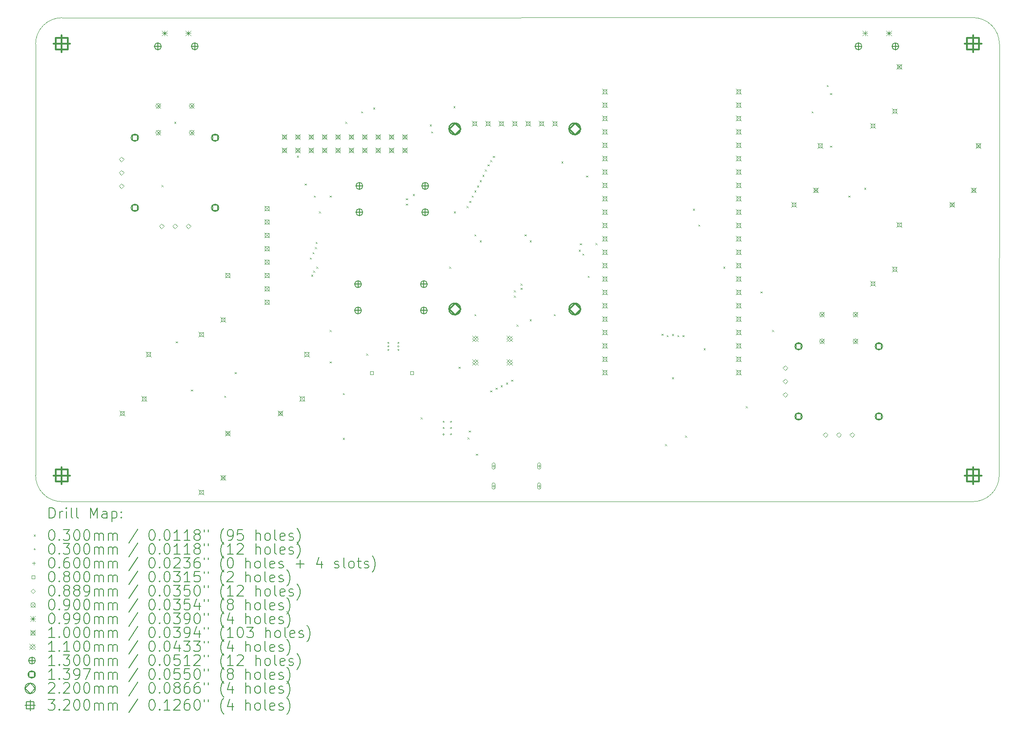
<source format=gbr>
%TF.GenerationSoftware,KiCad,Pcbnew,8.0.6*%
%TF.CreationDate,2025-01-10T19:45:02+07:00*%
%TF.ProjectId,esp_gamepad,6573705f-6761-46d6-9570-61642e6b6963,rev?*%
%TF.SameCoordinates,Original*%
%TF.FileFunction,Drillmap*%
%TF.FilePolarity,Positive*%
%FSLAX45Y45*%
G04 Gerber Fmt 4.5, Leading zero omitted, Abs format (unit mm)*
G04 Created by KiCad (PCBNEW 8.0.6) date 2025-01-10 19:45:02*
%MOMM*%
%LPD*%
G01*
G04 APERTURE LIST*
%ADD10C,0.050000*%
%ADD11C,0.200000*%
%ADD12C,0.100000*%
%ADD13C,0.110000*%
%ADD14C,0.130000*%
%ADD15C,0.139700*%
%ADD16C,0.220000*%
%ADD17C,0.320000*%
G04 APERTURE END LIST*
D10*
X6053553Y-4405803D02*
G75*
G02*
X6553553Y-3905803I500000J0D01*
G01*
X6053553Y-12596447D02*
X6053553Y-4405803D01*
X23846447Y-13096447D02*
X6553553Y-13096447D01*
X24350000Y-4403554D02*
X24346447Y-12596447D01*
X23850000Y-3903554D02*
G75*
G02*
X24349996Y-4403554I0J-499996D01*
G01*
X6553553Y-13096447D02*
G75*
G02*
X6053553Y-12596447I-3J499997D01*
G01*
X24346447Y-12596447D02*
G75*
G02*
X23846447Y-13096447I-499997J-3D01*
G01*
X6553553Y-3905803D02*
X23850000Y-3903554D01*
D11*
D12*
X8444500Y-7085000D02*
X8474500Y-7115000D01*
X8474500Y-7085000D02*
X8444500Y-7115000D01*
X8685000Y-5885000D02*
X8715000Y-5915000D01*
X8715000Y-5885000D02*
X8685000Y-5915000D01*
X8718000Y-10052000D02*
X8748000Y-10082000D01*
X8748000Y-10052000D02*
X8718000Y-10082000D01*
X9002500Y-10967500D02*
X9032500Y-10997500D01*
X9032500Y-10967500D02*
X9002500Y-10997500D01*
X9635000Y-11085000D02*
X9665000Y-11115000D01*
X9665000Y-11085000D02*
X9635000Y-11115000D01*
X9835000Y-10635000D02*
X9865000Y-10665000D01*
X9865000Y-10635000D02*
X9835000Y-10665000D01*
X11015000Y-6525208D02*
X11045000Y-6555208D01*
X11045000Y-6525208D02*
X11015000Y-6555208D01*
X11163033Y-7056967D02*
X11193033Y-7086967D01*
X11193033Y-7056967D02*
X11163033Y-7086967D01*
X11260000Y-8460000D02*
X11290000Y-8490000D01*
X11290000Y-8460000D02*
X11260000Y-8490000D01*
X11285000Y-8785000D02*
X11315000Y-8815000D01*
X11315000Y-8785000D02*
X11285000Y-8815000D01*
X11310000Y-8360000D02*
X11340000Y-8390000D01*
X11340000Y-8360000D02*
X11310000Y-8390000D01*
X11321641Y-8710000D02*
X11351641Y-8740000D01*
X11351641Y-8710000D02*
X11321641Y-8740000D01*
X11335000Y-7285000D02*
X11365000Y-7315000D01*
X11365000Y-7285000D02*
X11335000Y-7315000D01*
X11356967Y-8263033D02*
X11386967Y-8293033D01*
X11386967Y-8263033D02*
X11356967Y-8293033D01*
X11371581Y-8165000D02*
X11401581Y-8195000D01*
X11401581Y-8165000D02*
X11371581Y-8195000D01*
X11385000Y-8635000D02*
X11415000Y-8665000D01*
X11415000Y-8635000D02*
X11385000Y-8665000D01*
X11435000Y-7585000D02*
X11465000Y-7615000D01*
X11465000Y-7585000D02*
X11435000Y-7615000D01*
X11635000Y-7285000D02*
X11665000Y-7315000D01*
X11665000Y-7285000D02*
X11635000Y-7315000D01*
X11635000Y-9835000D02*
X11665000Y-9865000D01*
X11665000Y-9835000D02*
X11635000Y-9865000D01*
X11635000Y-10435000D02*
X11665000Y-10465000D01*
X11665000Y-10435000D02*
X11635000Y-10465000D01*
X11885000Y-11035000D02*
X11915000Y-11065000D01*
X11915000Y-11035000D02*
X11885000Y-11065000D01*
X11885000Y-11885000D02*
X11915000Y-11915000D01*
X11915000Y-11885000D02*
X11885000Y-11915000D01*
X11935000Y-5885000D02*
X11965000Y-5915000D01*
X11965000Y-5885000D02*
X11935000Y-5915000D01*
X12235000Y-5685000D02*
X12265000Y-5715000D01*
X12265000Y-5685000D02*
X12235000Y-5715000D01*
X12332500Y-10287500D02*
X12362500Y-10317500D01*
X12362500Y-10287500D02*
X12332500Y-10317500D01*
X12461516Y-5610000D02*
X12491516Y-5640000D01*
X12491516Y-5610000D02*
X12461516Y-5640000D01*
X13085000Y-7335000D02*
X13115000Y-7365000D01*
X13115000Y-7335000D02*
X13085000Y-7365000D01*
X13085000Y-7435000D02*
X13115000Y-7465000D01*
X13115000Y-7435000D02*
X13085000Y-7465000D01*
X13215000Y-7255000D02*
X13245000Y-7285000D01*
X13245000Y-7255000D02*
X13215000Y-7285000D01*
X13365000Y-11494500D02*
X13395000Y-11524500D01*
X13395000Y-11494500D02*
X13365000Y-11524500D01*
X13538284Y-5931716D02*
X13568284Y-5961716D01*
X13568284Y-5931716D02*
X13538284Y-5961716D01*
X13564497Y-6063995D02*
X13594497Y-6093995D01*
X13594497Y-6063995D02*
X13564497Y-6093995D01*
X13906000Y-8635000D02*
X13936000Y-8665000D01*
X13936000Y-8635000D02*
X13906000Y-8665000D01*
X13985000Y-5585000D02*
X14015000Y-5615000D01*
X14015000Y-5585000D02*
X13985000Y-5615000D01*
X13996000Y-7585000D02*
X14026000Y-7615000D01*
X14026000Y-7585000D02*
X13996000Y-7615000D01*
X14085000Y-10535000D02*
X14115000Y-10565000D01*
X14115000Y-10535000D02*
X14085000Y-10565000D01*
X14235000Y-7485000D02*
X14265000Y-7515000D01*
X14265000Y-7485000D02*
X14235000Y-7515000D01*
X14255500Y-11875500D02*
X14285500Y-11905500D01*
X14285500Y-11875500D02*
X14255500Y-11905500D01*
X14277467Y-11747467D02*
X14307467Y-11777467D01*
X14307467Y-11747467D02*
X14277467Y-11777467D01*
X14285000Y-7385000D02*
X14315000Y-7415000D01*
X14315000Y-7385000D02*
X14285000Y-7415000D01*
X14335000Y-7285000D02*
X14365000Y-7315000D01*
X14365000Y-7285000D02*
X14335000Y-7315000D01*
X14385000Y-7185000D02*
X14415000Y-7215000D01*
X14415000Y-7185000D02*
X14385000Y-7215000D01*
X14385000Y-8020000D02*
X14415000Y-8050000D01*
X14415000Y-8020000D02*
X14385000Y-8050000D01*
X14385000Y-9535000D02*
X14415000Y-9565000D01*
X14415000Y-9535000D02*
X14385000Y-9565000D01*
X14415000Y-12185000D02*
X14445000Y-12215000D01*
X14445000Y-12185000D02*
X14415000Y-12215000D01*
X14435000Y-7094099D02*
X14465000Y-7124099D01*
X14465000Y-7094099D02*
X14435000Y-7124099D01*
X14485000Y-6991066D02*
X14515000Y-7021066D01*
X14515000Y-6991066D02*
X14485000Y-7021066D01*
X14485000Y-8135000D02*
X14515000Y-8165000D01*
X14515000Y-8135000D02*
X14485000Y-8165000D01*
X14535000Y-6888033D02*
X14565000Y-6918033D01*
X14565000Y-6888033D02*
X14535000Y-6918033D01*
X14585000Y-6786516D02*
X14615000Y-6816516D01*
X14615000Y-6786516D02*
X14585000Y-6816516D01*
X14635000Y-6690521D02*
X14665000Y-6720521D01*
X14665000Y-6690521D02*
X14635000Y-6720521D01*
X14685000Y-6610000D02*
X14715000Y-6640000D01*
X14715000Y-6610000D02*
X14685000Y-6640000D01*
X14685000Y-10985000D02*
X14715000Y-11015000D01*
X14715000Y-10985000D02*
X14685000Y-11015000D01*
X14735000Y-6530000D02*
X14765000Y-6560000D01*
X14765000Y-6530000D02*
X14735000Y-6560000D01*
X14785000Y-10935000D02*
X14815000Y-10965000D01*
X14815000Y-10935000D02*
X14785000Y-10965000D01*
X14885000Y-10885000D02*
X14915000Y-10915000D01*
X14915000Y-10885000D02*
X14885000Y-10915000D01*
X14985000Y-10835000D02*
X15015000Y-10865000D01*
X15015000Y-10835000D02*
X14985000Y-10865000D01*
X15085000Y-10780000D02*
X15115000Y-10810000D01*
X15115000Y-10780000D02*
X15085000Y-10810000D01*
X15135000Y-9085000D02*
X15165000Y-9115000D01*
X15165000Y-9085000D02*
X15135000Y-9115000D01*
X15135000Y-9185000D02*
X15165000Y-9215000D01*
X15165000Y-9185000D02*
X15135000Y-9215000D01*
X15185000Y-9735000D02*
X15215000Y-9765000D01*
X15215000Y-9735000D02*
X15185000Y-9765000D01*
X15260000Y-8953934D02*
X15290000Y-8983934D01*
X15290000Y-8953934D02*
X15260000Y-8983934D01*
X15260000Y-9035000D02*
X15290000Y-9065000D01*
X15290000Y-9035000D02*
X15260000Y-9065000D01*
X15335000Y-8020000D02*
X15365000Y-8050000D01*
X15365000Y-8020000D02*
X15335000Y-8050000D01*
X15435000Y-8135000D02*
X15465000Y-8165000D01*
X15465000Y-8135000D02*
X15435000Y-8165000D01*
X15435000Y-9635000D02*
X15465000Y-9665000D01*
X15465000Y-9635000D02*
X15435000Y-9665000D01*
X15890000Y-9535000D02*
X15920000Y-9565000D01*
X15920000Y-9535000D02*
X15890000Y-9565000D01*
X16035000Y-6635000D02*
X16065000Y-6665000D01*
X16065000Y-6635000D02*
X16035000Y-6665000D01*
X16364000Y-8313033D02*
X16394000Y-8343033D01*
X16394000Y-8313033D02*
X16364000Y-8343033D01*
X16385000Y-8188075D02*
X16415000Y-8218075D01*
X16415000Y-8188075D02*
X16385000Y-8218075D01*
X16435000Y-8385000D02*
X16465000Y-8415000D01*
X16465000Y-8385000D02*
X16435000Y-8415000D01*
X16505000Y-6903000D02*
X16535000Y-6933000D01*
X16535000Y-6903000D02*
X16505000Y-6933000D01*
X16535000Y-8808934D02*
X16565000Y-8838934D01*
X16565000Y-8808934D02*
X16535000Y-8838934D01*
X16685000Y-8185000D02*
X16715000Y-8215000D01*
X16715000Y-8185000D02*
X16685000Y-8215000D01*
X17935000Y-9909554D02*
X17965000Y-9939554D01*
X17965000Y-9909554D02*
X17935000Y-9939554D01*
X18006000Y-12006000D02*
X18036000Y-12036000D01*
X18036000Y-12006000D02*
X18006000Y-12036000D01*
X18035000Y-9935000D02*
X18065000Y-9965000D01*
X18065000Y-9935000D02*
X18035000Y-9965000D01*
X18135000Y-9915000D02*
X18165000Y-9945000D01*
X18165000Y-9915000D02*
X18135000Y-9945000D01*
X18135000Y-10735000D02*
X18165000Y-10765000D01*
X18165000Y-10735000D02*
X18135000Y-10765000D01*
X18235000Y-9935000D02*
X18265000Y-9965000D01*
X18265000Y-9935000D02*
X18235000Y-9965000D01*
X18335000Y-9935000D02*
X18365000Y-9965000D01*
X18365000Y-9935000D02*
X18335000Y-9965000D01*
X18385000Y-11845000D02*
X18415000Y-11875000D01*
X18415000Y-11845000D02*
X18385000Y-11875000D01*
X18535000Y-7535000D02*
X18565000Y-7565000D01*
X18565000Y-7535000D02*
X18535000Y-7565000D01*
X18635000Y-7835000D02*
X18665000Y-7865000D01*
X18665000Y-7835000D02*
X18635000Y-7865000D01*
X18735000Y-10185000D02*
X18765000Y-10215000D01*
X18765000Y-10185000D02*
X18735000Y-10215000D01*
X19110000Y-8635000D02*
X19140000Y-8665000D01*
X19140000Y-8635000D02*
X19110000Y-8665000D01*
X19535000Y-11285000D02*
X19565000Y-11315000D01*
X19565000Y-11285000D02*
X19535000Y-11315000D01*
X19817000Y-9103000D02*
X19847000Y-9133000D01*
X19847000Y-9103000D02*
X19817000Y-9133000D01*
X20035000Y-9835000D02*
X20065000Y-9865000D01*
X20065000Y-9835000D02*
X20035000Y-9865000D01*
X20785000Y-5685000D02*
X20815000Y-5715000D01*
X20815000Y-5685000D02*
X20785000Y-5715000D01*
X21071250Y-5185000D02*
X21101250Y-5215000D01*
X21101250Y-5185000D02*
X21071250Y-5215000D01*
X21135000Y-5335000D02*
X21165000Y-5365000D01*
X21165000Y-5335000D02*
X21135000Y-5365000D01*
X21135000Y-6335000D02*
X21165000Y-6365000D01*
X21165000Y-6335000D02*
X21135000Y-6365000D01*
X21481967Y-7285000D02*
X21511967Y-7315000D01*
X21511967Y-7285000D02*
X21481967Y-7315000D01*
X21785000Y-7135000D02*
X21815000Y-7165000D01*
X21815000Y-7135000D02*
X21785000Y-7165000D01*
X12765000Y-10082500D02*
G75*
G02*
X12735000Y-10082500I-15000J0D01*
G01*
X12735000Y-10082500D02*
G75*
G02*
X12765000Y-10082500I15000J0D01*
G01*
X12765000Y-10147500D02*
G75*
G02*
X12735000Y-10147500I-15000J0D01*
G01*
X12735000Y-10147500D02*
G75*
G02*
X12765000Y-10147500I15000J0D01*
G01*
X12765000Y-10212500D02*
G75*
G02*
X12735000Y-10212500I-15000J0D01*
G01*
X12735000Y-10212500D02*
G75*
G02*
X12765000Y-10212500I15000J0D01*
G01*
X12955000Y-10082500D02*
G75*
G02*
X12925000Y-10082500I-15000J0D01*
G01*
X12925000Y-10082500D02*
G75*
G02*
X12955000Y-10082500I15000J0D01*
G01*
X12955000Y-10147500D02*
G75*
G02*
X12925000Y-10147500I-15000J0D01*
G01*
X12925000Y-10147500D02*
G75*
G02*
X12955000Y-10147500I15000J0D01*
G01*
X12955000Y-10212500D02*
G75*
G02*
X12925000Y-10212500I-15000J0D01*
G01*
X12925000Y-10212500D02*
G75*
G02*
X12955000Y-10212500I15000J0D01*
G01*
X13815000Y-11580000D02*
G75*
G02*
X13785000Y-11580000I-15000J0D01*
G01*
X13785000Y-11580000D02*
G75*
G02*
X13815000Y-11580000I15000J0D01*
G01*
X13815000Y-11700000D02*
G75*
G02*
X13785000Y-11700000I-15000J0D01*
G01*
X13785000Y-11700000D02*
G75*
G02*
X13815000Y-11700000I15000J0D01*
G01*
X13815000Y-11820000D02*
G75*
G02*
X13785000Y-11820000I-15000J0D01*
G01*
X13785000Y-11820000D02*
G75*
G02*
X13815000Y-11820000I15000J0D01*
G01*
X13955000Y-11580000D02*
G75*
G02*
X13925000Y-11580000I-15000J0D01*
G01*
X13925000Y-11580000D02*
G75*
G02*
X13955000Y-11580000I15000J0D01*
G01*
X13955000Y-11700000D02*
G75*
G02*
X13925000Y-11700000I-15000J0D01*
G01*
X13925000Y-11700000D02*
G75*
G02*
X13955000Y-11700000I15000J0D01*
G01*
X13955000Y-11820000D02*
G75*
G02*
X13925000Y-11820000I-15000J0D01*
G01*
X13925000Y-11820000D02*
G75*
G02*
X13955000Y-11820000I15000J0D01*
G01*
X14748000Y-12390000D02*
X14748000Y-12450000D01*
X14718000Y-12420000D02*
X14778000Y-12420000D01*
X14718000Y-12390000D02*
X14718000Y-12450000D01*
X14778000Y-12450000D02*
G75*
G02*
X14718000Y-12450000I-30000J0D01*
G01*
X14778000Y-12450000D02*
X14778000Y-12390000D01*
X14778000Y-12390000D02*
G75*
G03*
X14718000Y-12390000I-30000J0D01*
G01*
X14748000Y-12770000D02*
X14748000Y-12830000D01*
X14718000Y-12800000D02*
X14778000Y-12800000D01*
X14718000Y-12770000D02*
X14718000Y-12830000D01*
X14778000Y-12830000D02*
G75*
G02*
X14718000Y-12830000I-30000J0D01*
G01*
X14778000Y-12830000D02*
X14778000Y-12770000D01*
X14778000Y-12770000D02*
G75*
G03*
X14718000Y-12770000I-30000J0D01*
G01*
X15612000Y-12390000D02*
X15612000Y-12450000D01*
X15582000Y-12420000D02*
X15642000Y-12420000D01*
X15582000Y-12390000D02*
X15582000Y-12450000D01*
X15642000Y-12450000D02*
G75*
G02*
X15582000Y-12450000I-30000J0D01*
G01*
X15642000Y-12450000D02*
X15642000Y-12390000D01*
X15642000Y-12390000D02*
G75*
G03*
X15582000Y-12390000I-30000J0D01*
G01*
X15612000Y-12770000D02*
X15612000Y-12830000D01*
X15582000Y-12800000D02*
X15642000Y-12800000D01*
X15582000Y-12770000D02*
X15582000Y-12830000D01*
X15642000Y-12830000D02*
G75*
G02*
X15582000Y-12830000I-30000J0D01*
G01*
X15642000Y-12830000D02*
X15642000Y-12770000D01*
X15642000Y-12770000D02*
G75*
G03*
X15582000Y-12770000I-30000J0D01*
G01*
X12466284Y-10678285D02*
X12466284Y-10621716D01*
X12409715Y-10621716D01*
X12409715Y-10678285D01*
X12466284Y-10678285D01*
X13228284Y-10678285D02*
X13228284Y-10621716D01*
X13171715Y-10621716D01*
X13171715Y-10678285D01*
X13228284Y-10678285D01*
X7684000Y-6640450D02*
X7728450Y-6596000D01*
X7684000Y-6551550D01*
X7639550Y-6596000D01*
X7684000Y-6640450D01*
X7684000Y-6894450D02*
X7728450Y-6850000D01*
X7684000Y-6805550D01*
X7639550Y-6850000D01*
X7684000Y-6894450D01*
X7684000Y-7148450D02*
X7728450Y-7104000D01*
X7684000Y-7059550D01*
X7639550Y-7104000D01*
X7684000Y-7148450D01*
X8446000Y-7910450D02*
X8490450Y-7866000D01*
X8446000Y-7821550D01*
X8401550Y-7866000D01*
X8446000Y-7910450D01*
X8700000Y-7910450D02*
X8744450Y-7866000D01*
X8700000Y-7821550D01*
X8655550Y-7866000D01*
X8700000Y-7910450D01*
X8954000Y-7910450D02*
X8998450Y-7866000D01*
X8954000Y-7821550D01*
X8909550Y-7866000D01*
X8954000Y-7910450D01*
X20284000Y-10602450D02*
X20328450Y-10558000D01*
X20284000Y-10513550D01*
X20239550Y-10558000D01*
X20284000Y-10602450D01*
X20284000Y-10856450D02*
X20328450Y-10812000D01*
X20284000Y-10767550D01*
X20239550Y-10812000D01*
X20284000Y-10856450D01*
X20284000Y-11110450D02*
X20328450Y-11066000D01*
X20284000Y-11021550D01*
X20239550Y-11066000D01*
X20284000Y-11110450D01*
X21046000Y-11872450D02*
X21090450Y-11828000D01*
X21046000Y-11783550D01*
X21001550Y-11828000D01*
X21046000Y-11872450D01*
X21300000Y-11872450D02*
X21344450Y-11828000D01*
X21300000Y-11783550D01*
X21255550Y-11828000D01*
X21300000Y-11872450D01*
X21554000Y-11872450D02*
X21598450Y-11828000D01*
X21554000Y-11783550D01*
X21509550Y-11828000D01*
X21554000Y-11872450D01*
X8337500Y-5535000D02*
X8427500Y-5625000D01*
X8427500Y-5535000D02*
X8337500Y-5625000D01*
X8427500Y-5580000D02*
G75*
G02*
X8337500Y-5580000I-45000J0D01*
G01*
X8337500Y-5580000D02*
G75*
G02*
X8427500Y-5580000I45000J0D01*
G01*
X8337500Y-6043000D02*
X8427500Y-6133000D01*
X8427500Y-6043000D02*
X8337500Y-6133000D01*
X8427500Y-6088000D02*
G75*
G02*
X8337500Y-6088000I-45000J0D01*
G01*
X8337500Y-6088000D02*
G75*
G02*
X8427500Y-6088000I45000J0D01*
G01*
X8972500Y-5535000D02*
X9062500Y-5625000D01*
X9062500Y-5535000D02*
X8972500Y-5625000D01*
X9062500Y-5580000D02*
G75*
G02*
X8972500Y-5580000I-45000J0D01*
G01*
X8972500Y-5580000D02*
G75*
G02*
X9062500Y-5580000I45000J0D01*
G01*
X8972500Y-6043000D02*
X9062500Y-6133000D01*
X9062500Y-6043000D02*
X8972500Y-6133000D01*
X9062500Y-6088000D02*
G75*
G02*
X8972500Y-6088000I-45000J0D01*
G01*
X8972500Y-6088000D02*
G75*
G02*
X9062500Y-6088000I45000J0D01*
G01*
X20937500Y-9497000D02*
X21027500Y-9587000D01*
X21027500Y-9497000D02*
X20937500Y-9587000D01*
X21027500Y-9542000D02*
G75*
G02*
X20937500Y-9542000I-45000J0D01*
G01*
X20937500Y-9542000D02*
G75*
G02*
X21027500Y-9542000I45000J0D01*
G01*
X20937500Y-10005000D02*
X21027500Y-10095000D01*
X21027500Y-10005000D02*
X20937500Y-10095000D01*
X21027500Y-10050000D02*
G75*
G02*
X20937500Y-10050000I-45000J0D01*
G01*
X20937500Y-10050000D02*
G75*
G02*
X21027500Y-10050000I45000J0D01*
G01*
X21572500Y-9497000D02*
X21662500Y-9587000D01*
X21662500Y-9497000D02*
X21572500Y-9587000D01*
X21662500Y-9542000D02*
G75*
G02*
X21572500Y-9542000I-45000J0D01*
G01*
X21572500Y-9542000D02*
G75*
G02*
X21662500Y-9542000I45000J0D01*
G01*
X21572500Y-10005000D02*
X21662500Y-10095000D01*
X21662500Y-10005000D02*
X21572500Y-10095000D01*
X21662500Y-10050000D02*
G75*
G02*
X21572500Y-10050000I-45000J0D01*
G01*
X21572500Y-10050000D02*
G75*
G02*
X21662500Y-10050000I45000J0D01*
G01*
X8450500Y-4150500D02*
X8549500Y-4249500D01*
X8549500Y-4150500D02*
X8450500Y-4249500D01*
X8500000Y-4150500D02*
X8500000Y-4249500D01*
X8450500Y-4200000D02*
X8549500Y-4200000D01*
X8900500Y-4150500D02*
X8999500Y-4249500D01*
X8999500Y-4150500D02*
X8900500Y-4249500D01*
X8950000Y-4150500D02*
X8950000Y-4249500D01*
X8900500Y-4200000D02*
X8999500Y-4200000D01*
X21750500Y-4150500D02*
X21849500Y-4249500D01*
X21849500Y-4150500D02*
X21750500Y-4249500D01*
X21800000Y-4150500D02*
X21800000Y-4249500D01*
X21750500Y-4200000D02*
X21849500Y-4200000D01*
X22200500Y-4150500D02*
X22299500Y-4249500D01*
X22299500Y-4150500D02*
X22200500Y-4249500D01*
X22250000Y-4150500D02*
X22250000Y-4249500D01*
X22200500Y-4200000D02*
X22299500Y-4200000D01*
X7650000Y-11367000D02*
X7750000Y-11467000D01*
X7750000Y-11367000D02*
X7650000Y-11467000D01*
X7735356Y-11452356D02*
X7735356Y-11381644D01*
X7664644Y-11381644D01*
X7664644Y-11452356D01*
X7735356Y-11452356D01*
X8063000Y-11092000D02*
X8163000Y-11192000D01*
X8163000Y-11092000D02*
X8063000Y-11192000D01*
X8148356Y-11177356D02*
X8148356Y-11106644D01*
X8077644Y-11106644D01*
X8077644Y-11177356D01*
X8148356Y-11177356D01*
X8150000Y-10247000D02*
X8250000Y-10347000D01*
X8250000Y-10247000D02*
X8150000Y-10347000D01*
X8235356Y-10332356D02*
X8235356Y-10261644D01*
X8164644Y-10261644D01*
X8164644Y-10332356D01*
X8235356Y-10332356D01*
X9150000Y-9867000D02*
X9250000Y-9967000D01*
X9250000Y-9867000D02*
X9150000Y-9967000D01*
X9235356Y-9952356D02*
X9235356Y-9881644D01*
X9164644Y-9881644D01*
X9164644Y-9952356D01*
X9235356Y-9952356D01*
X9150000Y-12867000D02*
X9250000Y-12967000D01*
X9250000Y-12867000D02*
X9150000Y-12967000D01*
X9235356Y-12952356D02*
X9235356Y-12881644D01*
X9164644Y-12881644D01*
X9164644Y-12952356D01*
X9235356Y-12952356D01*
X9563000Y-9592000D02*
X9663000Y-9692000D01*
X9663000Y-9592000D02*
X9563000Y-9692000D01*
X9648356Y-9677356D02*
X9648356Y-9606644D01*
X9577644Y-9606644D01*
X9577644Y-9677356D01*
X9648356Y-9677356D01*
X9563000Y-12592000D02*
X9663000Y-12692000D01*
X9663000Y-12592000D02*
X9563000Y-12692000D01*
X9648356Y-12677356D02*
X9648356Y-12606644D01*
X9577644Y-12606644D01*
X9577644Y-12677356D01*
X9648356Y-12677356D01*
X9650000Y-8747000D02*
X9750000Y-8847000D01*
X9750000Y-8747000D02*
X9650000Y-8847000D01*
X9735356Y-8832356D02*
X9735356Y-8761644D01*
X9664644Y-8761644D01*
X9664644Y-8832356D01*
X9735356Y-8832356D01*
X9650000Y-11747000D02*
X9750000Y-11847000D01*
X9750000Y-11747000D02*
X9650000Y-11847000D01*
X9735356Y-11832356D02*
X9735356Y-11761644D01*
X9664644Y-11761644D01*
X9664644Y-11832356D01*
X9735356Y-11832356D01*
X10395000Y-7477000D02*
X10495000Y-7577000D01*
X10495000Y-7477000D02*
X10395000Y-7577000D01*
X10480356Y-7562356D02*
X10480356Y-7491644D01*
X10409644Y-7491644D01*
X10409644Y-7562356D01*
X10480356Y-7562356D01*
X10395000Y-7731000D02*
X10495000Y-7831000D01*
X10495000Y-7731000D02*
X10395000Y-7831000D01*
X10480356Y-7816356D02*
X10480356Y-7745644D01*
X10409644Y-7745644D01*
X10409644Y-7816356D01*
X10480356Y-7816356D01*
X10395000Y-7985000D02*
X10495000Y-8085000D01*
X10495000Y-7985000D02*
X10395000Y-8085000D01*
X10480356Y-8070356D02*
X10480356Y-7999644D01*
X10409644Y-7999644D01*
X10409644Y-8070356D01*
X10480356Y-8070356D01*
X10395000Y-8239000D02*
X10495000Y-8339000D01*
X10495000Y-8239000D02*
X10395000Y-8339000D01*
X10480356Y-8324356D02*
X10480356Y-8253644D01*
X10409644Y-8253644D01*
X10409644Y-8324356D01*
X10480356Y-8324356D01*
X10395000Y-8493000D02*
X10495000Y-8593000D01*
X10495000Y-8493000D02*
X10395000Y-8593000D01*
X10480356Y-8578356D02*
X10480356Y-8507644D01*
X10409644Y-8507644D01*
X10409644Y-8578356D01*
X10480356Y-8578356D01*
X10395000Y-8747000D02*
X10495000Y-8847000D01*
X10495000Y-8747000D02*
X10395000Y-8847000D01*
X10480356Y-8832356D02*
X10480356Y-8761644D01*
X10409644Y-8761644D01*
X10409644Y-8832356D01*
X10480356Y-8832356D01*
X10395000Y-9001000D02*
X10495000Y-9101000D01*
X10495000Y-9001000D02*
X10395000Y-9101000D01*
X10480356Y-9086356D02*
X10480356Y-9015644D01*
X10409644Y-9015644D01*
X10409644Y-9086356D01*
X10480356Y-9086356D01*
X10395000Y-9255000D02*
X10495000Y-9355000D01*
X10495000Y-9255000D02*
X10395000Y-9355000D01*
X10480356Y-9340356D02*
X10480356Y-9269644D01*
X10409644Y-9269644D01*
X10409644Y-9340356D01*
X10480356Y-9340356D01*
X10650000Y-11367000D02*
X10750000Y-11467000D01*
X10750000Y-11367000D02*
X10650000Y-11467000D01*
X10735356Y-11452356D02*
X10735356Y-11381644D01*
X10664644Y-11381644D01*
X10664644Y-11452356D01*
X10735356Y-11452356D01*
X10726000Y-6116000D02*
X10826000Y-6216000D01*
X10826000Y-6116000D02*
X10726000Y-6216000D01*
X10811356Y-6201356D02*
X10811356Y-6130644D01*
X10740644Y-6130644D01*
X10740644Y-6201356D01*
X10811356Y-6201356D01*
X10726000Y-6370000D02*
X10826000Y-6470000D01*
X10826000Y-6370000D02*
X10726000Y-6470000D01*
X10811356Y-6455356D02*
X10811356Y-6384644D01*
X10740644Y-6384644D01*
X10740644Y-6455356D01*
X10811356Y-6455356D01*
X10980000Y-6116000D02*
X11080000Y-6216000D01*
X11080000Y-6116000D02*
X10980000Y-6216000D01*
X11065356Y-6201356D02*
X11065356Y-6130644D01*
X10994644Y-6130644D01*
X10994644Y-6201356D01*
X11065356Y-6201356D01*
X10980000Y-6370000D02*
X11080000Y-6470000D01*
X11080000Y-6370000D02*
X10980000Y-6470000D01*
X11065356Y-6455356D02*
X11065356Y-6384644D01*
X10994644Y-6384644D01*
X10994644Y-6455356D01*
X11065356Y-6455356D01*
X11063000Y-11092000D02*
X11163000Y-11192000D01*
X11163000Y-11092000D02*
X11063000Y-11192000D01*
X11148356Y-11177356D02*
X11148356Y-11106644D01*
X11077644Y-11106644D01*
X11077644Y-11177356D01*
X11148356Y-11177356D01*
X11150000Y-10247000D02*
X11250000Y-10347000D01*
X11250000Y-10247000D02*
X11150000Y-10347000D01*
X11235356Y-10332356D02*
X11235356Y-10261644D01*
X11164644Y-10261644D01*
X11164644Y-10332356D01*
X11235356Y-10332356D01*
X11234000Y-6116000D02*
X11334000Y-6216000D01*
X11334000Y-6116000D02*
X11234000Y-6216000D01*
X11319356Y-6201356D02*
X11319356Y-6130644D01*
X11248644Y-6130644D01*
X11248644Y-6201356D01*
X11319356Y-6201356D01*
X11234000Y-6370000D02*
X11334000Y-6470000D01*
X11334000Y-6370000D02*
X11234000Y-6470000D01*
X11319356Y-6455356D02*
X11319356Y-6384644D01*
X11248644Y-6384644D01*
X11248644Y-6455356D01*
X11319356Y-6455356D01*
X11488000Y-6116000D02*
X11588000Y-6216000D01*
X11588000Y-6116000D02*
X11488000Y-6216000D01*
X11573356Y-6201356D02*
X11573356Y-6130644D01*
X11502644Y-6130644D01*
X11502644Y-6201356D01*
X11573356Y-6201356D01*
X11488000Y-6370000D02*
X11588000Y-6470000D01*
X11588000Y-6370000D02*
X11488000Y-6470000D01*
X11573356Y-6455356D02*
X11573356Y-6384644D01*
X11502644Y-6384644D01*
X11502644Y-6455356D01*
X11573356Y-6455356D01*
X11742000Y-6116000D02*
X11842000Y-6216000D01*
X11842000Y-6116000D02*
X11742000Y-6216000D01*
X11827356Y-6201356D02*
X11827356Y-6130644D01*
X11756644Y-6130644D01*
X11756644Y-6201356D01*
X11827356Y-6201356D01*
X11742000Y-6370000D02*
X11842000Y-6470000D01*
X11842000Y-6370000D02*
X11742000Y-6470000D01*
X11827356Y-6455356D02*
X11827356Y-6384644D01*
X11756644Y-6384644D01*
X11756644Y-6455356D01*
X11827356Y-6455356D01*
X11996000Y-6116000D02*
X12096000Y-6216000D01*
X12096000Y-6116000D02*
X11996000Y-6216000D01*
X12081356Y-6201356D02*
X12081356Y-6130644D01*
X12010644Y-6130644D01*
X12010644Y-6201356D01*
X12081356Y-6201356D01*
X11996000Y-6370000D02*
X12096000Y-6470000D01*
X12096000Y-6370000D02*
X11996000Y-6470000D01*
X12081356Y-6455356D02*
X12081356Y-6384644D01*
X12010644Y-6384644D01*
X12010644Y-6455356D01*
X12081356Y-6455356D01*
X12250000Y-6116000D02*
X12350000Y-6216000D01*
X12350000Y-6116000D02*
X12250000Y-6216000D01*
X12335356Y-6201356D02*
X12335356Y-6130644D01*
X12264644Y-6130644D01*
X12264644Y-6201356D01*
X12335356Y-6201356D01*
X12250000Y-6370000D02*
X12350000Y-6470000D01*
X12350000Y-6370000D02*
X12250000Y-6470000D01*
X12335356Y-6455356D02*
X12335356Y-6384644D01*
X12264644Y-6384644D01*
X12264644Y-6455356D01*
X12335356Y-6455356D01*
X12504000Y-6116000D02*
X12604000Y-6216000D01*
X12604000Y-6116000D02*
X12504000Y-6216000D01*
X12589356Y-6201356D02*
X12589356Y-6130644D01*
X12518644Y-6130644D01*
X12518644Y-6201356D01*
X12589356Y-6201356D01*
X12504000Y-6370000D02*
X12604000Y-6470000D01*
X12604000Y-6370000D02*
X12504000Y-6470000D01*
X12589356Y-6455356D02*
X12589356Y-6384644D01*
X12518644Y-6384644D01*
X12518644Y-6455356D01*
X12589356Y-6455356D01*
X12758000Y-6116000D02*
X12858000Y-6216000D01*
X12858000Y-6116000D02*
X12758000Y-6216000D01*
X12843356Y-6201356D02*
X12843356Y-6130644D01*
X12772644Y-6130644D01*
X12772644Y-6201356D01*
X12843356Y-6201356D01*
X12758000Y-6370000D02*
X12858000Y-6470000D01*
X12858000Y-6370000D02*
X12758000Y-6470000D01*
X12843356Y-6455356D02*
X12843356Y-6384644D01*
X12772644Y-6384644D01*
X12772644Y-6455356D01*
X12843356Y-6455356D01*
X13012000Y-6116000D02*
X13112000Y-6216000D01*
X13112000Y-6116000D02*
X13012000Y-6216000D01*
X13097356Y-6201356D02*
X13097356Y-6130644D01*
X13026644Y-6130644D01*
X13026644Y-6201356D01*
X13097356Y-6201356D01*
X13012000Y-6370000D02*
X13112000Y-6470000D01*
X13112000Y-6370000D02*
X13012000Y-6470000D01*
X13097356Y-6455356D02*
X13097356Y-6384644D01*
X13026644Y-6384644D01*
X13026644Y-6455356D01*
X13097356Y-6455356D01*
X14338000Y-5866000D02*
X14438000Y-5966000D01*
X14438000Y-5866000D02*
X14338000Y-5966000D01*
X14423356Y-5951356D02*
X14423356Y-5880644D01*
X14352644Y-5880644D01*
X14352644Y-5951356D01*
X14423356Y-5951356D01*
X14592000Y-5866000D02*
X14692000Y-5966000D01*
X14692000Y-5866000D02*
X14592000Y-5966000D01*
X14677356Y-5951356D02*
X14677356Y-5880644D01*
X14606644Y-5880644D01*
X14606644Y-5951356D01*
X14677356Y-5951356D01*
X14846000Y-5866000D02*
X14946000Y-5966000D01*
X14946000Y-5866000D02*
X14846000Y-5966000D01*
X14931356Y-5951356D02*
X14931356Y-5880644D01*
X14860644Y-5880644D01*
X14860644Y-5951356D01*
X14931356Y-5951356D01*
X15100000Y-5866000D02*
X15200000Y-5966000D01*
X15200000Y-5866000D02*
X15100000Y-5966000D01*
X15185356Y-5951356D02*
X15185356Y-5880644D01*
X15114644Y-5880644D01*
X15114644Y-5951356D01*
X15185356Y-5951356D01*
X15354000Y-5866000D02*
X15454000Y-5966000D01*
X15454000Y-5866000D02*
X15354000Y-5966000D01*
X15439356Y-5951356D02*
X15439356Y-5880644D01*
X15368644Y-5880644D01*
X15368644Y-5951356D01*
X15439356Y-5951356D01*
X15608000Y-5866000D02*
X15708000Y-5966000D01*
X15708000Y-5866000D02*
X15608000Y-5966000D01*
X15693356Y-5951356D02*
X15693356Y-5880644D01*
X15622644Y-5880644D01*
X15622644Y-5951356D01*
X15693356Y-5951356D01*
X15862000Y-5866000D02*
X15962000Y-5966000D01*
X15962000Y-5866000D02*
X15862000Y-5966000D01*
X15947356Y-5951356D02*
X15947356Y-5880644D01*
X15876644Y-5880644D01*
X15876644Y-5951356D01*
X15947356Y-5951356D01*
X16810000Y-5258000D02*
X16910000Y-5358000D01*
X16910000Y-5258000D02*
X16810000Y-5358000D01*
X16895356Y-5343356D02*
X16895356Y-5272644D01*
X16824644Y-5272644D01*
X16824644Y-5343356D01*
X16895356Y-5343356D01*
X16810000Y-5512000D02*
X16910000Y-5612000D01*
X16910000Y-5512000D02*
X16810000Y-5612000D01*
X16895356Y-5597356D02*
X16895356Y-5526644D01*
X16824644Y-5526644D01*
X16824644Y-5597356D01*
X16895356Y-5597356D01*
X16810000Y-5766000D02*
X16910000Y-5866000D01*
X16910000Y-5766000D02*
X16810000Y-5866000D01*
X16895356Y-5851356D02*
X16895356Y-5780644D01*
X16824644Y-5780644D01*
X16824644Y-5851356D01*
X16895356Y-5851356D01*
X16810000Y-6020000D02*
X16910000Y-6120000D01*
X16910000Y-6020000D02*
X16810000Y-6120000D01*
X16895356Y-6105356D02*
X16895356Y-6034644D01*
X16824644Y-6034644D01*
X16824644Y-6105356D01*
X16895356Y-6105356D01*
X16810000Y-6274000D02*
X16910000Y-6374000D01*
X16910000Y-6274000D02*
X16810000Y-6374000D01*
X16895356Y-6359356D02*
X16895356Y-6288644D01*
X16824644Y-6288644D01*
X16824644Y-6359356D01*
X16895356Y-6359356D01*
X16810000Y-6528000D02*
X16910000Y-6628000D01*
X16910000Y-6528000D02*
X16810000Y-6628000D01*
X16895356Y-6613356D02*
X16895356Y-6542644D01*
X16824644Y-6542644D01*
X16824644Y-6613356D01*
X16895356Y-6613356D01*
X16810000Y-6782000D02*
X16910000Y-6882000D01*
X16910000Y-6782000D02*
X16810000Y-6882000D01*
X16895356Y-6867356D02*
X16895356Y-6796644D01*
X16824644Y-6796644D01*
X16824644Y-6867356D01*
X16895356Y-6867356D01*
X16810000Y-7036000D02*
X16910000Y-7136000D01*
X16910000Y-7036000D02*
X16810000Y-7136000D01*
X16895356Y-7121356D02*
X16895356Y-7050644D01*
X16824644Y-7050644D01*
X16824644Y-7121356D01*
X16895356Y-7121356D01*
X16810000Y-7290000D02*
X16910000Y-7390000D01*
X16910000Y-7290000D02*
X16810000Y-7390000D01*
X16895356Y-7375356D02*
X16895356Y-7304644D01*
X16824644Y-7304644D01*
X16824644Y-7375356D01*
X16895356Y-7375356D01*
X16810000Y-7544000D02*
X16910000Y-7644000D01*
X16910000Y-7544000D02*
X16810000Y-7644000D01*
X16895356Y-7629356D02*
X16895356Y-7558644D01*
X16824644Y-7558644D01*
X16824644Y-7629356D01*
X16895356Y-7629356D01*
X16810000Y-7798000D02*
X16910000Y-7898000D01*
X16910000Y-7798000D02*
X16810000Y-7898000D01*
X16895356Y-7883356D02*
X16895356Y-7812644D01*
X16824644Y-7812644D01*
X16824644Y-7883356D01*
X16895356Y-7883356D01*
X16810000Y-8052000D02*
X16910000Y-8152000D01*
X16910000Y-8052000D02*
X16810000Y-8152000D01*
X16895356Y-8137356D02*
X16895356Y-8066644D01*
X16824644Y-8066644D01*
X16824644Y-8137356D01*
X16895356Y-8137356D01*
X16810000Y-8306000D02*
X16910000Y-8406000D01*
X16910000Y-8306000D02*
X16810000Y-8406000D01*
X16895356Y-8391356D02*
X16895356Y-8320644D01*
X16824644Y-8320644D01*
X16824644Y-8391356D01*
X16895356Y-8391356D01*
X16810000Y-8560000D02*
X16910000Y-8660000D01*
X16910000Y-8560000D02*
X16810000Y-8660000D01*
X16895356Y-8645356D02*
X16895356Y-8574644D01*
X16824644Y-8574644D01*
X16824644Y-8645356D01*
X16895356Y-8645356D01*
X16810000Y-8814000D02*
X16910000Y-8914000D01*
X16910000Y-8814000D02*
X16810000Y-8914000D01*
X16895356Y-8899356D02*
X16895356Y-8828644D01*
X16824644Y-8828644D01*
X16824644Y-8899356D01*
X16895356Y-8899356D01*
X16810000Y-9068000D02*
X16910000Y-9168000D01*
X16910000Y-9068000D02*
X16810000Y-9168000D01*
X16895356Y-9153356D02*
X16895356Y-9082644D01*
X16824644Y-9082644D01*
X16824644Y-9153356D01*
X16895356Y-9153356D01*
X16810000Y-9322000D02*
X16910000Y-9422000D01*
X16910000Y-9322000D02*
X16810000Y-9422000D01*
X16895356Y-9407356D02*
X16895356Y-9336644D01*
X16824644Y-9336644D01*
X16824644Y-9407356D01*
X16895356Y-9407356D01*
X16810000Y-9576000D02*
X16910000Y-9676000D01*
X16910000Y-9576000D02*
X16810000Y-9676000D01*
X16895356Y-9661356D02*
X16895356Y-9590644D01*
X16824644Y-9590644D01*
X16824644Y-9661356D01*
X16895356Y-9661356D01*
X16810000Y-9830000D02*
X16910000Y-9930000D01*
X16910000Y-9830000D02*
X16810000Y-9930000D01*
X16895356Y-9915356D02*
X16895356Y-9844644D01*
X16824644Y-9844644D01*
X16824644Y-9915356D01*
X16895356Y-9915356D01*
X16810000Y-10084000D02*
X16910000Y-10184000D01*
X16910000Y-10084000D02*
X16810000Y-10184000D01*
X16895356Y-10169356D02*
X16895356Y-10098644D01*
X16824644Y-10098644D01*
X16824644Y-10169356D01*
X16895356Y-10169356D01*
X16810000Y-10338000D02*
X16910000Y-10438000D01*
X16910000Y-10338000D02*
X16810000Y-10438000D01*
X16895356Y-10423356D02*
X16895356Y-10352644D01*
X16824644Y-10352644D01*
X16824644Y-10423356D01*
X16895356Y-10423356D01*
X16810000Y-10592000D02*
X16910000Y-10692000D01*
X16910000Y-10592000D02*
X16810000Y-10692000D01*
X16895356Y-10677356D02*
X16895356Y-10606644D01*
X16824644Y-10606644D01*
X16824644Y-10677356D01*
X16895356Y-10677356D01*
X19350000Y-5258000D02*
X19450000Y-5358000D01*
X19450000Y-5258000D02*
X19350000Y-5358000D01*
X19435356Y-5343356D02*
X19435356Y-5272644D01*
X19364644Y-5272644D01*
X19364644Y-5343356D01*
X19435356Y-5343356D01*
X19350000Y-5512000D02*
X19450000Y-5612000D01*
X19450000Y-5512000D02*
X19350000Y-5612000D01*
X19435356Y-5597356D02*
X19435356Y-5526644D01*
X19364644Y-5526644D01*
X19364644Y-5597356D01*
X19435356Y-5597356D01*
X19350000Y-5766000D02*
X19450000Y-5866000D01*
X19450000Y-5766000D02*
X19350000Y-5866000D01*
X19435356Y-5851356D02*
X19435356Y-5780644D01*
X19364644Y-5780644D01*
X19364644Y-5851356D01*
X19435356Y-5851356D01*
X19350000Y-6020000D02*
X19450000Y-6120000D01*
X19450000Y-6020000D02*
X19350000Y-6120000D01*
X19435356Y-6105356D02*
X19435356Y-6034644D01*
X19364644Y-6034644D01*
X19364644Y-6105356D01*
X19435356Y-6105356D01*
X19350000Y-6274000D02*
X19450000Y-6374000D01*
X19450000Y-6274000D02*
X19350000Y-6374000D01*
X19435356Y-6359356D02*
X19435356Y-6288644D01*
X19364644Y-6288644D01*
X19364644Y-6359356D01*
X19435356Y-6359356D01*
X19350000Y-6528000D02*
X19450000Y-6628000D01*
X19450000Y-6528000D02*
X19350000Y-6628000D01*
X19435356Y-6613356D02*
X19435356Y-6542644D01*
X19364644Y-6542644D01*
X19364644Y-6613356D01*
X19435356Y-6613356D01*
X19350000Y-6782000D02*
X19450000Y-6882000D01*
X19450000Y-6782000D02*
X19350000Y-6882000D01*
X19435356Y-6867356D02*
X19435356Y-6796644D01*
X19364644Y-6796644D01*
X19364644Y-6867356D01*
X19435356Y-6867356D01*
X19350000Y-7036000D02*
X19450000Y-7136000D01*
X19450000Y-7036000D02*
X19350000Y-7136000D01*
X19435356Y-7121356D02*
X19435356Y-7050644D01*
X19364644Y-7050644D01*
X19364644Y-7121356D01*
X19435356Y-7121356D01*
X19350000Y-7290000D02*
X19450000Y-7390000D01*
X19450000Y-7290000D02*
X19350000Y-7390000D01*
X19435356Y-7375356D02*
X19435356Y-7304644D01*
X19364644Y-7304644D01*
X19364644Y-7375356D01*
X19435356Y-7375356D01*
X19350000Y-7544000D02*
X19450000Y-7644000D01*
X19450000Y-7544000D02*
X19350000Y-7644000D01*
X19435356Y-7629356D02*
X19435356Y-7558644D01*
X19364644Y-7558644D01*
X19364644Y-7629356D01*
X19435356Y-7629356D01*
X19350000Y-7798000D02*
X19450000Y-7898000D01*
X19450000Y-7798000D02*
X19350000Y-7898000D01*
X19435356Y-7883356D02*
X19435356Y-7812644D01*
X19364644Y-7812644D01*
X19364644Y-7883356D01*
X19435356Y-7883356D01*
X19350000Y-8052000D02*
X19450000Y-8152000D01*
X19450000Y-8052000D02*
X19350000Y-8152000D01*
X19435356Y-8137356D02*
X19435356Y-8066644D01*
X19364644Y-8066644D01*
X19364644Y-8137356D01*
X19435356Y-8137356D01*
X19350000Y-8306000D02*
X19450000Y-8406000D01*
X19450000Y-8306000D02*
X19350000Y-8406000D01*
X19435356Y-8391356D02*
X19435356Y-8320644D01*
X19364644Y-8320644D01*
X19364644Y-8391356D01*
X19435356Y-8391356D01*
X19350000Y-8560000D02*
X19450000Y-8660000D01*
X19450000Y-8560000D02*
X19350000Y-8660000D01*
X19435356Y-8645356D02*
X19435356Y-8574644D01*
X19364644Y-8574644D01*
X19364644Y-8645356D01*
X19435356Y-8645356D01*
X19350000Y-8814000D02*
X19450000Y-8914000D01*
X19450000Y-8814000D02*
X19350000Y-8914000D01*
X19435356Y-8899356D02*
X19435356Y-8828644D01*
X19364644Y-8828644D01*
X19364644Y-8899356D01*
X19435356Y-8899356D01*
X19350000Y-9068000D02*
X19450000Y-9168000D01*
X19450000Y-9068000D02*
X19350000Y-9168000D01*
X19435356Y-9153356D02*
X19435356Y-9082644D01*
X19364644Y-9082644D01*
X19364644Y-9153356D01*
X19435356Y-9153356D01*
X19350000Y-9322000D02*
X19450000Y-9422000D01*
X19450000Y-9322000D02*
X19350000Y-9422000D01*
X19435356Y-9407356D02*
X19435356Y-9336644D01*
X19364644Y-9336644D01*
X19364644Y-9407356D01*
X19435356Y-9407356D01*
X19350000Y-9576000D02*
X19450000Y-9676000D01*
X19450000Y-9576000D02*
X19350000Y-9676000D01*
X19435356Y-9661356D02*
X19435356Y-9590644D01*
X19364644Y-9590644D01*
X19364644Y-9661356D01*
X19435356Y-9661356D01*
X19350000Y-9830000D02*
X19450000Y-9930000D01*
X19450000Y-9830000D02*
X19350000Y-9930000D01*
X19435356Y-9915356D02*
X19435356Y-9844644D01*
X19364644Y-9844644D01*
X19364644Y-9915356D01*
X19435356Y-9915356D01*
X19350000Y-10084000D02*
X19450000Y-10184000D01*
X19450000Y-10084000D02*
X19350000Y-10184000D01*
X19435356Y-10169356D02*
X19435356Y-10098644D01*
X19364644Y-10098644D01*
X19364644Y-10169356D01*
X19435356Y-10169356D01*
X19350000Y-10338000D02*
X19450000Y-10438000D01*
X19450000Y-10338000D02*
X19350000Y-10438000D01*
X19435356Y-10423356D02*
X19435356Y-10352644D01*
X19364644Y-10352644D01*
X19364644Y-10423356D01*
X19435356Y-10423356D01*
X19350000Y-10592000D02*
X19450000Y-10692000D01*
X19450000Y-10592000D02*
X19350000Y-10692000D01*
X19435356Y-10677356D02*
X19435356Y-10606644D01*
X19364644Y-10606644D01*
X19364644Y-10677356D01*
X19435356Y-10677356D01*
X20400000Y-7405000D02*
X20500000Y-7505000D01*
X20500000Y-7405000D02*
X20400000Y-7505000D01*
X20485356Y-7490356D02*
X20485356Y-7419644D01*
X20414644Y-7419644D01*
X20414644Y-7490356D01*
X20485356Y-7490356D01*
X20813000Y-7130000D02*
X20913000Y-7230000D01*
X20913000Y-7130000D02*
X20813000Y-7230000D01*
X20898356Y-7215356D02*
X20898356Y-7144644D01*
X20827644Y-7144644D01*
X20827644Y-7215356D01*
X20898356Y-7215356D01*
X20900000Y-6285000D02*
X21000000Y-6385000D01*
X21000000Y-6285000D02*
X20900000Y-6385000D01*
X20985356Y-6370356D02*
X20985356Y-6299644D01*
X20914644Y-6299644D01*
X20914644Y-6370356D01*
X20985356Y-6370356D01*
X21900000Y-5905000D02*
X22000000Y-6005000D01*
X22000000Y-5905000D02*
X21900000Y-6005000D01*
X21985356Y-5990356D02*
X21985356Y-5919644D01*
X21914644Y-5919644D01*
X21914644Y-5990356D01*
X21985356Y-5990356D01*
X21900000Y-8905000D02*
X22000000Y-9005000D01*
X22000000Y-8905000D02*
X21900000Y-9005000D01*
X21985356Y-8990356D02*
X21985356Y-8919644D01*
X21914644Y-8919644D01*
X21914644Y-8990356D01*
X21985356Y-8990356D01*
X22313000Y-5630000D02*
X22413000Y-5730000D01*
X22413000Y-5630000D02*
X22313000Y-5730000D01*
X22398356Y-5715356D02*
X22398356Y-5644644D01*
X22327644Y-5644644D01*
X22327644Y-5715356D01*
X22398356Y-5715356D01*
X22313000Y-8630000D02*
X22413000Y-8730000D01*
X22413000Y-8630000D02*
X22313000Y-8730000D01*
X22398356Y-8715356D02*
X22398356Y-8644644D01*
X22327644Y-8644644D01*
X22327644Y-8715356D01*
X22398356Y-8715356D01*
X22400000Y-4785000D02*
X22500000Y-4885000D01*
X22500000Y-4785000D02*
X22400000Y-4885000D01*
X22485356Y-4870356D02*
X22485356Y-4799644D01*
X22414644Y-4799644D01*
X22414644Y-4870356D01*
X22485356Y-4870356D01*
X22400000Y-7785000D02*
X22500000Y-7885000D01*
X22500000Y-7785000D02*
X22400000Y-7885000D01*
X22485356Y-7870356D02*
X22485356Y-7799644D01*
X22414644Y-7799644D01*
X22414644Y-7870356D01*
X22485356Y-7870356D01*
X23400000Y-7405000D02*
X23500000Y-7505000D01*
X23500000Y-7405000D02*
X23400000Y-7505000D01*
X23485356Y-7490356D02*
X23485356Y-7419644D01*
X23414644Y-7419644D01*
X23414644Y-7490356D01*
X23485356Y-7490356D01*
X23813000Y-7130000D02*
X23913000Y-7230000D01*
X23913000Y-7130000D02*
X23813000Y-7230000D01*
X23898356Y-7215356D02*
X23898356Y-7144644D01*
X23827644Y-7144644D01*
X23827644Y-7215356D01*
X23898356Y-7215356D01*
X23900000Y-6285000D02*
X24000000Y-6385000D01*
X24000000Y-6285000D02*
X23900000Y-6385000D01*
X23985356Y-6370356D02*
X23985356Y-6299644D01*
X23914644Y-6299644D01*
X23914644Y-6370356D01*
X23985356Y-6370356D01*
D13*
X14345000Y-9945000D02*
X14455000Y-10055000D01*
X14455000Y-9945000D02*
X14345000Y-10055000D01*
X14400000Y-10055000D02*
X14455000Y-10000000D01*
X14400000Y-9945000D01*
X14345000Y-10000000D01*
X14400000Y-10055000D01*
X14345000Y-10395000D02*
X14455000Y-10505000D01*
X14455000Y-10395000D02*
X14345000Y-10505000D01*
X14400000Y-10505000D02*
X14455000Y-10450000D01*
X14400000Y-10395000D01*
X14345000Y-10450000D01*
X14400000Y-10505000D01*
X14995000Y-9945000D02*
X15105000Y-10055000D01*
X15105000Y-9945000D02*
X14995000Y-10055000D01*
X15050000Y-10055000D02*
X15105000Y-10000000D01*
X15050000Y-9945000D01*
X14995000Y-10000000D01*
X15050000Y-10055000D01*
X14995000Y-10395000D02*
X15105000Y-10505000D01*
X15105000Y-10395000D02*
X14995000Y-10505000D01*
X15050000Y-10505000D02*
X15105000Y-10450000D01*
X15050000Y-10395000D01*
X14995000Y-10450000D01*
X15050000Y-10505000D01*
D14*
X8375000Y-4384000D02*
X8375000Y-4514000D01*
X8310000Y-4449000D02*
X8440000Y-4449000D01*
X8440000Y-4449000D02*
G75*
G02*
X8310000Y-4449000I-65000J0D01*
G01*
X8310000Y-4449000D02*
G75*
G02*
X8440000Y-4449000I65000J0D01*
G01*
X9076000Y-4384000D02*
X9076000Y-4514000D01*
X9011000Y-4449000D02*
X9141000Y-4449000D01*
X9141000Y-4449000D02*
G75*
G02*
X9011000Y-4449000I-65000J0D01*
G01*
X9011000Y-4449000D02*
G75*
G02*
X9141000Y-4449000I65000J0D01*
G01*
X12175000Y-8901000D02*
X12175000Y-9031000D01*
X12110000Y-8966000D02*
X12240000Y-8966000D01*
X12240000Y-8966000D02*
G75*
G02*
X12110000Y-8966000I-65000J0D01*
G01*
X12110000Y-8966000D02*
G75*
G02*
X12240000Y-8966000I65000J0D01*
G01*
X12175000Y-9401000D02*
X12175000Y-9531000D01*
X12110000Y-9466000D02*
X12240000Y-9466000D01*
X12240000Y-9466000D02*
G75*
G02*
X12110000Y-9466000I-65000J0D01*
G01*
X12110000Y-9466000D02*
G75*
G02*
X12240000Y-9466000I65000J0D01*
G01*
X12200000Y-7035000D02*
X12200000Y-7165000D01*
X12135000Y-7100000D02*
X12265000Y-7100000D01*
X12265000Y-7100000D02*
G75*
G02*
X12135000Y-7100000I-65000J0D01*
G01*
X12135000Y-7100000D02*
G75*
G02*
X12265000Y-7100000I65000J0D01*
G01*
X12200000Y-7535000D02*
X12200000Y-7665000D01*
X12135000Y-7600000D02*
X12265000Y-7600000D01*
X12265000Y-7600000D02*
G75*
G02*
X12135000Y-7600000I-65000J0D01*
G01*
X12135000Y-7600000D02*
G75*
G02*
X12265000Y-7600000I65000J0D01*
G01*
X13425000Y-8901000D02*
X13425000Y-9031000D01*
X13360000Y-8966000D02*
X13490000Y-8966000D01*
X13490000Y-8966000D02*
G75*
G02*
X13360000Y-8966000I-65000J0D01*
G01*
X13360000Y-8966000D02*
G75*
G02*
X13490000Y-8966000I65000J0D01*
G01*
X13425000Y-9401000D02*
X13425000Y-9531000D01*
X13360000Y-9466000D02*
X13490000Y-9466000D01*
X13490000Y-9466000D02*
G75*
G02*
X13360000Y-9466000I-65000J0D01*
G01*
X13360000Y-9466000D02*
G75*
G02*
X13490000Y-9466000I65000J0D01*
G01*
X13450000Y-7035000D02*
X13450000Y-7165000D01*
X13385000Y-7100000D02*
X13515000Y-7100000D01*
X13515000Y-7100000D02*
G75*
G02*
X13385000Y-7100000I-65000J0D01*
G01*
X13385000Y-7100000D02*
G75*
G02*
X13515000Y-7100000I65000J0D01*
G01*
X13450000Y-7535000D02*
X13450000Y-7665000D01*
X13385000Y-7600000D02*
X13515000Y-7600000D01*
X13515000Y-7600000D02*
G75*
G02*
X13385000Y-7600000I-65000J0D01*
G01*
X13385000Y-7600000D02*
G75*
G02*
X13515000Y-7600000I65000J0D01*
G01*
X21675000Y-4384000D02*
X21675000Y-4514000D01*
X21610000Y-4449000D02*
X21740000Y-4449000D01*
X21740000Y-4449000D02*
G75*
G02*
X21610000Y-4449000I-65000J0D01*
G01*
X21610000Y-4449000D02*
G75*
G02*
X21740000Y-4449000I65000J0D01*
G01*
X22376000Y-4384000D02*
X22376000Y-4514000D01*
X22311000Y-4449000D02*
X22441000Y-4449000D01*
X22441000Y-4449000D02*
G75*
G02*
X22311000Y-4449000I-65000J0D01*
G01*
X22311000Y-4449000D02*
G75*
G02*
X22441000Y-4449000I65000J0D01*
G01*
D15*
X7987392Y-6232642D02*
X7987392Y-6133858D01*
X7888608Y-6133858D01*
X7888608Y-6232642D01*
X7987392Y-6232642D01*
X8007850Y-6183250D02*
G75*
G02*
X7868150Y-6183250I-69850J0D01*
G01*
X7868150Y-6183250D02*
G75*
G02*
X8007850Y-6183250I69850J0D01*
G01*
X7987392Y-7566142D02*
X7987392Y-7467358D01*
X7888608Y-7467358D01*
X7888608Y-7566142D01*
X7987392Y-7566142D01*
X8007850Y-7516750D02*
G75*
G02*
X7868150Y-7516750I-69850J0D01*
G01*
X7868150Y-7516750D02*
G75*
G02*
X8007850Y-7516750I69850J0D01*
G01*
X9511392Y-6232642D02*
X9511392Y-6133858D01*
X9412608Y-6133858D01*
X9412608Y-6232642D01*
X9511392Y-6232642D01*
X9531850Y-6183250D02*
G75*
G02*
X9392150Y-6183250I-69850J0D01*
G01*
X9392150Y-6183250D02*
G75*
G02*
X9531850Y-6183250I69850J0D01*
G01*
X9511392Y-7566142D02*
X9511392Y-7467358D01*
X9412608Y-7467358D01*
X9412608Y-7566142D01*
X9511392Y-7566142D01*
X9531850Y-7516750D02*
G75*
G02*
X9392150Y-7516750I-69850J0D01*
G01*
X9392150Y-7516750D02*
G75*
G02*
X9531850Y-7516750I69850J0D01*
G01*
X20587392Y-10194642D02*
X20587392Y-10095858D01*
X20488608Y-10095858D01*
X20488608Y-10194642D01*
X20587392Y-10194642D01*
X20607850Y-10145250D02*
G75*
G02*
X20468150Y-10145250I-69850J0D01*
G01*
X20468150Y-10145250D02*
G75*
G02*
X20607850Y-10145250I69850J0D01*
G01*
X20587392Y-11528142D02*
X20587392Y-11429358D01*
X20488608Y-11429358D01*
X20488608Y-11528142D01*
X20587392Y-11528142D01*
X20607850Y-11478750D02*
G75*
G02*
X20468150Y-11478750I-69850J0D01*
G01*
X20468150Y-11478750D02*
G75*
G02*
X20607850Y-11478750I69850J0D01*
G01*
X22111392Y-10194642D02*
X22111392Y-10095858D01*
X22012608Y-10095858D01*
X22012608Y-10194642D01*
X22111392Y-10194642D01*
X22131850Y-10145250D02*
G75*
G02*
X21992150Y-10145250I-69850J0D01*
G01*
X21992150Y-10145250D02*
G75*
G02*
X22131850Y-10145250I69850J0D01*
G01*
X22111392Y-11528142D02*
X22111392Y-11429358D01*
X22012608Y-11429358D01*
X22012608Y-11528142D01*
X22111392Y-11528142D01*
X22131850Y-11478750D02*
G75*
G02*
X21992150Y-11478750I-69850J0D01*
G01*
X21992150Y-11478750D02*
G75*
G02*
X22131850Y-11478750I69850J0D01*
G01*
D16*
X14011000Y-6126000D02*
X14121000Y-6016000D01*
X14011000Y-5906000D01*
X13901000Y-6016000D01*
X14011000Y-6126000D01*
X14121000Y-6016000D02*
G75*
G02*
X13901000Y-6016000I-110000J0D01*
G01*
X13901000Y-6016000D02*
G75*
G02*
X14121000Y-6016000I110000J0D01*
G01*
X14011000Y-9548000D02*
X14121000Y-9438000D01*
X14011000Y-9328000D01*
X13901000Y-9438000D01*
X14011000Y-9548000D01*
X14121000Y-9438000D02*
G75*
G02*
X13901000Y-9438000I-110000J0D01*
G01*
X13901000Y-9438000D02*
G75*
G02*
X14121000Y-9438000I110000J0D01*
G01*
X16289000Y-6126000D02*
X16399000Y-6016000D01*
X16289000Y-5906000D01*
X16179000Y-6016000D01*
X16289000Y-6126000D01*
X16399000Y-6016000D02*
G75*
G02*
X16179000Y-6016000I-110000J0D01*
G01*
X16179000Y-6016000D02*
G75*
G02*
X16399000Y-6016000I110000J0D01*
G01*
X16289000Y-9548000D02*
X16399000Y-9438000D01*
X16289000Y-9328000D01*
X16179000Y-9438000D01*
X16289000Y-9548000D01*
X16399000Y-9438000D02*
G75*
G02*
X16179000Y-9438000I-110000J0D01*
G01*
X16179000Y-9438000D02*
G75*
G02*
X16399000Y-9438000I110000J0D01*
G01*
D17*
X6550000Y-4240000D02*
X6550000Y-4560000D01*
X6390000Y-4400000D02*
X6710000Y-4400000D01*
X6663138Y-4513138D02*
X6663138Y-4286862D01*
X6436862Y-4286862D01*
X6436862Y-4513138D01*
X6663138Y-4513138D01*
X6550000Y-12440000D02*
X6550000Y-12760000D01*
X6390000Y-12600000D02*
X6710000Y-12600000D01*
X6663138Y-12713138D02*
X6663138Y-12486862D01*
X6436862Y-12486862D01*
X6436862Y-12713138D01*
X6663138Y-12713138D01*
X23850000Y-4240000D02*
X23850000Y-4560000D01*
X23690000Y-4400000D02*
X24010000Y-4400000D01*
X23963138Y-4513138D02*
X23963138Y-4286862D01*
X23736862Y-4286862D01*
X23736862Y-4513138D01*
X23963138Y-4513138D01*
X23850000Y-12440000D02*
X23850000Y-12760000D01*
X23690000Y-12600000D02*
X24010000Y-12600000D01*
X23963138Y-12713138D02*
X23963138Y-12486862D01*
X23736862Y-12486862D01*
X23736862Y-12713138D01*
X23963138Y-12713138D01*
D11*
X6311830Y-13410430D02*
X6311830Y-13210430D01*
X6311830Y-13210430D02*
X6359449Y-13210430D01*
X6359449Y-13210430D02*
X6388021Y-13219954D01*
X6388021Y-13219954D02*
X6407068Y-13239002D01*
X6407068Y-13239002D02*
X6416592Y-13258049D01*
X6416592Y-13258049D02*
X6426116Y-13296145D01*
X6426116Y-13296145D02*
X6426116Y-13324716D01*
X6426116Y-13324716D02*
X6416592Y-13362811D01*
X6416592Y-13362811D02*
X6407068Y-13381859D01*
X6407068Y-13381859D02*
X6388021Y-13400907D01*
X6388021Y-13400907D02*
X6359449Y-13410430D01*
X6359449Y-13410430D02*
X6311830Y-13410430D01*
X6511830Y-13410430D02*
X6511830Y-13277097D01*
X6511830Y-13315192D02*
X6521354Y-13296145D01*
X6521354Y-13296145D02*
X6530878Y-13286621D01*
X6530878Y-13286621D02*
X6549925Y-13277097D01*
X6549925Y-13277097D02*
X6568973Y-13277097D01*
X6635640Y-13410430D02*
X6635640Y-13277097D01*
X6635640Y-13210430D02*
X6626116Y-13219954D01*
X6626116Y-13219954D02*
X6635640Y-13229478D01*
X6635640Y-13229478D02*
X6645163Y-13219954D01*
X6645163Y-13219954D02*
X6635640Y-13210430D01*
X6635640Y-13210430D02*
X6635640Y-13229478D01*
X6759449Y-13410430D02*
X6740402Y-13400907D01*
X6740402Y-13400907D02*
X6730878Y-13381859D01*
X6730878Y-13381859D02*
X6730878Y-13210430D01*
X6864211Y-13410430D02*
X6845163Y-13400907D01*
X6845163Y-13400907D02*
X6835640Y-13381859D01*
X6835640Y-13381859D02*
X6835640Y-13210430D01*
X7092783Y-13410430D02*
X7092783Y-13210430D01*
X7092783Y-13210430D02*
X7159449Y-13353287D01*
X7159449Y-13353287D02*
X7226116Y-13210430D01*
X7226116Y-13210430D02*
X7226116Y-13410430D01*
X7407068Y-13410430D02*
X7407068Y-13305668D01*
X7407068Y-13305668D02*
X7397544Y-13286621D01*
X7397544Y-13286621D02*
X7378497Y-13277097D01*
X7378497Y-13277097D02*
X7340402Y-13277097D01*
X7340402Y-13277097D02*
X7321354Y-13286621D01*
X7407068Y-13400907D02*
X7388021Y-13410430D01*
X7388021Y-13410430D02*
X7340402Y-13410430D01*
X7340402Y-13410430D02*
X7321354Y-13400907D01*
X7321354Y-13400907D02*
X7311830Y-13381859D01*
X7311830Y-13381859D02*
X7311830Y-13362811D01*
X7311830Y-13362811D02*
X7321354Y-13343764D01*
X7321354Y-13343764D02*
X7340402Y-13334240D01*
X7340402Y-13334240D02*
X7388021Y-13334240D01*
X7388021Y-13334240D02*
X7407068Y-13324716D01*
X7502306Y-13277097D02*
X7502306Y-13477097D01*
X7502306Y-13286621D02*
X7521354Y-13277097D01*
X7521354Y-13277097D02*
X7559449Y-13277097D01*
X7559449Y-13277097D02*
X7578497Y-13286621D01*
X7578497Y-13286621D02*
X7588021Y-13296145D01*
X7588021Y-13296145D02*
X7597544Y-13315192D01*
X7597544Y-13315192D02*
X7597544Y-13372335D01*
X7597544Y-13372335D02*
X7588021Y-13391383D01*
X7588021Y-13391383D02*
X7578497Y-13400907D01*
X7578497Y-13400907D02*
X7559449Y-13410430D01*
X7559449Y-13410430D02*
X7521354Y-13410430D01*
X7521354Y-13410430D02*
X7502306Y-13400907D01*
X7683259Y-13391383D02*
X7692783Y-13400907D01*
X7692783Y-13400907D02*
X7683259Y-13410430D01*
X7683259Y-13410430D02*
X7673735Y-13400907D01*
X7673735Y-13400907D02*
X7683259Y-13391383D01*
X7683259Y-13391383D02*
X7683259Y-13410430D01*
X7683259Y-13286621D02*
X7692783Y-13296145D01*
X7692783Y-13296145D02*
X7683259Y-13305668D01*
X7683259Y-13305668D02*
X7673735Y-13296145D01*
X7673735Y-13296145D02*
X7683259Y-13286621D01*
X7683259Y-13286621D02*
X7683259Y-13305668D01*
D12*
X6021053Y-13723947D02*
X6051053Y-13753947D01*
X6051053Y-13723947D02*
X6021053Y-13753947D01*
D11*
X6349925Y-13630430D02*
X6368973Y-13630430D01*
X6368973Y-13630430D02*
X6388021Y-13639954D01*
X6388021Y-13639954D02*
X6397544Y-13649478D01*
X6397544Y-13649478D02*
X6407068Y-13668526D01*
X6407068Y-13668526D02*
X6416592Y-13706621D01*
X6416592Y-13706621D02*
X6416592Y-13754240D01*
X6416592Y-13754240D02*
X6407068Y-13792335D01*
X6407068Y-13792335D02*
X6397544Y-13811383D01*
X6397544Y-13811383D02*
X6388021Y-13820907D01*
X6388021Y-13820907D02*
X6368973Y-13830430D01*
X6368973Y-13830430D02*
X6349925Y-13830430D01*
X6349925Y-13830430D02*
X6330878Y-13820907D01*
X6330878Y-13820907D02*
X6321354Y-13811383D01*
X6321354Y-13811383D02*
X6311830Y-13792335D01*
X6311830Y-13792335D02*
X6302306Y-13754240D01*
X6302306Y-13754240D02*
X6302306Y-13706621D01*
X6302306Y-13706621D02*
X6311830Y-13668526D01*
X6311830Y-13668526D02*
X6321354Y-13649478D01*
X6321354Y-13649478D02*
X6330878Y-13639954D01*
X6330878Y-13639954D02*
X6349925Y-13630430D01*
X6502306Y-13811383D02*
X6511830Y-13820907D01*
X6511830Y-13820907D02*
X6502306Y-13830430D01*
X6502306Y-13830430D02*
X6492783Y-13820907D01*
X6492783Y-13820907D02*
X6502306Y-13811383D01*
X6502306Y-13811383D02*
X6502306Y-13830430D01*
X6578497Y-13630430D02*
X6702306Y-13630430D01*
X6702306Y-13630430D02*
X6635640Y-13706621D01*
X6635640Y-13706621D02*
X6664211Y-13706621D01*
X6664211Y-13706621D02*
X6683259Y-13716145D01*
X6683259Y-13716145D02*
X6692783Y-13725668D01*
X6692783Y-13725668D02*
X6702306Y-13744716D01*
X6702306Y-13744716D02*
X6702306Y-13792335D01*
X6702306Y-13792335D02*
X6692783Y-13811383D01*
X6692783Y-13811383D02*
X6683259Y-13820907D01*
X6683259Y-13820907D02*
X6664211Y-13830430D01*
X6664211Y-13830430D02*
X6607068Y-13830430D01*
X6607068Y-13830430D02*
X6588021Y-13820907D01*
X6588021Y-13820907D02*
X6578497Y-13811383D01*
X6826116Y-13630430D02*
X6845164Y-13630430D01*
X6845164Y-13630430D02*
X6864211Y-13639954D01*
X6864211Y-13639954D02*
X6873735Y-13649478D01*
X6873735Y-13649478D02*
X6883259Y-13668526D01*
X6883259Y-13668526D02*
X6892783Y-13706621D01*
X6892783Y-13706621D02*
X6892783Y-13754240D01*
X6892783Y-13754240D02*
X6883259Y-13792335D01*
X6883259Y-13792335D02*
X6873735Y-13811383D01*
X6873735Y-13811383D02*
X6864211Y-13820907D01*
X6864211Y-13820907D02*
X6845164Y-13830430D01*
X6845164Y-13830430D02*
X6826116Y-13830430D01*
X6826116Y-13830430D02*
X6807068Y-13820907D01*
X6807068Y-13820907D02*
X6797544Y-13811383D01*
X6797544Y-13811383D02*
X6788021Y-13792335D01*
X6788021Y-13792335D02*
X6778497Y-13754240D01*
X6778497Y-13754240D02*
X6778497Y-13706621D01*
X6778497Y-13706621D02*
X6788021Y-13668526D01*
X6788021Y-13668526D02*
X6797544Y-13649478D01*
X6797544Y-13649478D02*
X6807068Y-13639954D01*
X6807068Y-13639954D02*
X6826116Y-13630430D01*
X7016592Y-13630430D02*
X7035640Y-13630430D01*
X7035640Y-13630430D02*
X7054687Y-13639954D01*
X7054687Y-13639954D02*
X7064211Y-13649478D01*
X7064211Y-13649478D02*
X7073735Y-13668526D01*
X7073735Y-13668526D02*
X7083259Y-13706621D01*
X7083259Y-13706621D02*
X7083259Y-13754240D01*
X7083259Y-13754240D02*
X7073735Y-13792335D01*
X7073735Y-13792335D02*
X7064211Y-13811383D01*
X7064211Y-13811383D02*
X7054687Y-13820907D01*
X7054687Y-13820907D02*
X7035640Y-13830430D01*
X7035640Y-13830430D02*
X7016592Y-13830430D01*
X7016592Y-13830430D02*
X6997544Y-13820907D01*
X6997544Y-13820907D02*
X6988021Y-13811383D01*
X6988021Y-13811383D02*
X6978497Y-13792335D01*
X6978497Y-13792335D02*
X6968973Y-13754240D01*
X6968973Y-13754240D02*
X6968973Y-13706621D01*
X6968973Y-13706621D02*
X6978497Y-13668526D01*
X6978497Y-13668526D02*
X6988021Y-13649478D01*
X6988021Y-13649478D02*
X6997544Y-13639954D01*
X6997544Y-13639954D02*
X7016592Y-13630430D01*
X7168973Y-13830430D02*
X7168973Y-13697097D01*
X7168973Y-13716145D02*
X7178497Y-13706621D01*
X7178497Y-13706621D02*
X7197544Y-13697097D01*
X7197544Y-13697097D02*
X7226116Y-13697097D01*
X7226116Y-13697097D02*
X7245164Y-13706621D01*
X7245164Y-13706621D02*
X7254687Y-13725668D01*
X7254687Y-13725668D02*
X7254687Y-13830430D01*
X7254687Y-13725668D02*
X7264211Y-13706621D01*
X7264211Y-13706621D02*
X7283259Y-13697097D01*
X7283259Y-13697097D02*
X7311830Y-13697097D01*
X7311830Y-13697097D02*
X7330878Y-13706621D01*
X7330878Y-13706621D02*
X7340402Y-13725668D01*
X7340402Y-13725668D02*
X7340402Y-13830430D01*
X7435640Y-13830430D02*
X7435640Y-13697097D01*
X7435640Y-13716145D02*
X7445164Y-13706621D01*
X7445164Y-13706621D02*
X7464211Y-13697097D01*
X7464211Y-13697097D02*
X7492783Y-13697097D01*
X7492783Y-13697097D02*
X7511830Y-13706621D01*
X7511830Y-13706621D02*
X7521354Y-13725668D01*
X7521354Y-13725668D02*
X7521354Y-13830430D01*
X7521354Y-13725668D02*
X7530878Y-13706621D01*
X7530878Y-13706621D02*
X7549925Y-13697097D01*
X7549925Y-13697097D02*
X7578497Y-13697097D01*
X7578497Y-13697097D02*
X7597545Y-13706621D01*
X7597545Y-13706621D02*
X7607068Y-13725668D01*
X7607068Y-13725668D02*
X7607068Y-13830430D01*
X7997545Y-13620907D02*
X7826116Y-13878049D01*
X8254687Y-13630430D02*
X8273735Y-13630430D01*
X8273735Y-13630430D02*
X8292783Y-13639954D01*
X8292783Y-13639954D02*
X8302307Y-13649478D01*
X8302307Y-13649478D02*
X8311830Y-13668526D01*
X8311830Y-13668526D02*
X8321354Y-13706621D01*
X8321354Y-13706621D02*
X8321354Y-13754240D01*
X8321354Y-13754240D02*
X8311830Y-13792335D01*
X8311830Y-13792335D02*
X8302307Y-13811383D01*
X8302307Y-13811383D02*
X8292783Y-13820907D01*
X8292783Y-13820907D02*
X8273735Y-13830430D01*
X8273735Y-13830430D02*
X8254687Y-13830430D01*
X8254687Y-13830430D02*
X8235640Y-13820907D01*
X8235640Y-13820907D02*
X8226116Y-13811383D01*
X8226116Y-13811383D02*
X8216592Y-13792335D01*
X8216592Y-13792335D02*
X8207068Y-13754240D01*
X8207068Y-13754240D02*
X8207068Y-13706621D01*
X8207068Y-13706621D02*
X8216592Y-13668526D01*
X8216592Y-13668526D02*
X8226116Y-13649478D01*
X8226116Y-13649478D02*
X8235640Y-13639954D01*
X8235640Y-13639954D02*
X8254687Y-13630430D01*
X8407069Y-13811383D02*
X8416592Y-13820907D01*
X8416592Y-13820907D02*
X8407069Y-13830430D01*
X8407069Y-13830430D02*
X8397545Y-13820907D01*
X8397545Y-13820907D02*
X8407069Y-13811383D01*
X8407069Y-13811383D02*
X8407069Y-13830430D01*
X8540402Y-13630430D02*
X8559450Y-13630430D01*
X8559450Y-13630430D02*
X8578497Y-13639954D01*
X8578497Y-13639954D02*
X8588021Y-13649478D01*
X8588021Y-13649478D02*
X8597545Y-13668526D01*
X8597545Y-13668526D02*
X8607069Y-13706621D01*
X8607069Y-13706621D02*
X8607069Y-13754240D01*
X8607069Y-13754240D02*
X8597545Y-13792335D01*
X8597545Y-13792335D02*
X8588021Y-13811383D01*
X8588021Y-13811383D02*
X8578497Y-13820907D01*
X8578497Y-13820907D02*
X8559450Y-13830430D01*
X8559450Y-13830430D02*
X8540402Y-13830430D01*
X8540402Y-13830430D02*
X8521354Y-13820907D01*
X8521354Y-13820907D02*
X8511830Y-13811383D01*
X8511830Y-13811383D02*
X8502307Y-13792335D01*
X8502307Y-13792335D02*
X8492783Y-13754240D01*
X8492783Y-13754240D02*
X8492783Y-13706621D01*
X8492783Y-13706621D02*
X8502307Y-13668526D01*
X8502307Y-13668526D02*
X8511830Y-13649478D01*
X8511830Y-13649478D02*
X8521354Y-13639954D01*
X8521354Y-13639954D02*
X8540402Y-13630430D01*
X8797545Y-13830430D02*
X8683259Y-13830430D01*
X8740402Y-13830430D02*
X8740402Y-13630430D01*
X8740402Y-13630430D02*
X8721354Y-13659002D01*
X8721354Y-13659002D02*
X8702307Y-13678049D01*
X8702307Y-13678049D02*
X8683259Y-13687573D01*
X8988021Y-13830430D02*
X8873735Y-13830430D01*
X8930878Y-13830430D02*
X8930878Y-13630430D01*
X8930878Y-13630430D02*
X8911830Y-13659002D01*
X8911830Y-13659002D02*
X8892783Y-13678049D01*
X8892783Y-13678049D02*
X8873735Y-13687573D01*
X9102307Y-13716145D02*
X9083259Y-13706621D01*
X9083259Y-13706621D02*
X9073735Y-13697097D01*
X9073735Y-13697097D02*
X9064211Y-13678049D01*
X9064211Y-13678049D02*
X9064211Y-13668526D01*
X9064211Y-13668526D02*
X9073735Y-13649478D01*
X9073735Y-13649478D02*
X9083259Y-13639954D01*
X9083259Y-13639954D02*
X9102307Y-13630430D01*
X9102307Y-13630430D02*
X9140402Y-13630430D01*
X9140402Y-13630430D02*
X9159450Y-13639954D01*
X9159450Y-13639954D02*
X9168973Y-13649478D01*
X9168973Y-13649478D02*
X9178497Y-13668526D01*
X9178497Y-13668526D02*
X9178497Y-13678049D01*
X9178497Y-13678049D02*
X9168973Y-13697097D01*
X9168973Y-13697097D02*
X9159450Y-13706621D01*
X9159450Y-13706621D02*
X9140402Y-13716145D01*
X9140402Y-13716145D02*
X9102307Y-13716145D01*
X9102307Y-13716145D02*
X9083259Y-13725668D01*
X9083259Y-13725668D02*
X9073735Y-13735192D01*
X9073735Y-13735192D02*
X9064211Y-13754240D01*
X9064211Y-13754240D02*
X9064211Y-13792335D01*
X9064211Y-13792335D02*
X9073735Y-13811383D01*
X9073735Y-13811383D02*
X9083259Y-13820907D01*
X9083259Y-13820907D02*
X9102307Y-13830430D01*
X9102307Y-13830430D02*
X9140402Y-13830430D01*
X9140402Y-13830430D02*
X9159450Y-13820907D01*
X9159450Y-13820907D02*
X9168973Y-13811383D01*
X9168973Y-13811383D02*
X9178497Y-13792335D01*
X9178497Y-13792335D02*
X9178497Y-13754240D01*
X9178497Y-13754240D02*
X9168973Y-13735192D01*
X9168973Y-13735192D02*
X9159450Y-13725668D01*
X9159450Y-13725668D02*
X9140402Y-13716145D01*
X9254688Y-13630430D02*
X9254688Y-13668526D01*
X9330878Y-13630430D02*
X9330878Y-13668526D01*
X9626116Y-13906621D02*
X9616592Y-13897097D01*
X9616592Y-13897097D02*
X9597545Y-13868526D01*
X9597545Y-13868526D02*
X9588021Y-13849478D01*
X9588021Y-13849478D02*
X9578497Y-13820907D01*
X9578497Y-13820907D02*
X9568973Y-13773287D01*
X9568973Y-13773287D02*
X9568973Y-13735192D01*
X9568973Y-13735192D02*
X9578497Y-13687573D01*
X9578497Y-13687573D02*
X9588021Y-13659002D01*
X9588021Y-13659002D02*
X9597545Y-13639954D01*
X9597545Y-13639954D02*
X9616592Y-13611383D01*
X9616592Y-13611383D02*
X9626116Y-13601859D01*
X9711831Y-13830430D02*
X9749926Y-13830430D01*
X9749926Y-13830430D02*
X9768973Y-13820907D01*
X9768973Y-13820907D02*
X9778497Y-13811383D01*
X9778497Y-13811383D02*
X9797545Y-13782811D01*
X9797545Y-13782811D02*
X9807069Y-13744716D01*
X9807069Y-13744716D02*
X9807069Y-13668526D01*
X9807069Y-13668526D02*
X9797545Y-13649478D01*
X9797545Y-13649478D02*
X9788021Y-13639954D01*
X9788021Y-13639954D02*
X9768973Y-13630430D01*
X9768973Y-13630430D02*
X9730878Y-13630430D01*
X9730878Y-13630430D02*
X9711831Y-13639954D01*
X9711831Y-13639954D02*
X9702307Y-13649478D01*
X9702307Y-13649478D02*
X9692783Y-13668526D01*
X9692783Y-13668526D02*
X9692783Y-13716145D01*
X9692783Y-13716145D02*
X9702307Y-13735192D01*
X9702307Y-13735192D02*
X9711831Y-13744716D01*
X9711831Y-13744716D02*
X9730878Y-13754240D01*
X9730878Y-13754240D02*
X9768973Y-13754240D01*
X9768973Y-13754240D02*
X9788021Y-13744716D01*
X9788021Y-13744716D02*
X9797545Y-13735192D01*
X9797545Y-13735192D02*
X9807069Y-13716145D01*
X9988021Y-13630430D02*
X9892783Y-13630430D01*
X9892783Y-13630430D02*
X9883259Y-13725668D01*
X9883259Y-13725668D02*
X9892783Y-13716145D01*
X9892783Y-13716145D02*
X9911831Y-13706621D01*
X9911831Y-13706621D02*
X9959450Y-13706621D01*
X9959450Y-13706621D02*
X9978497Y-13716145D01*
X9978497Y-13716145D02*
X9988021Y-13725668D01*
X9988021Y-13725668D02*
X9997545Y-13744716D01*
X9997545Y-13744716D02*
X9997545Y-13792335D01*
X9997545Y-13792335D02*
X9988021Y-13811383D01*
X9988021Y-13811383D02*
X9978497Y-13820907D01*
X9978497Y-13820907D02*
X9959450Y-13830430D01*
X9959450Y-13830430D02*
X9911831Y-13830430D01*
X9911831Y-13830430D02*
X9892783Y-13820907D01*
X9892783Y-13820907D02*
X9883259Y-13811383D01*
X10235640Y-13830430D02*
X10235640Y-13630430D01*
X10321354Y-13830430D02*
X10321354Y-13725668D01*
X10321354Y-13725668D02*
X10311831Y-13706621D01*
X10311831Y-13706621D02*
X10292783Y-13697097D01*
X10292783Y-13697097D02*
X10264212Y-13697097D01*
X10264212Y-13697097D02*
X10245164Y-13706621D01*
X10245164Y-13706621D02*
X10235640Y-13716145D01*
X10445164Y-13830430D02*
X10426116Y-13820907D01*
X10426116Y-13820907D02*
X10416593Y-13811383D01*
X10416593Y-13811383D02*
X10407069Y-13792335D01*
X10407069Y-13792335D02*
X10407069Y-13735192D01*
X10407069Y-13735192D02*
X10416593Y-13716145D01*
X10416593Y-13716145D02*
X10426116Y-13706621D01*
X10426116Y-13706621D02*
X10445164Y-13697097D01*
X10445164Y-13697097D02*
X10473735Y-13697097D01*
X10473735Y-13697097D02*
X10492783Y-13706621D01*
X10492783Y-13706621D02*
X10502307Y-13716145D01*
X10502307Y-13716145D02*
X10511831Y-13735192D01*
X10511831Y-13735192D02*
X10511831Y-13792335D01*
X10511831Y-13792335D02*
X10502307Y-13811383D01*
X10502307Y-13811383D02*
X10492783Y-13820907D01*
X10492783Y-13820907D02*
X10473735Y-13830430D01*
X10473735Y-13830430D02*
X10445164Y-13830430D01*
X10626116Y-13830430D02*
X10607069Y-13820907D01*
X10607069Y-13820907D02*
X10597545Y-13801859D01*
X10597545Y-13801859D02*
X10597545Y-13630430D01*
X10778497Y-13820907D02*
X10759450Y-13830430D01*
X10759450Y-13830430D02*
X10721354Y-13830430D01*
X10721354Y-13830430D02*
X10702307Y-13820907D01*
X10702307Y-13820907D02*
X10692783Y-13801859D01*
X10692783Y-13801859D02*
X10692783Y-13725668D01*
X10692783Y-13725668D02*
X10702307Y-13706621D01*
X10702307Y-13706621D02*
X10721354Y-13697097D01*
X10721354Y-13697097D02*
X10759450Y-13697097D01*
X10759450Y-13697097D02*
X10778497Y-13706621D01*
X10778497Y-13706621D02*
X10788021Y-13725668D01*
X10788021Y-13725668D02*
X10788021Y-13744716D01*
X10788021Y-13744716D02*
X10692783Y-13763764D01*
X10864212Y-13820907D02*
X10883259Y-13830430D01*
X10883259Y-13830430D02*
X10921354Y-13830430D01*
X10921354Y-13830430D02*
X10940402Y-13820907D01*
X10940402Y-13820907D02*
X10949926Y-13801859D01*
X10949926Y-13801859D02*
X10949926Y-13792335D01*
X10949926Y-13792335D02*
X10940402Y-13773287D01*
X10940402Y-13773287D02*
X10921354Y-13763764D01*
X10921354Y-13763764D02*
X10892783Y-13763764D01*
X10892783Y-13763764D02*
X10873735Y-13754240D01*
X10873735Y-13754240D02*
X10864212Y-13735192D01*
X10864212Y-13735192D02*
X10864212Y-13725668D01*
X10864212Y-13725668D02*
X10873735Y-13706621D01*
X10873735Y-13706621D02*
X10892783Y-13697097D01*
X10892783Y-13697097D02*
X10921354Y-13697097D01*
X10921354Y-13697097D02*
X10940402Y-13706621D01*
X11016593Y-13906621D02*
X11026116Y-13897097D01*
X11026116Y-13897097D02*
X11045164Y-13868526D01*
X11045164Y-13868526D02*
X11054688Y-13849478D01*
X11054688Y-13849478D02*
X11064212Y-13820907D01*
X11064212Y-13820907D02*
X11073735Y-13773287D01*
X11073735Y-13773287D02*
X11073735Y-13735192D01*
X11073735Y-13735192D02*
X11064212Y-13687573D01*
X11064212Y-13687573D02*
X11054688Y-13659002D01*
X11054688Y-13659002D02*
X11045164Y-13639954D01*
X11045164Y-13639954D02*
X11026116Y-13611383D01*
X11026116Y-13611383D02*
X11016593Y-13601859D01*
D12*
X6051053Y-14002947D02*
G75*
G02*
X6021053Y-14002947I-15000J0D01*
G01*
X6021053Y-14002947D02*
G75*
G02*
X6051053Y-14002947I15000J0D01*
G01*
D11*
X6349925Y-13894430D02*
X6368973Y-13894430D01*
X6368973Y-13894430D02*
X6388021Y-13903954D01*
X6388021Y-13903954D02*
X6397544Y-13913478D01*
X6397544Y-13913478D02*
X6407068Y-13932526D01*
X6407068Y-13932526D02*
X6416592Y-13970621D01*
X6416592Y-13970621D02*
X6416592Y-14018240D01*
X6416592Y-14018240D02*
X6407068Y-14056335D01*
X6407068Y-14056335D02*
X6397544Y-14075383D01*
X6397544Y-14075383D02*
X6388021Y-14084907D01*
X6388021Y-14084907D02*
X6368973Y-14094430D01*
X6368973Y-14094430D02*
X6349925Y-14094430D01*
X6349925Y-14094430D02*
X6330878Y-14084907D01*
X6330878Y-14084907D02*
X6321354Y-14075383D01*
X6321354Y-14075383D02*
X6311830Y-14056335D01*
X6311830Y-14056335D02*
X6302306Y-14018240D01*
X6302306Y-14018240D02*
X6302306Y-13970621D01*
X6302306Y-13970621D02*
X6311830Y-13932526D01*
X6311830Y-13932526D02*
X6321354Y-13913478D01*
X6321354Y-13913478D02*
X6330878Y-13903954D01*
X6330878Y-13903954D02*
X6349925Y-13894430D01*
X6502306Y-14075383D02*
X6511830Y-14084907D01*
X6511830Y-14084907D02*
X6502306Y-14094430D01*
X6502306Y-14094430D02*
X6492783Y-14084907D01*
X6492783Y-14084907D02*
X6502306Y-14075383D01*
X6502306Y-14075383D02*
X6502306Y-14094430D01*
X6578497Y-13894430D02*
X6702306Y-13894430D01*
X6702306Y-13894430D02*
X6635640Y-13970621D01*
X6635640Y-13970621D02*
X6664211Y-13970621D01*
X6664211Y-13970621D02*
X6683259Y-13980145D01*
X6683259Y-13980145D02*
X6692783Y-13989668D01*
X6692783Y-13989668D02*
X6702306Y-14008716D01*
X6702306Y-14008716D02*
X6702306Y-14056335D01*
X6702306Y-14056335D02*
X6692783Y-14075383D01*
X6692783Y-14075383D02*
X6683259Y-14084907D01*
X6683259Y-14084907D02*
X6664211Y-14094430D01*
X6664211Y-14094430D02*
X6607068Y-14094430D01*
X6607068Y-14094430D02*
X6588021Y-14084907D01*
X6588021Y-14084907D02*
X6578497Y-14075383D01*
X6826116Y-13894430D02*
X6845164Y-13894430D01*
X6845164Y-13894430D02*
X6864211Y-13903954D01*
X6864211Y-13903954D02*
X6873735Y-13913478D01*
X6873735Y-13913478D02*
X6883259Y-13932526D01*
X6883259Y-13932526D02*
X6892783Y-13970621D01*
X6892783Y-13970621D02*
X6892783Y-14018240D01*
X6892783Y-14018240D02*
X6883259Y-14056335D01*
X6883259Y-14056335D02*
X6873735Y-14075383D01*
X6873735Y-14075383D02*
X6864211Y-14084907D01*
X6864211Y-14084907D02*
X6845164Y-14094430D01*
X6845164Y-14094430D02*
X6826116Y-14094430D01*
X6826116Y-14094430D02*
X6807068Y-14084907D01*
X6807068Y-14084907D02*
X6797544Y-14075383D01*
X6797544Y-14075383D02*
X6788021Y-14056335D01*
X6788021Y-14056335D02*
X6778497Y-14018240D01*
X6778497Y-14018240D02*
X6778497Y-13970621D01*
X6778497Y-13970621D02*
X6788021Y-13932526D01*
X6788021Y-13932526D02*
X6797544Y-13913478D01*
X6797544Y-13913478D02*
X6807068Y-13903954D01*
X6807068Y-13903954D02*
X6826116Y-13894430D01*
X7016592Y-13894430D02*
X7035640Y-13894430D01*
X7035640Y-13894430D02*
X7054687Y-13903954D01*
X7054687Y-13903954D02*
X7064211Y-13913478D01*
X7064211Y-13913478D02*
X7073735Y-13932526D01*
X7073735Y-13932526D02*
X7083259Y-13970621D01*
X7083259Y-13970621D02*
X7083259Y-14018240D01*
X7083259Y-14018240D02*
X7073735Y-14056335D01*
X7073735Y-14056335D02*
X7064211Y-14075383D01*
X7064211Y-14075383D02*
X7054687Y-14084907D01*
X7054687Y-14084907D02*
X7035640Y-14094430D01*
X7035640Y-14094430D02*
X7016592Y-14094430D01*
X7016592Y-14094430D02*
X6997544Y-14084907D01*
X6997544Y-14084907D02*
X6988021Y-14075383D01*
X6988021Y-14075383D02*
X6978497Y-14056335D01*
X6978497Y-14056335D02*
X6968973Y-14018240D01*
X6968973Y-14018240D02*
X6968973Y-13970621D01*
X6968973Y-13970621D02*
X6978497Y-13932526D01*
X6978497Y-13932526D02*
X6988021Y-13913478D01*
X6988021Y-13913478D02*
X6997544Y-13903954D01*
X6997544Y-13903954D02*
X7016592Y-13894430D01*
X7168973Y-14094430D02*
X7168973Y-13961097D01*
X7168973Y-13980145D02*
X7178497Y-13970621D01*
X7178497Y-13970621D02*
X7197544Y-13961097D01*
X7197544Y-13961097D02*
X7226116Y-13961097D01*
X7226116Y-13961097D02*
X7245164Y-13970621D01*
X7245164Y-13970621D02*
X7254687Y-13989668D01*
X7254687Y-13989668D02*
X7254687Y-14094430D01*
X7254687Y-13989668D02*
X7264211Y-13970621D01*
X7264211Y-13970621D02*
X7283259Y-13961097D01*
X7283259Y-13961097D02*
X7311830Y-13961097D01*
X7311830Y-13961097D02*
X7330878Y-13970621D01*
X7330878Y-13970621D02*
X7340402Y-13989668D01*
X7340402Y-13989668D02*
X7340402Y-14094430D01*
X7435640Y-14094430D02*
X7435640Y-13961097D01*
X7435640Y-13980145D02*
X7445164Y-13970621D01*
X7445164Y-13970621D02*
X7464211Y-13961097D01*
X7464211Y-13961097D02*
X7492783Y-13961097D01*
X7492783Y-13961097D02*
X7511830Y-13970621D01*
X7511830Y-13970621D02*
X7521354Y-13989668D01*
X7521354Y-13989668D02*
X7521354Y-14094430D01*
X7521354Y-13989668D02*
X7530878Y-13970621D01*
X7530878Y-13970621D02*
X7549925Y-13961097D01*
X7549925Y-13961097D02*
X7578497Y-13961097D01*
X7578497Y-13961097D02*
X7597545Y-13970621D01*
X7597545Y-13970621D02*
X7607068Y-13989668D01*
X7607068Y-13989668D02*
X7607068Y-14094430D01*
X7997545Y-13884907D02*
X7826116Y-14142049D01*
X8254687Y-13894430D02*
X8273735Y-13894430D01*
X8273735Y-13894430D02*
X8292783Y-13903954D01*
X8292783Y-13903954D02*
X8302307Y-13913478D01*
X8302307Y-13913478D02*
X8311830Y-13932526D01*
X8311830Y-13932526D02*
X8321354Y-13970621D01*
X8321354Y-13970621D02*
X8321354Y-14018240D01*
X8321354Y-14018240D02*
X8311830Y-14056335D01*
X8311830Y-14056335D02*
X8302307Y-14075383D01*
X8302307Y-14075383D02*
X8292783Y-14084907D01*
X8292783Y-14084907D02*
X8273735Y-14094430D01*
X8273735Y-14094430D02*
X8254687Y-14094430D01*
X8254687Y-14094430D02*
X8235640Y-14084907D01*
X8235640Y-14084907D02*
X8226116Y-14075383D01*
X8226116Y-14075383D02*
X8216592Y-14056335D01*
X8216592Y-14056335D02*
X8207068Y-14018240D01*
X8207068Y-14018240D02*
X8207068Y-13970621D01*
X8207068Y-13970621D02*
X8216592Y-13932526D01*
X8216592Y-13932526D02*
X8226116Y-13913478D01*
X8226116Y-13913478D02*
X8235640Y-13903954D01*
X8235640Y-13903954D02*
X8254687Y-13894430D01*
X8407069Y-14075383D02*
X8416592Y-14084907D01*
X8416592Y-14084907D02*
X8407069Y-14094430D01*
X8407069Y-14094430D02*
X8397545Y-14084907D01*
X8397545Y-14084907D02*
X8407069Y-14075383D01*
X8407069Y-14075383D02*
X8407069Y-14094430D01*
X8540402Y-13894430D02*
X8559450Y-13894430D01*
X8559450Y-13894430D02*
X8578497Y-13903954D01*
X8578497Y-13903954D02*
X8588021Y-13913478D01*
X8588021Y-13913478D02*
X8597545Y-13932526D01*
X8597545Y-13932526D02*
X8607069Y-13970621D01*
X8607069Y-13970621D02*
X8607069Y-14018240D01*
X8607069Y-14018240D02*
X8597545Y-14056335D01*
X8597545Y-14056335D02*
X8588021Y-14075383D01*
X8588021Y-14075383D02*
X8578497Y-14084907D01*
X8578497Y-14084907D02*
X8559450Y-14094430D01*
X8559450Y-14094430D02*
X8540402Y-14094430D01*
X8540402Y-14094430D02*
X8521354Y-14084907D01*
X8521354Y-14084907D02*
X8511830Y-14075383D01*
X8511830Y-14075383D02*
X8502307Y-14056335D01*
X8502307Y-14056335D02*
X8492783Y-14018240D01*
X8492783Y-14018240D02*
X8492783Y-13970621D01*
X8492783Y-13970621D02*
X8502307Y-13932526D01*
X8502307Y-13932526D02*
X8511830Y-13913478D01*
X8511830Y-13913478D02*
X8521354Y-13903954D01*
X8521354Y-13903954D02*
X8540402Y-13894430D01*
X8797545Y-14094430D02*
X8683259Y-14094430D01*
X8740402Y-14094430D02*
X8740402Y-13894430D01*
X8740402Y-13894430D02*
X8721354Y-13923002D01*
X8721354Y-13923002D02*
X8702307Y-13942049D01*
X8702307Y-13942049D02*
X8683259Y-13951573D01*
X8988021Y-14094430D02*
X8873735Y-14094430D01*
X8930878Y-14094430D02*
X8930878Y-13894430D01*
X8930878Y-13894430D02*
X8911830Y-13923002D01*
X8911830Y-13923002D02*
X8892783Y-13942049D01*
X8892783Y-13942049D02*
X8873735Y-13951573D01*
X9102307Y-13980145D02*
X9083259Y-13970621D01*
X9083259Y-13970621D02*
X9073735Y-13961097D01*
X9073735Y-13961097D02*
X9064211Y-13942049D01*
X9064211Y-13942049D02*
X9064211Y-13932526D01*
X9064211Y-13932526D02*
X9073735Y-13913478D01*
X9073735Y-13913478D02*
X9083259Y-13903954D01*
X9083259Y-13903954D02*
X9102307Y-13894430D01*
X9102307Y-13894430D02*
X9140402Y-13894430D01*
X9140402Y-13894430D02*
X9159450Y-13903954D01*
X9159450Y-13903954D02*
X9168973Y-13913478D01*
X9168973Y-13913478D02*
X9178497Y-13932526D01*
X9178497Y-13932526D02*
X9178497Y-13942049D01*
X9178497Y-13942049D02*
X9168973Y-13961097D01*
X9168973Y-13961097D02*
X9159450Y-13970621D01*
X9159450Y-13970621D02*
X9140402Y-13980145D01*
X9140402Y-13980145D02*
X9102307Y-13980145D01*
X9102307Y-13980145D02*
X9083259Y-13989668D01*
X9083259Y-13989668D02*
X9073735Y-13999192D01*
X9073735Y-13999192D02*
X9064211Y-14018240D01*
X9064211Y-14018240D02*
X9064211Y-14056335D01*
X9064211Y-14056335D02*
X9073735Y-14075383D01*
X9073735Y-14075383D02*
X9083259Y-14084907D01*
X9083259Y-14084907D02*
X9102307Y-14094430D01*
X9102307Y-14094430D02*
X9140402Y-14094430D01*
X9140402Y-14094430D02*
X9159450Y-14084907D01*
X9159450Y-14084907D02*
X9168973Y-14075383D01*
X9168973Y-14075383D02*
X9178497Y-14056335D01*
X9178497Y-14056335D02*
X9178497Y-14018240D01*
X9178497Y-14018240D02*
X9168973Y-13999192D01*
X9168973Y-13999192D02*
X9159450Y-13989668D01*
X9159450Y-13989668D02*
X9140402Y-13980145D01*
X9254688Y-13894430D02*
X9254688Y-13932526D01*
X9330878Y-13894430D02*
X9330878Y-13932526D01*
X9626116Y-14170621D02*
X9616592Y-14161097D01*
X9616592Y-14161097D02*
X9597545Y-14132526D01*
X9597545Y-14132526D02*
X9588021Y-14113478D01*
X9588021Y-14113478D02*
X9578497Y-14084907D01*
X9578497Y-14084907D02*
X9568973Y-14037287D01*
X9568973Y-14037287D02*
X9568973Y-13999192D01*
X9568973Y-13999192D02*
X9578497Y-13951573D01*
X9578497Y-13951573D02*
X9588021Y-13923002D01*
X9588021Y-13923002D02*
X9597545Y-13903954D01*
X9597545Y-13903954D02*
X9616592Y-13875383D01*
X9616592Y-13875383D02*
X9626116Y-13865859D01*
X9807069Y-14094430D02*
X9692783Y-14094430D01*
X9749926Y-14094430D02*
X9749926Y-13894430D01*
X9749926Y-13894430D02*
X9730878Y-13923002D01*
X9730878Y-13923002D02*
X9711831Y-13942049D01*
X9711831Y-13942049D02*
X9692783Y-13951573D01*
X9883259Y-13913478D02*
X9892783Y-13903954D01*
X9892783Y-13903954D02*
X9911831Y-13894430D01*
X9911831Y-13894430D02*
X9959450Y-13894430D01*
X9959450Y-13894430D02*
X9978497Y-13903954D01*
X9978497Y-13903954D02*
X9988021Y-13913478D01*
X9988021Y-13913478D02*
X9997545Y-13932526D01*
X9997545Y-13932526D02*
X9997545Y-13951573D01*
X9997545Y-13951573D02*
X9988021Y-13980145D01*
X9988021Y-13980145D02*
X9873735Y-14094430D01*
X9873735Y-14094430D02*
X9997545Y-14094430D01*
X10235640Y-14094430D02*
X10235640Y-13894430D01*
X10321354Y-14094430D02*
X10321354Y-13989668D01*
X10321354Y-13989668D02*
X10311831Y-13970621D01*
X10311831Y-13970621D02*
X10292783Y-13961097D01*
X10292783Y-13961097D02*
X10264212Y-13961097D01*
X10264212Y-13961097D02*
X10245164Y-13970621D01*
X10245164Y-13970621D02*
X10235640Y-13980145D01*
X10445164Y-14094430D02*
X10426116Y-14084907D01*
X10426116Y-14084907D02*
X10416593Y-14075383D01*
X10416593Y-14075383D02*
X10407069Y-14056335D01*
X10407069Y-14056335D02*
X10407069Y-13999192D01*
X10407069Y-13999192D02*
X10416593Y-13980145D01*
X10416593Y-13980145D02*
X10426116Y-13970621D01*
X10426116Y-13970621D02*
X10445164Y-13961097D01*
X10445164Y-13961097D02*
X10473735Y-13961097D01*
X10473735Y-13961097D02*
X10492783Y-13970621D01*
X10492783Y-13970621D02*
X10502307Y-13980145D01*
X10502307Y-13980145D02*
X10511831Y-13999192D01*
X10511831Y-13999192D02*
X10511831Y-14056335D01*
X10511831Y-14056335D02*
X10502307Y-14075383D01*
X10502307Y-14075383D02*
X10492783Y-14084907D01*
X10492783Y-14084907D02*
X10473735Y-14094430D01*
X10473735Y-14094430D02*
X10445164Y-14094430D01*
X10626116Y-14094430D02*
X10607069Y-14084907D01*
X10607069Y-14084907D02*
X10597545Y-14065859D01*
X10597545Y-14065859D02*
X10597545Y-13894430D01*
X10778497Y-14084907D02*
X10759450Y-14094430D01*
X10759450Y-14094430D02*
X10721354Y-14094430D01*
X10721354Y-14094430D02*
X10702307Y-14084907D01*
X10702307Y-14084907D02*
X10692783Y-14065859D01*
X10692783Y-14065859D02*
X10692783Y-13989668D01*
X10692783Y-13989668D02*
X10702307Y-13970621D01*
X10702307Y-13970621D02*
X10721354Y-13961097D01*
X10721354Y-13961097D02*
X10759450Y-13961097D01*
X10759450Y-13961097D02*
X10778497Y-13970621D01*
X10778497Y-13970621D02*
X10788021Y-13989668D01*
X10788021Y-13989668D02*
X10788021Y-14008716D01*
X10788021Y-14008716D02*
X10692783Y-14027764D01*
X10864212Y-14084907D02*
X10883259Y-14094430D01*
X10883259Y-14094430D02*
X10921354Y-14094430D01*
X10921354Y-14094430D02*
X10940402Y-14084907D01*
X10940402Y-14084907D02*
X10949926Y-14065859D01*
X10949926Y-14065859D02*
X10949926Y-14056335D01*
X10949926Y-14056335D02*
X10940402Y-14037287D01*
X10940402Y-14037287D02*
X10921354Y-14027764D01*
X10921354Y-14027764D02*
X10892783Y-14027764D01*
X10892783Y-14027764D02*
X10873735Y-14018240D01*
X10873735Y-14018240D02*
X10864212Y-13999192D01*
X10864212Y-13999192D02*
X10864212Y-13989668D01*
X10864212Y-13989668D02*
X10873735Y-13970621D01*
X10873735Y-13970621D02*
X10892783Y-13961097D01*
X10892783Y-13961097D02*
X10921354Y-13961097D01*
X10921354Y-13961097D02*
X10940402Y-13970621D01*
X11016593Y-14170621D02*
X11026116Y-14161097D01*
X11026116Y-14161097D02*
X11045164Y-14132526D01*
X11045164Y-14132526D02*
X11054688Y-14113478D01*
X11054688Y-14113478D02*
X11064212Y-14084907D01*
X11064212Y-14084907D02*
X11073735Y-14037287D01*
X11073735Y-14037287D02*
X11073735Y-13999192D01*
X11073735Y-13999192D02*
X11064212Y-13951573D01*
X11064212Y-13951573D02*
X11054688Y-13923002D01*
X11054688Y-13923002D02*
X11045164Y-13903954D01*
X11045164Y-13903954D02*
X11026116Y-13875383D01*
X11026116Y-13875383D02*
X11016593Y-13865859D01*
D12*
X6021053Y-14236947D02*
X6021053Y-14296947D01*
X5991053Y-14266947D02*
X6051053Y-14266947D01*
D11*
X6349925Y-14158430D02*
X6368973Y-14158430D01*
X6368973Y-14158430D02*
X6388021Y-14167954D01*
X6388021Y-14167954D02*
X6397544Y-14177478D01*
X6397544Y-14177478D02*
X6407068Y-14196526D01*
X6407068Y-14196526D02*
X6416592Y-14234621D01*
X6416592Y-14234621D02*
X6416592Y-14282240D01*
X6416592Y-14282240D02*
X6407068Y-14320335D01*
X6407068Y-14320335D02*
X6397544Y-14339383D01*
X6397544Y-14339383D02*
X6388021Y-14348907D01*
X6388021Y-14348907D02*
X6368973Y-14358430D01*
X6368973Y-14358430D02*
X6349925Y-14358430D01*
X6349925Y-14358430D02*
X6330878Y-14348907D01*
X6330878Y-14348907D02*
X6321354Y-14339383D01*
X6321354Y-14339383D02*
X6311830Y-14320335D01*
X6311830Y-14320335D02*
X6302306Y-14282240D01*
X6302306Y-14282240D02*
X6302306Y-14234621D01*
X6302306Y-14234621D02*
X6311830Y-14196526D01*
X6311830Y-14196526D02*
X6321354Y-14177478D01*
X6321354Y-14177478D02*
X6330878Y-14167954D01*
X6330878Y-14167954D02*
X6349925Y-14158430D01*
X6502306Y-14339383D02*
X6511830Y-14348907D01*
X6511830Y-14348907D02*
X6502306Y-14358430D01*
X6502306Y-14358430D02*
X6492783Y-14348907D01*
X6492783Y-14348907D02*
X6502306Y-14339383D01*
X6502306Y-14339383D02*
X6502306Y-14358430D01*
X6683259Y-14158430D02*
X6645163Y-14158430D01*
X6645163Y-14158430D02*
X6626116Y-14167954D01*
X6626116Y-14167954D02*
X6616592Y-14177478D01*
X6616592Y-14177478D02*
X6597544Y-14206049D01*
X6597544Y-14206049D02*
X6588021Y-14244145D01*
X6588021Y-14244145D02*
X6588021Y-14320335D01*
X6588021Y-14320335D02*
X6597544Y-14339383D01*
X6597544Y-14339383D02*
X6607068Y-14348907D01*
X6607068Y-14348907D02*
X6626116Y-14358430D01*
X6626116Y-14358430D02*
X6664211Y-14358430D01*
X6664211Y-14358430D02*
X6683259Y-14348907D01*
X6683259Y-14348907D02*
X6692783Y-14339383D01*
X6692783Y-14339383D02*
X6702306Y-14320335D01*
X6702306Y-14320335D02*
X6702306Y-14272716D01*
X6702306Y-14272716D02*
X6692783Y-14253668D01*
X6692783Y-14253668D02*
X6683259Y-14244145D01*
X6683259Y-14244145D02*
X6664211Y-14234621D01*
X6664211Y-14234621D02*
X6626116Y-14234621D01*
X6626116Y-14234621D02*
X6607068Y-14244145D01*
X6607068Y-14244145D02*
X6597544Y-14253668D01*
X6597544Y-14253668D02*
X6588021Y-14272716D01*
X6826116Y-14158430D02*
X6845164Y-14158430D01*
X6845164Y-14158430D02*
X6864211Y-14167954D01*
X6864211Y-14167954D02*
X6873735Y-14177478D01*
X6873735Y-14177478D02*
X6883259Y-14196526D01*
X6883259Y-14196526D02*
X6892783Y-14234621D01*
X6892783Y-14234621D02*
X6892783Y-14282240D01*
X6892783Y-14282240D02*
X6883259Y-14320335D01*
X6883259Y-14320335D02*
X6873735Y-14339383D01*
X6873735Y-14339383D02*
X6864211Y-14348907D01*
X6864211Y-14348907D02*
X6845164Y-14358430D01*
X6845164Y-14358430D02*
X6826116Y-14358430D01*
X6826116Y-14358430D02*
X6807068Y-14348907D01*
X6807068Y-14348907D02*
X6797544Y-14339383D01*
X6797544Y-14339383D02*
X6788021Y-14320335D01*
X6788021Y-14320335D02*
X6778497Y-14282240D01*
X6778497Y-14282240D02*
X6778497Y-14234621D01*
X6778497Y-14234621D02*
X6788021Y-14196526D01*
X6788021Y-14196526D02*
X6797544Y-14177478D01*
X6797544Y-14177478D02*
X6807068Y-14167954D01*
X6807068Y-14167954D02*
X6826116Y-14158430D01*
X7016592Y-14158430D02*
X7035640Y-14158430D01*
X7035640Y-14158430D02*
X7054687Y-14167954D01*
X7054687Y-14167954D02*
X7064211Y-14177478D01*
X7064211Y-14177478D02*
X7073735Y-14196526D01*
X7073735Y-14196526D02*
X7083259Y-14234621D01*
X7083259Y-14234621D02*
X7083259Y-14282240D01*
X7083259Y-14282240D02*
X7073735Y-14320335D01*
X7073735Y-14320335D02*
X7064211Y-14339383D01*
X7064211Y-14339383D02*
X7054687Y-14348907D01*
X7054687Y-14348907D02*
X7035640Y-14358430D01*
X7035640Y-14358430D02*
X7016592Y-14358430D01*
X7016592Y-14358430D02*
X6997544Y-14348907D01*
X6997544Y-14348907D02*
X6988021Y-14339383D01*
X6988021Y-14339383D02*
X6978497Y-14320335D01*
X6978497Y-14320335D02*
X6968973Y-14282240D01*
X6968973Y-14282240D02*
X6968973Y-14234621D01*
X6968973Y-14234621D02*
X6978497Y-14196526D01*
X6978497Y-14196526D02*
X6988021Y-14177478D01*
X6988021Y-14177478D02*
X6997544Y-14167954D01*
X6997544Y-14167954D02*
X7016592Y-14158430D01*
X7168973Y-14358430D02*
X7168973Y-14225097D01*
X7168973Y-14244145D02*
X7178497Y-14234621D01*
X7178497Y-14234621D02*
X7197544Y-14225097D01*
X7197544Y-14225097D02*
X7226116Y-14225097D01*
X7226116Y-14225097D02*
X7245164Y-14234621D01*
X7245164Y-14234621D02*
X7254687Y-14253668D01*
X7254687Y-14253668D02*
X7254687Y-14358430D01*
X7254687Y-14253668D02*
X7264211Y-14234621D01*
X7264211Y-14234621D02*
X7283259Y-14225097D01*
X7283259Y-14225097D02*
X7311830Y-14225097D01*
X7311830Y-14225097D02*
X7330878Y-14234621D01*
X7330878Y-14234621D02*
X7340402Y-14253668D01*
X7340402Y-14253668D02*
X7340402Y-14358430D01*
X7435640Y-14358430D02*
X7435640Y-14225097D01*
X7435640Y-14244145D02*
X7445164Y-14234621D01*
X7445164Y-14234621D02*
X7464211Y-14225097D01*
X7464211Y-14225097D02*
X7492783Y-14225097D01*
X7492783Y-14225097D02*
X7511830Y-14234621D01*
X7511830Y-14234621D02*
X7521354Y-14253668D01*
X7521354Y-14253668D02*
X7521354Y-14358430D01*
X7521354Y-14253668D02*
X7530878Y-14234621D01*
X7530878Y-14234621D02*
X7549925Y-14225097D01*
X7549925Y-14225097D02*
X7578497Y-14225097D01*
X7578497Y-14225097D02*
X7597545Y-14234621D01*
X7597545Y-14234621D02*
X7607068Y-14253668D01*
X7607068Y-14253668D02*
X7607068Y-14358430D01*
X7997545Y-14148907D02*
X7826116Y-14406049D01*
X8254687Y-14158430D02*
X8273735Y-14158430D01*
X8273735Y-14158430D02*
X8292783Y-14167954D01*
X8292783Y-14167954D02*
X8302307Y-14177478D01*
X8302307Y-14177478D02*
X8311830Y-14196526D01*
X8311830Y-14196526D02*
X8321354Y-14234621D01*
X8321354Y-14234621D02*
X8321354Y-14282240D01*
X8321354Y-14282240D02*
X8311830Y-14320335D01*
X8311830Y-14320335D02*
X8302307Y-14339383D01*
X8302307Y-14339383D02*
X8292783Y-14348907D01*
X8292783Y-14348907D02*
X8273735Y-14358430D01*
X8273735Y-14358430D02*
X8254687Y-14358430D01*
X8254687Y-14358430D02*
X8235640Y-14348907D01*
X8235640Y-14348907D02*
X8226116Y-14339383D01*
X8226116Y-14339383D02*
X8216592Y-14320335D01*
X8216592Y-14320335D02*
X8207068Y-14282240D01*
X8207068Y-14282240D02*
X8207068Y-14234621D01*
X8207068Y-14234621D02*
X8216592Y-14196526D01*
X8216592Y-14196526D02*
X8226116Y-14177478D01*
X8226116Y-14177478D02*
X8235640Y-14167954D01*
X8235640Y-14167954D02*
X8254687Y-14158430D01*
X8407069Y-14339383D02*
X8416592Y-14348907D01*
X8416592Y-14348907D02*
X8407069Y-14358430D01*
X8407069Y-14358430D02*
X8397545Y-14348907D01*
X8397545Y-14348907D02*
X8407069Y-14339383D01*
X8407069Y-14339383D02*
X8407069Y-14358430D01*
X8540402Y-14158430D02*
X8559450Y-14158430D01*
X8559450Y-14158430D02*
X8578497Y-14167954D01*
X8578497Y-14167954D02*
X8588021Y-14177478D01*
X8588021Y-14177478D02*
X8597545Y-14196526D01*
X8597545Y-14196526D02*
X8607069Y-14234621D01*
X8607069Y-14234621D02*
X8607069Y-14282240D01*
X8607069Y-14282240D02*
X8597545Y-14320335D01*
X8597545Y-14320335D02*
X8588021Y-14339383D01*
X8588021Y-14339383D02*
X8578497Y-14348907D01*
X8578497Y-14348907D02*
X8559450Y-14358430D01*
X8559450Y-14358430D02*
X8540402Y-14358430D01*
X8540402Y-14358430D02*
X8521354Y-14348907D01*
X8521354Y-14348907D02*
X8511830Y-14339383D01*
X8511830Y-14339383D02*
X8502307Y-14320335D01*
X8502307Y-14320335D02*
X8492783Y-14282240D01*
X8492783Y-14282240D02*
X8492783Y-14234621D01*
X8492783Y-14234621D02*
X8502307Y-14196526D01*
X8502307Y-14196526D02*
X8511830Y-14177478D01*
X8511830Y-14177478D02*
X8521354Y-14167954D01*
X8521354Y-14167954D02*
X8540402Y-14158430D01*
X8683259Y-14177478D02*
X8692783Y-14167954D01*
X8692783Y-14167954D02*
X8711830Y-14158430D01*
X8711830Y-14158430D02*
X8759450Y-14158430D01*
X8759450Y-14158430D02*
X8778497Y-14167954D01*
X8778497Y-14167954D02*
X8788021Y-14177478D01*
X8788021Y-14177478D02*
X8797545Y-14196526D01*
X8797545Y-14196526D02*
X8797545Y-14215573D01*
X8797545Y-14215573D02*
X8788021Y-14244145D01*
X8788021Y-14244145D02*
X8673735Y-14358430D01*
X8673735Y-14358430D02*
X8797545Y-14358430D01*
X8864211Y-14158430D02*
X8988021Y-14158430D01*
X8988021Y-14158430D02*
X8921354Y-14234621D01*
X8921354Y-14234621D02*
X8949926Y-14234621D01*
X8949926Y-14234621D02*
X8968973Y-14244145D01*
X8968973Y-14244145D02*
X8978497Y-14253668D01*
X8978497Y-14253668D02*
X8988021Y-14272716D01*
X8988021Y-14272716D02*
X8988021Y-14320335D01*
X8988021Y-14320335D02*
X8978497Y-14339383D01*
X8978497Y-14339383D02*
X8968973Y-14348907D01*
X8968973Y-14348907D02*
X8949926Y-14358430D01*
X8949926Y-14358430D02*
X8892783Y-14358430D01*
X8892783Y-14358430D02*
X8873735Y-14348907D01*
X8873735Y-14348907D02*
X8864211Y-14339383D01*
X9159450Y-14158430D02*
X9121354Y-14158430D01*
X9121354Y-14158430D02*
X9102307Y-14167954D01*
X9102307Y-14167954D02*
X9092783Y-14177478D01*
X9092783Y-14177478D02*
X9073735Y-14206049D01*
X9073735Y-14206049D02*
X9064211Y-14244145D01*
X9064211Y-14244145D02*
X9064211Y-14320335D01*
X9064211Y-14320335D02*
X9073735Y-14339383D01*
X9073735Y-14339383D02*
X9083259Y-14348907D01*
X9083259Y-14348907D02*
X9102307Y-14358430D01*
X9102307Y-14358430D02*
X9140402Y-14358430D01*
X9140402Y-14358430D02*
X9159450Y-14348907D01*
X9159450Y-14348907D02*
X9168973Y-14339383D01*
X9168973Y-14339383D02*
X9178497Y-14320335D01*
X9178497Y-14320335D02*
X9178497Y-14272716D01*
X9178497Y-14272716D02*
X9168973Y-14253668D01*
X9168973Y-14253668D02*
X9159450Y-14244145D01*
X9159450Y-14244145D02*
X9140402Y-14234621D01*
X9140402Y-14234621D02*
X9102307Y-14234621D01*
X9102307Y-14234621D02*
X9083259Y-14244145D01*
X9083259Y-14244145D02*
X9073735Y-14253668D01*
X9073735Y-14253668D02*
X9064211Y-14272716D01*
X9254688Y-14158430D02*
X9254688Y-14196526D01*
X9330878Y-14158430D02*
X9330878Y-14196526D01*
X9626116Y-14434621D02*
X9616592Y-14425097D01*
X9616592Y-14425097D02*
X9597545Y-14396526D01*
X9597545Y-14396526D02*
X9588021Y-14377478D01*
X9588021Y-14377478D02*
X9578497Y-14348907D01*
X9578497Y-14348907D02*
X9568973Y-14301287D01*
X9568973Y-14301287D02*
X9568973Y-14263192D01*
X9568973Y-14263192D02*
X9578497Y-14215573D01*
X9578497Y-14215573D02*
X9588021Y-14187002D01*
X9588021Y-14187002D02*
X9597545Y-14167954D01*
X9597545Y-14167954D02*
X9616592Y-14139383D01*
X9616592Y-14139383D02*
X9626116Y-14129859D01*
X9740402Y-14158430D02*
X9759450Y-14158430D01*
X9759450Y-14158430D02*
X9778497Y-14167954D01*
X9778497Y-14167954D02*
X9788021Y-14177478D01*
X9788021Y-14177478D02*
X9797545Y-14196526D01*
X9797545Y-14196526D02*
X9807069Y-14234621D01*
X9807069Y-14234621D02*
X9807069Y-14282240D01*
X9807069Y-14282240D02*
X9797545Y-14320335D01*
X9797545Y-14320335D02*
X9788021Y-14339383D01*
X9788021Y-14339383D02*
X9778497Y-14348907D01*
X9778497Y-14348907D02*
X9759450Y-14358430D01*
X9759450Y-14358430D02*
X9740402Y-14358430D01*
X9740402Y-14358430D02*
X9721354Y-14348907D01*
X9721354Y-14348907D02*
X9711831Y-14339383D01*
X9711831Y-14339383D02*
X9702307Y-14320335D01*
X9702307Y-14320335D02*
X9692783Y-14282240D01*
X9692783Y-14282240D02*
X9692783Y-14234621D01*
X9692783Y-14234621D02*
X9702307Y-14196526D01*
X9702307Y-14196526D02*
X9711831Y-14177478D01*
X9711831Y-14177478D02*
X9721354Y-14167954D01*
X9721354Y-14167954D02*
X9740402Y-14158430D01*
X10045164Y-14358430D02*
X10045164Y-14158430D01*
X10130878Y-14358430D02*
X10130878Y-14253668D01*
X10130878Y-14253668D02*
X10121354Y-14234621D01*
X10121354Y-14234621D02*
X10102307Y-14225097D01*
X10102307Y-14225097D02*
X10073735Y-14225097D01*
X10073735Y-14225097D02*
X10054688Y-14234621D01*
X10054688Y-14234621D02*
X10045164Y-14244145D01*
X10254688Y-14358430D02*
X10235640Y-14348907D01*
X10235640Y-14348907D02*
X10226116Y-14339383D01*
X10226116Y-14339383D02*
X10216593Y-14320335D01*
X10216593Y-14320335D02*
X10216593Y-14263192D01*
X10216593Y-14263192D02*
X10226116Y-14244145D01*
X10226116Y-14244145D02*
X10235640Y-14234621D01*
X10235640Y-14234621D02*
X10254688Y-14225097D01*
X10254688Y-14225097D02*
X10283259Y-14225097D01*
X10283259Y-14225097D02*
X10302307Y-14234621D01*
X10302307Y-14234621D02*
X10311831Y-14244145D01*
X10311831Y-14244145D02*
X10321354Y-14263192D01*
X10321354Y-14263192D02*
X10321354Y-14320335D01*
X10321354Y-14320335D02*
X10311831Y-14339383D01*
X10311831Y-14339383D02*
X10302307Y-14348907D01*
X10302307Y-14348907D02*
X10283259Y-14358430D01*
X10283259Y-14358430D02*
X10254688Y-14358430D01*
X10435640Y-14358430D02*
X10416593Y-14348907D01*
X10416593Y-14348907D02*
X10407069Y-14329859D01*
X10407069Y-14329859D02*
X10407069Y-14158430D01*
X10588021Y-14348907D02*
X10568974Y-14358430D01*
X10568974Y-14358430D02*
X10530878Y-14358430D01*
X10530878Y-14358430D02*
X10511831Y-14348907D01*
X10511831Y-14348907D02*
X10502307Y-14329859D01*
X10502307Y-14329859D02*
X10502307Y-14253668D01*
X10502307Y-14253668D02*
X10511831Y-14234621D01*
X10511831Y-14234621D02*
X10530878Y-14225097D01*
X10530878Y-14225097D02*
X10568974Y-14225097D01*
X10568974Y-14225097D02*
X10588021Y-14234621D01*
X10588021Y-14234621D02*
X10597545Y-14253668D01*
X10597545Y-14253668D02*
X10597545Y-14272716D01*
X10597545Y-14272716D02*
X10502307Y-14291764D01*
X10673735Y-14348907D02*
X10692783Y-14358430D01*
X10692783Y-14358430D02*
X10730878Y-14358430D01*
X10730878Y-14358430D02*
X10749926Y-14348907D01*
X10749926Y-14348907D02*
X10759450Y-14329859D01*
X10759450Y-14329859D02*
X10759450Y-14320335D01*
X10759450Y-14320335D02*
X10749926Y-14301287D01*
X10749926Y-14301287D02*
X10730878Y-14291764D01*
X10730878Y-14291764D02*
X10702307Y-14291764D01*
X10702307Y-14291764D02*
X10683259Y-14282240D01*
X10683259Y-14282240D02*
X10673735Y-14263192D01*
X10673735Y-14263192D02*
X10673735Y-14253668D01*
X10673735Y-14253668D02*
X10683259Y-14234621D01*
X10683259Y-14234621D02*
X10702307Y-14225097D01*
X10702307Y-14225097D02*
X10730878Y-14225097D01*
X10730878Y-14225097D02*
X10749926Y-14234621D01*
X10997545Y-14282240D02*
X11149926Y-14282240D01*
X11073736Y-14358430D02*
X11073736Y-14206049D01*
X11483259Y-14225097D02*
X11483259Y-14358430D01*
X11435640Y-14148907D02*
X11388021Y-14291764D01*
X11388021Y-14291764D02*
X11511831Y-14291764D01*
X11730878Y-14348907D02*
X11749926Y-14358430D01*
X11749926Y-14358430D02*
X11788021Y-14358430D01*
X11788021Y-14358430D02*
X11807069Y-14348907D01*
X11807069Y-14348907D02*
X11816593Y-14329859D01*
X11816593Y-14329859D02*
X11816593Y-14320335D01*
X11816593Y-14320335D02*
X11807069Y-14301287D01*
X11807069Y-14301287D02*
X11788021Y-14291764D01*
X11788021Y-14291764D02*
X11759450Y-14291764D01*
X11759450Y-14291764D02*
X11740402Y-14282240D01*
X11740402Y-14282240D02*
X11730878Y-14263192D01*
X11730878Y-14263192D02*
X11730878Y-14253668D01*
X11730878Y-14253668D02*
X11740402Y-14234621D01*
X11740402Y-14234621D02*
X11759450Y-14225097D01*
X11759450Y-14225097D02*
X11788021Y-14225097D01*
X11788021Y-14225097D02*
X11807069Y-14234621D01*
X11930878Y-14358430D02*
X11911831Y-14348907D01*
X11911831Y-14348907D02*
X11902307Y-14329859D01*
X11902307Y-14329859D02*
X11902307Y-14158430D01*
X12035640Y-14358430D02*
X12016593Y-14348907D01*
X12016593Y-14348907D02*
X12007069Y-14339383D01*
X12007069Y-14339383D02*
X11997545Y-14320335D01*
X11997545Y-14320335D02*
X11997545Y-14263192D01*
X11997545Y-14263192D02*
X12007069Y-14244145D01*
X12007069Y-14244145D02*
X12016593Y-14234621D01*
X12016593Y-14234621D02*
X12035640Y-14225097D01*
X12035640Y-14225097D02*
X12064212Y-14225097D01*
X12064212Y-14225097D02*
X12083259Y-14234621D01*
X12083259Y-14234621D02*
X12092783Y-14244145D01*
X12092783Y-14244145D02*
X12102307Y-14263192D01*
X12102307Y-14263192D02*
X12102307Y-14320335D01*
X12102307Y-14320335D02*
X12092783Y-14339383D01*
X12092783Y-14339383D02*
X12083259Y-14348907D01*
X12083259Y-14348907D02*
X12064212Y-14358430D01*
X12064212Y-14358430D02*
X12035640Y-14358430D01*
X12159450Y-14225097D02*
X12235640Y-14225097D01*
X12188021Y-14158430D02*
X12188021Y-14329859D01*
X12188021Y-14329859D02*
X12197545Y-14348907D01*
X12197545Y-14348907D02*
X12216593Y-14358430D01*
X12216593Y-14358430D02*
X12235640Y-14358430D01*
X12292783Y-14348907D02*
X12311831Y-14358430D01*
X12311831Y-14358430D02*
X12349926Y-14358430D01*
X12349926Y-14358430D02*
X12368974Y-14348907D01*
X12368974Y-14348907D02*
X12378497Y-14329859D01*
X12378497Y-14329859D02*
X12378497Y-14320335D01*
X12378497Y-14320335D02*
X12368974Y-14301287D01*
X12368974Y-14301287D02*
X12349926Y-14291764D01*
X12349926Y-14291764D02*
X12321355Y-14291764D01*
X12321355Y-14291764D02*
X12302307Y-14282240D01*
X12302307Y-14282240D02*
X12292783Y-14263192D01*
X12292783Y-14263192D02*
X12292783Y-14253668D01*
X12292783Y-14253668D02*
X12302307Y-14234621D01*
X12302307Y-14234621D02*
X12321355Y-14225097D01*
X12321355Y-14225097D02*
X12349926Y-14225097D01*
X12349926Y-14225097D02*
X12368974Y-14234621D01*
X12445164Y-14434621D02*
X12454688Y-14425097D01*
X12454688Y-14425097D02*
X12473736Y-14396526D01*
X12473736Y-14396526D02*
X12483259Y-14377478D01*
X12483259Y-14377478D02*
X12492783Y-14348907D01*
X12492783Y-14348907D02*
X12502307Y-14301287D01*
X12502307Y-14301287D02*
X12502307Y-14263192D01*
X12502307Y-14263192D02*
X12492783Y-14215573D01*
X12492783Y-14215573D02*
X12483259Y-14187002D01*
X12483259Y-14187002D02*
X12473736Y-14167954D01*
X12473736Y-14167954D02*
X12454688Y-14139383D01*
X12454688Y-14139383D02*
X12445164Y-14129859D01*
D12*
X6039338Y-14559231D02*
X6039338Y-14502662D01*
X5982769Y-14502662D01*
X5982769Y-14559231D01*
X6039338Y-14559231D01*
D11*
X6349925Y-14422430D02*
X6368973Y-14422430D01*
X6368973Y-14422430D02*
X6388021Y-14431954D01*
X6388021Y-14431954D02*
X6397544Y-14441478D01*
X6397544Y-14441478D02*
X6407068Y-14460526D01*
X6407068Y-14460526D02*
X6416592Y-14498621D01*
X6416592Y-14498621D02*
X6416592Y-14546240D01*
X6416592Y-14546240D02*
X6407068Y-14584335D01*
X6407068Y-14584335D02*
X6397544Y-14603383D01*
X6397544Y-14603383D02*
X6388021Y-14612907D01*
X6388021Y-14612907D02*
X6368973Y-14622430D01*
X6368973Y-14622430D02*
X6349925Y-14622430D01*
X6349925Y-14622430D02*
X6330878Y-14612907D01*
X6330878Y-14612907D02*
X6321354Y-14603383D01*
X6321354Y-14603383D02*
X6311830Y-14584335D01*
X6311830Y-14584335D02*
X6302306Y-14546240D01*
X6302306Y-14546240D02*
X6302306Y-14498621D01*
X6302306Y-14498621D02*
X6311830Y-14460526D01*
X6311830Y-14460526D02*
X6321354Y-14441478D01*
X6321354Y-14441478D02*
X6330878Y-14431954D01*
X6330878Y-14431954D02*
X6349925Y-14422430D01*
X6502306Y-14603383D02*
X6511830Y-14612907D01*
X6511830Y-14612907D02*
X6502306Y-14622430D01*
X6502306Y-14622430D02*
X6492783Y-14612907D01*
X6492783Y-14612907D02*
X6502306Y-14603383D01*
X6502306Y-14603383D02*
X6502306Y-14622430D01*
X6626116Y-14508145D02*
X6607068Y-14498621D01*
X6607068Y-14498621D02*
X6597544Y-14489097D01*
X6597544Y-14489097D02*
X6588021Y-14470049D01*
X6588021Y-14470049D02*
X6588021Y-14460526D01*
X6588021Y-14460526D02*
X6597544Y-14441478D01*
X6597544Y-14441478D02*
X6607068Y-14431954D01*
X6607068Y-14431954D02*
X6626116Y-14422430D01*
X6626116Y-14422430D02*
X6664211Y-14422430D01*
X6664211Y-14422430D02*
X6683259Y-14431954D01*
X6683259Y-14431954D02*
X6692783Y-14441478D01*
X6692783Y-14441478D02*
X6702306Y-14460526D01*
X6702306Y-14460526D02*
X6702306Y-14470049D01*
X6702306Y-14470049D02*
X6692783Y-14489097D01*
X6692783Y-14489097D02*
X6683259Y-14498621D01*
X6683259Y-14498621D02*
X6664211Y-14508145D01*
X6664211Y-14508145D02*
X6626116Y-14508145D01*
X6626116Y-14508145D02*
X6607068Y-14517668D01*
X6607068Y-14517668D02*
X6597544Y-14527192D01*
X6597544Y-14527192D02*
X6588021Y-14546240D01*
X6588021Y-14546240D02*
X6588021Y-14584335D01*
X6588021Y-14584335D02*
X6597544Y-14603383D01*
X6597544Y-14603383D02*
X6607068Y-14612907D01*
X6607068Y-14612907D02*
X6626116Y-14622430D01*
X6626116Y-14622430D02*
X6664211Y-14622430D01*
X6664211Y-14622430D02*
X6683259Y-14612907D01*
X6683259Y-14612907D02*
X6692783Y-14603383D01*
X6692783Y-14603383D02*
X6702306Y-14584335D01*
X6702306Y-14584335D02*
X6702306Y-14546240D01*
X6702306Y-14546240D02*
X6692783Y-14527192D01*
X6692783Y-14527192D02*
X6683259Y-14517668D01*
X6683259Y-14517668D02*
X6664211Y-14508145D01*
X6826116Y-14422430D02*
X6845164Y-14422430D01*
X6845164Y-14422430D02*
X6864211Y-14431954D01*
X6864211Y-14431954D02*
X6873735Y-14441478D01*
X6873735Y-14441478D02*
X6883259Y-14460526D01*
X6883259Y-14460526D02*
X6892783Y-14498621D01*
X6892783Y-14498621D02*
X6892783Y-14546240D01*
X6892783Y-14546240D02*
X6883259Y-14584335D01*
X6883259Y-14584335D02*
X6873735Y-14603383D01*
X6873735Y-14603383D02*
X6864211Y-14612907D01*
X6864211Y-14612907D02*
X6845164Y-14622430D01*
X6845164Y-14622430D02*
X6826116Y-14622430D01*
X6826116Y-14622430D02*
X6807068Y-14612907D01*
X6807068Y-14612907D02*
X6797544Y-14603383D01*
X6797544Y-14603383D02*
X6788021Y-14584335D01*
X6788021Y-14584335D02*
X6778497Y-14546240D01*
X6778497Y-14546240D02*
X6778497Y-14498621D01*
X6778497Y-14498621D02*
X6788021Y-14460526D01*
X6788021Y-14460526D02*
X6797544Y-14441478D01*
X6797544Y-14441478D02*
X6807068Y-14431954D01*
X6807068Y-14431954D02*
X6826116Y-14422430D01*
X7016592Y-14422430D02*
X7035640Y-14422430D01*
X7035640Y-14422430D02*
X7054687Y-14431954D01*
X7054687Y-14431954D02*
X7064211Y-14441478D01*
X7064211Y-14441478D02*
X7073735Y-14460526D01*
X7073735Y-14460526D02*
X7083259Y-14498621D01*
X7083259Y-14498621D02*
X7083259Y-14546240D01*
X7083259Y-14546240D02*
X7073735Y-14584335D01*
X7073735Y-14584335D02*
X7064211Y-14603383D01*
X7064211Y-14603383D02*
X7054687Y-14612907D01*
X7054687Y-14612907D02*
X7035640Y-14622430D01*
X7035640Y-14622430D02*
X7016592Y-14622430D01*
X7016592Y-14622430D02*
X6997544Y-14612907D01*
X6997544Y-14612907D02*
X6988021Y-14603383D01*
X6988021Y-14603383D02*
X6978497Y-14584335D01*
X6978497Y-14584335D02*
X6968973Y-14546240D01*
X6968973Y-14546240D02*
X6968973Y-14498621D01*
X6968973Y-14498621D02*
X6978497Y-14460526D01*
X6978497Y-14460526D02*
X6988021Y-14441478D01*
X6988021Y-14441478D02*
X6997544Y-14431954D01*
X6997544Y-14431954D02*
X7016592Y-14422430D01*
X7168973Y-14622430D02*
X7168973Y-14489097D01*
X7168973Y-14508145D02*
X7178497Y-14498621D01*
X7178497Y-14498621D02*
X7197544Y-14489097D01*
X7197544Y-14489097D02*
X7226116Y-14489097D01*
X7226116Y-14489097D02*
X7245164Y-14498621D01*
X7245164Y-14498621D02*
X7254687Y-14517668D01*
X7254687Y-14517668D02*
X7254687Y-14622430D01*
X7254687Y-14517668D02*
X7264211Y-14498621D01*
X7264211Y-14498621D02*
X7283259Y-14489097D01*
X7283259Y-14489097D02*
X7311830Y-14489097D01*
X7311830Y-14489097D02*
X7330878Y-14498621D01*
X7330878Y-14498621D02*
X7340402Y-14517668D01*
X7340402Y-14517668D02*
X7340402Y-14622430D01*
X7435640Y-14622430D02*
X7435640Y-14489097D01*
X7435640Y-14508145D02*
X7445164Y-14498621D01*
X7445164Y-14498621D02*
X7464211Y-14489097D01*
X7464211Y-14489097D02*
X7492783Y-14489097D01*
X7492783Y-14489097D02*
X7511830Y-14498621D01*
X7511830Y-14498621D02*
X7521354Y-14517668D01*
X7521354Y-14517668D02*
X7521354Y-14622430D01*
X7521354Y-14517668D02*
X7530878Y-14498621D01*
X7530878Y-14498621D02*
X7549925Y-14489097D01*
X7549925Y-14489097D02*
X7578497Y-14489097D01*
X7578497Y-14489097D02*
X7597545Y-14498621D01*
X7597545Y-14498621D02*
X7607068Y-14517668D01*
X7607068Y-14517668D02*
X7607068Y-14622430D01*
X7997545Y-14412907D02*
X7826116Y-14670049D01*
X8254687Y-14422430D02*
X8273735Y-14422430D01*
X8273735Y-14422430D02*
X8292783Y-14431954D01*
X8292783Y-14431954D02*
X8302307Y-14441478D01*
X8302307Y-14441478D02*
X8311830Y-14460526D01*
X8311830Y-14460526D02*
X8321354Y-14498621D01*
X8321354Y-14498621D02*
X8321354Y-14546240D01*
X8321354Y-14546240D02*
X8311830Y-14584335D01*
X8311830Y-14584335D02*
X8302307Y-14603383D01*
X8302307Y-14603383D02*
X8292783Y-14612907D01*
X8292783Y-14612907D02*
X8273735Y-14622430D01*
X8273735Y-14622430D02*
X8254687Y-14622430D01*
X8254687Y-14622430D02*
X8235640Y-14612907D01*
X8235640Y-14612907D02*
X8226116Y-14603383D01*
X8226116Y-14603383D02*
X8216592Y-14584335D01*
X8216592Y-14584335D02*
X8207068Y-14546240D01*
X8207068Y-14546240D02*
X8207068Y-14498621D01*
X8207068Y-14498621D02*
X8216592Y-14460526D01*
X8216592Y-14460526D02*
X8226116Y-14441478D01*
X8226116Y-14441478D02*
X8235640Y-14431954D01*
X8235640Y-14431954D02*
X8254687Y-14422430D01*
X8407069Y-14603383D02*
X8416592Y-14612907D01*
X8416592Y-14612907D02*
X8407069Y-14622430D01*
X8407069Y-14622430D02*
X8397545Y-14612907D01*
X8397545Y-14612907D02*
X8407069Y-14603383D01*
X8407069Y-14603383D02*
X8407069Y-14622430D01*
X8540402Y-14422430D02*
X8559450Y-14422430D01*
X8559450Y-14422430D02*
X8578497Y-14431954D01*
X8578497Y-14431954D02*
X8588021Y-14441478D01*
X8588021Y-14441478D02*
X8597545Y-14460526D01*
X8597545Y-14460526D02*
X8607069Y-14498621D01*
X8607069Y-14498621D02*
X8607069Y-14546240D01*
X8607069Y-14546240D02*
X8597545Y-14584335D01*
X8597545Y-14584335D02*
X8588021Y-14603383D01*
X8588021Y-14603383D02*
X8578497Y-14612907D01*
X8578497Y-14612907D02*
X8559450Y-14622430D01*
X8559450Y-14622430D02*
X8540402Y-14622430D01*
X8540402Y-14622430D02*
X8521354Y-14612907D01*
X8521354Y-14612907D02*
X8511830Y-14603383D01*
X8511830Y-14603383D02*
X8502307Y-14584335D01*
X8502307Y-14584335D02*
X8492783Y-14546240D01*
X8492783Y-14546240D02*
X8492783Y-14498621D01*
X8492783Y-14498621D02*
X8502307Y-14460526D01*
X8502307Y-14460526D02*
X8511830Y-14441478D01*
X8511830Y-14441478D02*
X8521354Y-14431954D01*
X8521354Y-14431954D02*
X8540402Y-14422430D01*
X8673735Y-14422430D02*
X8797545Y-14422430D01*
X8797545Y-14422430D02*
X8730878Y-14498621D01*
X8730878Y-14498621D02*
X8759450Y-14498621D01*
X8759450Y-14498621D02*
X8778497Y-14508145D01*
X8778497Y-14508145D02*
X8788021Y-14517668D01*
X8788021Y-14517668D02*
X8797545Y-14536716D01*
X8797545Y-14536716D02*
X8797545Y-14584335D01*
X8797545Y-14584335D02*
X8788021Y-14603383D01*
X8788021Y-14603383D02*
X8778497Y-14612907D01*
X8778497Y-14612907D02*
X8759450Y-14622430D01*
X8759450Y-14622430D02*
X8702307Y-14622430D01*
X8702307Y-14622430D02*
X8683259Y-14612907D01*
X8683259Y-14612907D02*
X8673735Y-14603383D01*
X8988021Y-14622430D02*
X8873735Y-14622430D01*
X8930878Y-14622430D02*
X8930878Y-14422430D01*
X8930878Y-14422430D02*
X8911830Y-14451002D01*
X8911830Y-14451002D02*
X8892783Y-14470049D01*
X8892783Y-14470049D02*
X8873735Y-14479573D01*
X9168973Y-14422430D02*
X9073735Y-14422430D01*
X9073735Y-14422430D02*
X9064211Y-14517668D01*
X9064211Y-14517668D02*
X9073735Y-14508145D01*
X9073735Y-14508145D02*
X9092783Y-14498621D01*
X9092783Y-14498621D02*
X9140402Y-14498621D01*
X9140402Y-14498621D02*
X9159450Y-14508145D01*
X9159450Y-14508145D02*
X9168973Y-14517668D01*
X9168973Y-14517668D02*
X9178497Y-14536716D01*
X9178497Y-14536716D02*
X9178497Y-14584335D01*
X9178497Y-14584335D02*
X9168973Y-14603383D01*
X9168973Y-14603383D02*
X9159450Y-14612907D01*
X9159450Y-14612907D02*
X9140402Y-14622430D01*
X9140402Y-14622430D02*
X9092783Y-14622430D01*
X9092783Y-14622430D02*
X9073735Y-14612907D01*
X9073735Y-14612907D02*
X9064211Y-14603383D01*
X9254688Y-14422430D02*
X9254688Y-14460526D01*
X9330878Y-14422430D02*
X9330878Y-14460526D01*
X9626116Y-14698621D02*
X9616592Y-14689097D01*
X9616592Y-14689097D02*
X9597545Y-14660526D01*
X9597545Y-14660526D02*
X9588021Y-14641478D01*
X9588021Y-14641478D02*
X9578497Y-14612907D01*
X9578497Y-14612907D02*
X9568973Y-14565287D01*
X9568973Y-14565287D02*
X9568973Y-14527192D01*
X9568973Y-14527192D02*
X9578497Y-14479573D01*
X9578497Y-14479573D02*
X9588021Y-14451002D01*
X9588021Y-14451002D02*
X9597545Y-14431954D01*
X9597545Y-14431954D02*
X9616592Y-14403383D01*
X9616592Y-14403383D02*
X9626116Y-14393859D01*
X9692783Y-14441478D02*
X9702307Y-14431954D01*
X9702307Y-14431954D02*
X9721354Y-14422430D01*
X9721354Y-14422430D02*
X9768973Y-14422430D01*
X9768973Y-14422430D02*
X9788021Y-14431954D01*
X9788021Y-14431954D02*
X9797545Y-14441478D01*
X9797545Y-14441478D02*
X9807069Y-14460526D01*
X9807069Y-14460526D02*
X9807069Y-14479573D01*
X9807069Y-14479573D02*
X9797545Y-14508145D01*
X9797545Y-14508145D02*
X9683259Y-14622430D01*
X9683259Y-14622430D02*
X9807069Y-14622430D01*
X10045164Y-14622430D02*
X10045164Y-14422430D01*
X10130878Y-14622430D02*
X10130878Y-14517668D01*
X10130878Y-14517668D02*
X10121354Y-14498621D01*
X10121354Y-14498621D02*
X10102307Y-14489097D01*
X10102307Y-14489097D02*
X10073735Y-14489097D01*
X10073735Y-14489097D02*
X10054688Y-14498621D01*
X10054688Y-14498621D02*
X10045164Y-14508145D01*
X10254688Y-14622430D02*
X10235640Y-14612907D01*
X10235640Y-14612907D02*
X10226116Y-14603383D01*
X10226116Y-14603383D02*
X10216593Y-14584335D01*
X10216593Y-14584335D02*
X10216593Y-14527192D01*
X10216593Y-14527192D02*
X10226116Y-14508145D01*
X10226116Y-14508145D02*
X10235640Y-14498621D01*
X10235640Y-14498621D02*
X10254688Y-14489097D01*
X10254688Y-14489097D02*
X10283259Y-14489097D01*
X10283259Y-14489097D02*
X10302307Y-14498621D01*
X10302307Y-14498621D02*
X10311831Y-14508145D01*
X10311831Y-14508145D02*
X10321354Y-14527192D01*
X10321354Y-14527192D02*
X10321354Y-14584335D01*
X10321354Y-14584335D02*
X10311831Y-14603383D01*
X10311831Y-14603383D02*
X10302307Y-14612907D01*
X10302307Y-14612907D02*
X10283259Y-14622430D01*
X10283259Y-14622430D02*
X10254688Y-14622430D01*
X10435640Y-14622430D02*
X10416593Y-14612907D01*
X10416593Y-14612907D02*
X10407069Y-14593859D01*
X10407069Y-14593859D02*
X10407069Y-14422430D01*
X10588021Y-14612907D02*
X10568974Y-14622430D01*
X10568974Y-14622430D02*
X10530878Y-14622430D01*
X10530878Y-14622430D02*
X10511831Y-14612907D01*
X10511831Y-14612907D02*
X10502307Y-14593859D01*
X10502307Y-14593859D02*
X10502307Y-14517668D01*
X10502307Y-14517668D02*
X10511831Y-14498621D01*
X10511831Y-14498621D02*
X10530878Y-14489097D01*
X10530878Y-14489097D02*
X10568974Y-14489097D01*
X10568974Y-14489097D02*
X10588021Y-14498621D01*
X10588021Y-14498621D02*
X10597545Y-14517668D01*
X10597545Y-14517668D02*
X10597545Y-14536716D01*
X10597545Y-14536716D02*
X10502307Y-14555764D01*
X10673735Y-14612907D02*
X10692783Y-14622430D01*
X10692783Y-14622430D02*
X10730878Y-14622430D01*
X10730878Y-14622430D02*
X10749926Y-14612907D01*
X10749926Y-14612907D02*
X10759450Y-14593859D01*
X10759450Y-14593859D02*
X10759450Y-14584335D01*
X10759450Y-14584335D02*
X10749926Y-14565287D01*
X10749926Y-14565287D02*
X10730878Y-14555764D01*
X10730878Y-14555764D02*
X10702307Y-14555764D01*
X10702307Y-14555764D02*
X10683259Y-14546240D01*
X10683259Y-14546240D02*
X10673735Y-14527192D01*
X10673735Y-14527192D02*
X10673735Y-14517668D01*
X10673735Y-14517668D02*
X10683259Y-14498621D01*
X10683259Y-14498621D02*
X10702307Y-14489097D01*
X10702307Y-14489097D02*
X10730878Y-14489097D01*
X10730878Y-14489097D02*
X10749926Y-14498621D01*
X10826116Y-14698621D02*
X10835640Y-14689097D01*
X10835640Y-14689097D02*
X10854688Y-14660526D01*
X10854688Y-14660526D02*
X10864212Y-14641478D01*
X10864212Y-14641478D02*
X10873735Y-14612907D01*
X10873735Y-14612907D02*
X10883259Y-14565287D01*
X10883259Y-14565287D02*
X10883259Y-14527192D01*
X10883259Y-14527192D02*
X10873735Y-14479573D01*
X10873735Y-14479573D02*
X10864212Y-14451002D01*
X10864212Y-14451002D02*
X10854688Y-14431954D01*
X10854688Y-14431954D02*
X10835640Y-14403383D01*
X10835640Y-14403383D02*
X10826116Y-14393859D01*
D12*
X6006603Y-14839397D02*
X6051053Y-14794947D01*
X6006603Y-14750497D01*
X5962153Y-14794947D01*
X6006603Y-14839397D01*
D11*
X6349925Y-14686430D02*
X6368973Y-14686430D01*
X6368973Y-14686430D02*
X6388021Y-14695954D01*
X6388021Y-14695954D02*
X6397544Y-14705478D01*
X6397544Y-14705478D02*
X6407068Y-14724526D01*
X6407068Y-14724526D02*
X6416592Y-14762621D01*
X6416592Y-14762621D02*
X6416592Y-14810240D01*
X6416592Y-14810240D02*
X6407068Y-14848335D01*
X6407068Y-14848335D02*
X6397544Y-14867383D01*
X6397544Y-14867383D02*
X6388021Y-14876907D01*
X6388021Y-14876907D02*
X6368973Y-14886430D01*
X6368973Y-14886430D02*
X6349925Y-14886430D01*
X6349925Y-14886430D02*
X6330878Y-14876907D01*
X6330878Y-14876907D02*
X6321354Y-14867383D01*
X6321354Y-14867383D02*
X6311830Y-14848335D01*
X6311830Y-14848335D02*
X6302306Y-14810240D01*
X6302306Y-14810240D02*
X6302306Y-14762621D01*
X6302306Y-14762621D02*
X6311830Y-14724526D01*
X6311830Y-14724526D02*
X6321354Y-14705478D01*
X6321354Y-14705478D02*
X6330878Y-14695954D01*
X6330878Y-14695954D02*
X6349925Y-14686430D01*
X6502306Y-14867383D02*
X6511830Y-14876907D01*
X6511830Y-14876907D02*
X6502306Y-14886430D01*
X6502306Y-14886430D02*
X6492783Y-14876907D01*
X6492783Y-14876907D02*
X6502306Y-14867383D01*
X6502306Y-14867383D02*
X6502306Y-14886430D01*
X6626116Y-14772145D02*
X6607068Y-14762621D01*
X6607068Y-14762621D02*
X6597544Y-14753097D01*
X6597544Y-14753097D02*
X6588021Y-14734049D01*
X6588021Y-14734049D02*
X6588021Y-14724526D01*
X6588021Y-14724526D02*
X6597544Y-14705478D01*
X6597544Y-14705478D02*
X6607068Y-14695954D01*
X6607068Y-14695954D02*
X6626116Y-14686430D01*
X6626116Y-14686430D02*
X6664211Y-14686430D01*
X6664211Y-14686430D02*
X6683259Y-14695954D01*
X6683259Y-14695954D02*
X6692783Y-14705478D01*
X6692783Y-14705478D02*
X6702306Y-14724526D01*
X6702306Y-14724526D02*
X6702306Y-14734049D01*
X6702306Y-14734049D02*
X6692783Y-14753097D01*
X6692783Y-14753097D02*
X6683259Y-14762621D01*
X6683259Y-14762621D02*
X6664211Y-14772145D01*
X6664211Y-14772145D02*
X6626116Y-14772145D01*
X6626116Y-14772145D02*
X6607068Y-14781668D01*
X6607068Y-14781668D02*
X6597544Y-14791192D01*
X6597544Y-14791192D02*
X6588021Y-14810240D01*
X6588021Y-14810240D02*
X6588021Y-14848335D01*
X6588021Y-14848335D02*
X6597544Y-14867383D01*
X6597544Y-14867383D02*
X6607068Y-14876907D01*
X6607068Y-14876907D02*
X6626116Y-14886430D01*
X6626116Y-14886430D02*
X6664211Y-14886430D01*
X6664211Y-14886430D02*
X6683259Y-14876907D01*
X6683259Y-14876907D02*
X6692783Y-14867383D01*
X6692783Y-14867383D02*
X6702306Y-14848335D01*
X6702306Y-14848335D02*
X6702306Y-14810240D01*
X6702306Y-14810240D02*
X6692783Y-14791192D01*
X6692783Y-14791192D02*
X6683259Y-14781668D01*
X6683259Y-14781668D02*
X6664211Y-14772145D01*
X6816592Y-14772145D02*
X6797544Y-14762621D01*
X6797544Y-14762621D02*
X6788021Y-14753097D01*
X6788021Y-14753097D02*
X6778497Y-14734049D01*
X6778497Y-14734049D02*
X6778497Y-14724526D01*
X6778497Y-14724526D02*
X6788021Y-14705478D01*
X6788021Y-14705478D02*
X6797544Y-14695954D01*
X6797544Y-14695954D02*
X6816592Y-14686430D01*
X6816592Y-14686430D02*
X6854687Y-14686430D01*
X6854687Y-14686430D02*
X6873735Y-14695954D01*
X6873735Y-14695954D02*
X6883259Y-14705478D01*
X6883259Y-14705478D02*
X6892783Y-14724526D01*
X6892783Y-14724526D02*
X6892783Y-14734049D01*
X6892783Y-14734049D02*
X6883259Y-14753097D01*
X6883259Y-14753097D02*
X6873735Y-14762621D01*
X6873735Y-14762621D02*
X6854687Y-14772145D01*
X6854687Y-14772145D02*
X6816592Y-14772145D01*
X6816592Y-14772145D02*
X6797544Y-14781668D01*
X6797544Y-14781668D02*
X6788021Y-14791192D01*
X6788021Y-14791192D02*
X6778497Y-14810240D01*
X6778497Y-14810240D02*
X6778497Y-14848335D01*
X6778497Y-14848335D02*
X6788021Y-14867383D01*
X6788021Y-14867383D02*
X6797544Y-14876907D01*
X6797544Y-14876907D02*
X6816592Y-14886430D01*
X6816592Y-14886430D02*
X6854687Y-14886430D01*
X6854687Y-14886430D02*
X6873735Y-14876907D01*
X6873735Y-14876907D02*
X6883259Y-14867383D01*
X6883259Y-14867383D02*
X6892783Y-14848335D01*
X6892783Y-14848335D02*
X6892783Y-14810240D01*
X6892783Y-14810240D02*
X6883259Y-14791192D01*
X6883259Y-14791192D02*
X6873735Y-14781668D01*
X6873735Y-14781668D02*
X6854687Y-14772145D01*
X6988021Y-14886430D02*
X7026116Y-14886430D01*
X7026116Y-14886430D02*
X7045164Y-14876907D01*
X7045164Y-14876907D02*
X7054687Y-14867383D01*
X7054687Y-14867383D02*
X7073735Y-14838811D01*
X7073735Y-14838811D02*
X7083259Y-14800716D01*
X7083259Y-14800716D02*
X7083259Y-14724526D01*
X7083259Y-14724526D02*
X7073735Y-14705478D01*
X7073735Y-14705478D02*
X7064211Y-14695954D01*
X7064211Y-14695954D02*
X7045164Y-14686430D01*
X7045164Y-14686430D02*
X7007068Y-14686430D01*
X7007068Y-14686430D02*
X6988021Y-14695954D01*
X6988021Y-14695954D02*
X6978497Y-14705478D01*
X6978497Y-14705478D02*
X6968973Y-14724526D01*
X6968973Y-14724526D02*
X6968973Y-14772145D01*
X6968973Y-14772145D02*
X6978497Y-14791192D01*
X6978497Y-14791192D02*
X6988021Y-14800716D01*
X6988021Y-14800716D02*
X7007068Y-14810240D01*
X7007068Y-14810240D02*
X7045164Y-14810240D01*
X7045164Y-14810240D02*
X7064211Y-14800716D01*
X7064211Y-14800716D02*
X7073735Y-14791192D01*
X7073735Y-14791192D02*
X7083259Y-14772145D01*
X7168973Y-14886430D02*
X7168973Y-14753097D01*
X7168973Y-14772145D02*
X7178497Y-14762621D01*
X7178497Y-14762621D02*
X7197544Y-14753097D01*
X7197544Y-14753097D02*
X7226116Y-14753097D01*
X7226116Y-14753097D02*
X7245164Y-14762621D01*
X7245164Y-14762621D02*
X7254687Y-14781668D01*
X7254687Y-14781668D02*
X7254687Y-14886430D01*
X7254687Y-14781668D02*
X7264211Y-14762621D01*
X7264211Y-14762621D02*
X7283259Y-14753097D01*
X7283259Y-14753097D02*
X7311830Y-14753097D01*
X7311830Y-14753097D02*
X7330878Y-14762621D01*
X7330878Y-14762621D02*
X7340402Y-14781668D01*
X7340402Y-14781668D02*
X7340402Y-14886430D01*
X7435640Y-14886430D02*
X7435640Y-14753097D01*
X7435640Y-14772145D02*
X7445164Y-14762621D01*
X7445164Y-14762621D02*
X7464211Y-14753097D01*
X7464211Y-14753097D02*
X7492783Y-14753097D01*
X7492783Y-14753097D02*
X7511830Y-14762621D01*
X7511830Y-14762621D02*
X7521354Y-14781668D01*
X7521354Y-14781668D02*
X7521354Y-14886430D01*
X7521354Y-14781668D02*
X7530878Y-14762621D01*
X7530878Y-14762621D02*
X7549925Y-14753097D01*
X7549925Y-14753097D02*
X7578497Y-14753097D01*
X7578497Y-14753097D02*
X7597545Y-14762621D01*
X7597545Y-14762621D02*
X7607068Y-14781668D01*
X7607068Y-14781668D02*
X7607068Y-14886430D01*
X7997545Y-14676907D02*
X7826116Y-14934049D01*
X8254687Y-14686430D02*
X8273735Y-14686430D01*
X8273735Y-14686430D02*
X8292783Y-14695954D01*
X8292783Y-14695954D02*
X8302307Y-14705478D01*
X8302307Y-14705478D02*
X8311830Y-14724526D01*
X8311830Y-14724526D02*
X8321354Y-14762621D01*
X8321354Y-14762621D02*
X8321354Y-14810240D01*
X8321354Y-14810240D02*
X8311830Y-14848335D01*
X8311830Y-14848335D02*
X8302307Y-14867383D01*
X8302307Y-14867383D02*
X8292783Y-14876907D01*
X8292783Y-14876907D02*
X8273735Y-14886430D01*
X8273735Y-14886430D02*
X8254687Y-14886430D01*
X8254687Y-14886430D02*
X8235640Y-14876907D01*
X8235640Y-14876907D02*
X8226116Y-14867383D01*
X8226116Y-14867383D02*
X8216592Y-14848335D01*
X8216592Y-14848335D02*
X8207068Y-14810240D01*
X8207068Y-14810240D02*
X8207068Y-14762621D01*
X8207068Y-14762621D02*
X8216592Y-14724526D01*
X8216592Y-14724526D02*
X8226116Y-14705478D01*
X8226116Y-14705478D02*
X8235640Y-14695954D01*
X8235640Y-14695954D02*
X8254687Y-14686430D01*
X8407069Y-14867383D02*
X8416592Y-14876907D01*
X8416592Y-14876907D02*
X8407069Y-14886430D01*
X8407069Y-14886430D02*
X8397545Y-14876907D01*
X8397545Y-14876907D02*
X8407069Y-14867383D01*
X8407069Y-14867383D02*
X8407069Y-14886430D01*
X8540402Y-14686430D02*
X8559450Y-14686430D01*
X8559450Y-14686430D02*
X8578497Y-14695954D01*
X8578497Y-14695954D02*
X8588021Y-14705478D01*
X8588021Y-14705478D02*
X8597545Y-14724526D01*
X8597545Y-14724526D02*
X8607069Y-14762621D01*
X8607069Y-14762621D02*
X8607069Y-14810240D01*
X8607069Y-14810240D02*
X8597545Y-14848335D01*
X8597545Y-14848335D02*
X8588021Y-14867383D01*
X8588021Y-14867383D02*
X8578497Y-14876907D01*
X8578497Y-14876907D02*
X8559450Y-14886430D01*
X8559450Y-14886430D02*
X8540402Y-14886430D01*
X8540402Y-14886430D02*
X8521354Y-14876907D01*
X8521354Y-14876907D02*
X8511830Y-14867383D01*
X8511830Y-14867383D02*
X8502307Y-14848335D01*
X8502307Y-14848335D02*
X8492783Y-14810240D01*
X8492783Y-14810240D02*
X8492783Y-14762621D01*
X8492783Y-14762621D02*
X8502307Y-14724526D01*
X8502307Y-14724526D02*
X8511830Y-14705478D01*
X8511830Y-14705478D02*
X8521354Y-14695954D01*
X8521354Y-14695954D02*
X8540402Y-14686430D01*
X8673735Y-14686430D02*
X8797545Y-14686430D01*
X8797545Y-14686430D02*
X8730878Y-14762621D01*
X8730878Y-14762621D02*
X8759450Y-14762621D01*
X8759450Y-14762621D02*
X8778497Y-14772145D01*
X8778497Y-14772145D02*
X8788021Y-14781668D01*
X8788021Y-14781668D02*
X8797545Y-14800716D01*
X8797545Y-14800716D02*
X8797545Y-14848335D01*
X8797545Y-14848335D02*
X8788021Y-14867383D01*
X8788021Y-14867383D02*
X8778497Y-14876907D01*
X8778497Y-14876907D02*
X8759450Y-14886430D01*
X8759450Y-14886430D02*
X8702307Y-14886430D01*
X8702307Y-14886430D02*
X8683259Y-14876907D01*
X8683259Y-14876907D02*
X8673735Y-14867383D01*
X8978497Y-14686430D02*
X8883259Y-14686430D01*
X8883259Y-14686430D02*
X8873735Y-14781668D01*
X8873735Y-14781668D02*
X8883259Y-14772145D01*
X8883259Y-14772145D02*
X8902307Y-14762621D01*
X8902307Y-14762621D02*
X8949926Y-14762621D01*
X8949926Y-14762621D02*
X8968973Y-14772145D01*
X8968973Y-14772145D02*
X8978497Y-14781668D01*
X8978497Y-14781668D02*
X8988021Y-14800716D01*
X8988021Y-14800716D02*
X8988021Y-14848335D01*
X8988021Y-14848335D02*
X8978497Y-14867383D01*
X8978497Y-14867383D02*
X8968973Y-14876907D01*
X8968973Y-14876907D02*
X8949926Y-14886430D01*
X8949926Y-14886430D02*
X8902307Y-14886430D01*
X8902307Y-14886430D02*
X8883259Y-14876907D01*
X8883259Y-14876907D02*
X8873735Y-14867383D01*
X9111830Y-14686430D02*
X9130878Y-14686430D01*
X9130878Y-14686430D02*
X9149926Y-14695954D01*
X9149926Y-14695954D02*
X9159450Y-14705478D01*
X9159450Y-14705478D02*
X9168973Y-14724526D01*
X9168973Y-14724526D02*
X9178497Y-14762621D01*
X9178497Y-14762621D02*
X9178497Y-14810240D01*
X9178497Y-14810240D02*
X9168973Y-14848335D01*
X9168973Y-14848335D02*
X9159450Y-14867383D01*
X9159450Y-14867383D02*
X9149926Y-14876907D01*
X9149926Y-14876907D02*
X9130878Y-14886430D01*
X9130878Y-14886430D02*
X9111830Y-14886430D01*
X9111830Y-14886430D02*
X9092783Y-14876907D01*
X9092783Y-14876907D02*
X9083259Y-14867383D01*
X9083259Y-14867383D02*
X9073735Y-14848335D01*
X9073735Y-14848335D02*
X9064211Y-14810240D01*
X9064211Y-14810240D02*
X9064211Y-14762621D01*
X9064211Y-14762621D02*
X9073735Y-14724526D01*
X9073735Y-14724526D02*
X9083259Y-14705478D01*
X9083259Y-14705478D02*
X9092783Y-14695954D01*
X9092783Y-14695954D02*
X9111830Y-14686430D01*
X9254688Y-14686430D02*
X9254688Y-14724526D01*
X9330878Y-14686430D02*
X9330878Y-14724526D01*
X9626116Y-14962621D02*
X9616592Y-14953097D01*
X9616592Y-14953097D02*
X9597545Y-14924526D01*
X9597545Y-14924526D02*
X9588021Y-14905478D01*
X9588021Y-14905478D02*
X9578497Y-14876907D01*
X9578497Y-14876907D02*
X9568973Y-14829287D01*
X9568973Y-14829287D02*
X9568973Y-14791192D01*
X9568973Y-14791192D02*
X9578497Y-14743573D01*
X9578497Y-14743573D02*
X9588021Y-14715002D01*
X9588021Y-14715002D02*
X9597545Y-14695954D01*
X9597545Y-14695954D02*
X9616592Y-14667383D01*
X9616592Y-14667383D02*
X9626116Y-14657859D01*
X9807069Y-14886430D02*
X9692783Y-14886430D01*
X9749926Y-14886430D02*
X9749926Y-14686430D01*
X9749926Y-14686430D02*
X9730878Y-14715002D01*
X9730878Y-14715002D02*
X9711831Y-14734049D01*
X9711831Y-14734049D02*
X9692783Y-14743573D01*
X9883259Y-14705478D02*
X9892783Y-14695954D01*
X9892783Y-14695954D02*
X9911831Y-14686430D01*
X9911831Y-14686430D02*
X9959450Y-14686430D01*
X9959450Y-14686430D02*
X9978497Y-14695954D01*
X9978497Y-14695954D02*
X9988021Y-14705478D01*
X9988021Y-14705478D02*
X9997545Y-14724526D01*
X9997545Y-14724526D02*
X9997545Y-14743573D01*
X9997545Y-14743573D02*
X9988021Y-14772145D01*
X9988021Y-14772145D02*
X9873735Y-14886430D01*
X9873735Y-14886430D02*
X9997545Y-14886430D01*
X10235640Y-14886430D02*
X10235640Y-14686430D01*
X10321354Y-14886430D02*
X10321354Y-14781668D01*
X10321354Y-14781668D02*
X10311831Y-14762621D01*
X10311831Y-14762621D02*
X10292783Y-14753097D01*
X10292783Y-14753097D02*
X10264212Y-14753097D01*
X10264212Y-14753097D02*
X10245164Y-14762621D01*
X10245164Y-14762621D02*
X10235640Y-14772145D01*
X10445164Y-14886430D02*
X10426116Y-14876907D01*
X10426116Y-14876907D02*
X10416593Y-14867383D01*
X10416593Y-14867383D02*
X10407069Y-14848335D01*
X10407069Y-14848335D02*
X10407069Y-14791192D01*
X10407069Y-14791192D02*
X10416593Y-14772145D01*
X10416593Y-14772145D02*
X10426116Y-14762621D01*
X10426116Y-14762621D02*
X10445164Y-14753097D01*
X10445164Y-14753097D02*
X10473735Y-14753097D01*
X10473735Y-14753097D02*
X10492783Y-14762621D01*
X10492783Y-14762621D02*
X10502307Y-14772145D01*
X10502307Y-14772145D02*
X10511831Y-14791192D01*
X10511831Y-14791192D02*
X10511831Y-14848335D01*
X10511831Y-14848335D02*
X10502307Y-14867383D01*
X10502307Y-14867383D02*
X10492783Y-14876907D01*
X10492783Y-14876907D02*
X10473735Y-14886430D01*
X10473735Y-14886430D02*
X10445164Y-14886430D01*
X10626116Y-14886430D02*
X10607069Y-14876907D01*
X10607069Y-14876907D02*
X10597545Y-14857859D01*
X10597545Y-14857859D02*
X10597545Y-14686430D01*
X10778497Y-14876907D02*
X10759450Y-14886430D01*
X10759450Y-14886430D02*
X10721354Y-14886430D01*
X10721354Y-14886430D02*
X10702307Y-14876907D01*
X10702307Y-14876907D02*
X10692783Y-14857859D01*
X10692783Y-14857859D02*
X10692783Y-14781668D01*
X10692783Y-14781668D02*
X10702307Y-14762621D01*
X10702307Y-14762621D02*
X10721354Y-14753097D01*
X10721354Y-14753097D02*
X10759450Y-14753097D01*
X10759450Y-14753097D02*
X10778497Y-14762621D01*
X10778497Y-14762621D02*
X10788021Y-14781668D01*
X10788021Y-14781668D02*
X10788021Y-14800716D01*
X10788021Y-14800716D02*
X10692783Y-14819764D01*
X10864212Y-14876907D02*
X10883259Y-14886430D01*
X10883259Y-14886430D02*
X10921354Y-14886430D01*
X10921354Y-14886430D02*
X10940402Y-14876907D01*
X10940402Y-14876907D02*
X10949926Y-14857859D01*
X10949926Y-14857859D02*
X10949926Y-14848335D01*
X10949926Y-14848335D02*
X10940402Y-14829287D01*
X10940402Y-14829287D02*
X10921354Y-14819764D01*
X10921354Y-14819764D02*
X10892783Y-14819764D01*
X10892783Y-14819764D02*
X10873735Y-14810240D01*
X10873735Y-14810240D02*
X10864212Y-14791192D01*
X10864212Y-14791192D02*
X10864212Y-14781668D01*
X10864212Y-14781668D02*
X10873735Y-14762621D01*
X10873735Y-14762621D02*
X10892783Y-14753097D01*
X10892783Y-14753097D02*
X10921354Y-14753097D01*
X10921354Y-14753097D02*
X10940402Y-14762621D01*
X11016593Y-14962621D02*
X11026116Y-14953097D01*
X11026116Y-14953097D02*
X11045164Y-14924526D01*
X11045164Y-14924526D02*
X11054688Y-14905478D01*
X11054688Y-14905478D02*
X11064212Y-14876907D01*
X11064212Y-14876907D02*
X11073735Y-14829287D01*
X11073735Y-14829287D02*
X11073735Y-14791192D01*
X11073735Y-14791192D02*
X11064212Y-14743573D01*
X11064212Y-14743573D02*
X11054688Y-14715002D01*
X11054688Y-14715002D02*
X11045164Y-14695954D01*
X11045164Y-14695954D02*
X11026116Y-14667383D01*
X11026116Y-14667383D02*
X11016593Y-14657859D01*
D12*
X5961053Y-15013947D02*
X6051053Y-15103947D01*
X6051053Y-15013947D02*
X5961053Y-15103947D01*
X6051053Y-15058947D02*
G75*
G02*
X5961053Y-15058947I-45000J0D01*
G01*
X5961053Y-15058947D02*
G75*
G02*
X6051053Y-15058947I45000J0D01*
G01*
D11*
X6349925Y-14950430D02*
X6368973Y-14950430D01*
X6368973Y-14950430D02*
X6388021Y-14959954D01*
X6388021Y-14959954D02*
X6397544Y-14969478D01*
X6397544Y-14969478D02*
X6407068Y-14988526D01*
X6407068Y-14988526D02*
X6416592Y-15026621D01*
X6416592Y-15026621D02*
X6416592Y-15074240D01*
X6416592Y-15074240D02*
X6407068Y-15112335D01*
X6407068Y-15112335D02*
X6397544Y-15131383D01*
X6397544Y-15131383D02*
X6388021Y-15140907D01*
X6388021Y-15140907D02*
X6368973Y-15150430D01*
X6368973Y-15150430D02*
X6349925Y-15150430D01*
X6349925Y-15150430D02*
X6330878Y-15140907D01*
X6330878Y-15140907D02*
X6321354Y-15131383D01*
X6321354Y-15131383D02*
X6311830Y-15112335D01*
X6311830Y-15112335D02*
X6302306Y-15074240D01*
X6302306Y-15074240D02*
X6302306Y-15026621D01*
X6302306Y-15026621D02*
X6311830Y-14988526D01*
X6311830Y-14988526D02*
X6321354Y-14969478D01*
X6321354Y-14969478D02*
X6330878Y-14959954D01*
X6330878Y-14959954D02*
X6349925Y-14950430D01*
X6502306Y-15131383D02*
X6511830Y-15140907D01*
X6511830Y-15140907D02*
X6502306Y-15150430D01*
X6502306Y-15150430D02*
X6492783Y-15140907D01*
X6492783Y-15140907D02*
X6502306Y-15131383D01*
X6502306Y-15131383D02*
X6502306Y-15150430D01*
X6607068Y-15150430D02*
X6645163Y-15150430D01*
X6645163Y-15150430D02*
X6664211Y-15140907D01*
X6664211Y-15140907D02*
X6673735Y-15131383D01*
X6673735Y-15131383D02*
X6692783Y-15102811D01*
X6692783Y-15102811D02*
X6702306Y-15064716D01*
X6702306Y-15064716D02*
X6702306Y-14988526D01*
X6702306Y-14988526D02*
X6692783Y-14969478D01*
X6692783Y-14969478D02*
X6683259Y-14959954D01*
X6683259Y-14959954D02*
X6664211Y-14950430D01*
X6664211Y-14950430D02*
X6626116Y-14950430D01*
X6626116Y-14950430D02*
X6607068Y-14959954D01*
X6607068Y-14959954D02*
X6597544Y-14969478D01*
X6597544Y-14969478D02*
X6588021Y-14988526D01*
X6588021Y-14988526D02*
X6588021Y-15036145D01*
X6588021Y-15036145D02*
X6597544Y-15055192D01*
X6597544Y-15055192D02*
X6607068Y-15064716D01*
X6607068Y-15064716D02*
X6626116Y-15074240D01*
X6626116Y-15074240D02*
X6664211Y-15074240D01*
X6664211Y-15074240D02*
X6683259Y-15064716D01*
X6683259Y-15064716D02*
X6692783Y-15055192D01*
X6692783Y-15055192D02*
X6702306Y-15036145D01*
X6826116Y-14950430D02*
X6845164Y-14950430D01*
X6845164Y-14950430D02*
X6864211Y-14959954D01*
X6864211Y-14959954D02*
X6873735Y-14969478D01*
X6873735Y-14969478D02*
X6883259Y-14988526D01*
X6883259Y-14988526D02*
X6892783Y-15026621D01*
X6892783Y-15026621D02*
X6892783Y-15074240D01*
X6892783Y-15074240D02*
X6883259Y-15112335D01*
X6883259Y-15112335D02*
X6873735Y-15131383D01*
X6873735Y-15131383D02*
X6864211Y-15140907D01*
X6864211Y-15140907D02*
X6845164Y-15150430D01*
X6845164Y-15150430D02*
X6826116Y-15150430D01*
X6826116Y-15150430D02*
X6807068Y-15140907D01*
X6807068Y-15140907D02*
X6797544Y-15131383D01*
X6797544Y-15131383D02*
X6788021Y-15112335D01*
X6788021Y-15112335D02*
X6778497Y-15074240D01*
X6778497Y-15074240D02*
X6778497Y-15026621D01*
X6778497Y-15026621D02*
X6788021Y-14988526D01*
X6788021Y-14988526D02*
X6797544Y-14969478D01*
X6797544Y-14969478D02*
X6807068Y-14959954D01*
X6807068Y-14959954D02*
X6826116Y-14950430D01*
X7016592Y-14950430D02*
X7035640Y-14950430D01*
X7035640Y-14950430D02*
X7054687Y-14959954D01*
X7054687Y-14959954D02*
X7064211Y-14969478D01*
X7064211Y-14969478D02*
X7073735Y-14988526D01*
X7073735Y-14988526D02*
X7083259Y-15026621D01*
X7083259Y-15026621D02*
X7083259Y-15074240D01*
X7083259Y-15074240D02*
X7073735Y-15112335D01*
X7073735Y-15112335D02*
X7064211Y-15131383D01*
X7064211Y-15131383D02*
X7054687Y-15140907D01*
X7054687Y-15140907D02*
X7035640Y-15150430D01*
X7035640Y-15150430D02*
X7016592Y-15150430D01*
X7016592Y-15150430D02*
X6997544Y-15140907D01*
X6997544Y-15140907D02*
X6988021Y-15131383D01*
X6988021Y-15131383D02*
X6978497Y-15112335D01*
X6978497Y-15112335D02*
X6968973Y-15074240D01*
X6968973Y-15074240D02*
X6968973Y-15026621D01*
X6968973Y-15026621D02*
X6978497Y-14988526D01*
X6978497Y-14988526D02*
X6988021Y-14969478D01*
X6988021Y-14969478D02*
X6997544Y-14959954D01*
X6997544Y-14959954D02*
X7016592Y-14950430D01*
X7168973Y-15150430D02*
X7168973Y-15017097D01*
X7168973Y-15036145D02*
X7178497Y-15026621D01*
X7178497Y-15026621D02*
X7197544Y-15017097D01*
X7197544Y-15017097D02*
X7226116Y-15017097D01*
X7226116Y-15017097D02*
X7245164Y-15026621D01*
X7245164Y-15026621D02*
X7254687Y-15045668D01*
X7254687Y-15045668D02*
X7254687Y-15150430D01*
X7254687Y-15045668D02*
X7264211Y-15026621D01*
X7264211Y-15026621D02*
X7283259Y-15017097D01*
X7283259Y-15017097D02*
X7311830Y-15017097D01*
X7311830Y-15017097D02*
X7330878Y-15026621D01*
X7330878Y-15026621D02*
X7340402Y-15045668D01*
X7340402Y-15045668D02*
X7340402Y-15150430D01*
X7435640Y-15150430D02*
X7435640Y-15017097D01*
X7435640Y-15036145D02*
X7445164Y-15026621D01*
X7445164Y-15026621D02*
X7464211Y-15017097D01*
X7464211Y-15017097D02*
X7492783Y-15017097D01*
X7492783Y-15017097D02*
X7511830Y-15026621D01*
X7511830Y-15026621D02*
X7521354Y-15045668D01*
X7521354Y-15045668D02*
X7521354Y-15150430D01*
X7521354Y-15045668D02*
X7530878Y-15026621D01*
X7530878Y-15026621D02*
X7549925Y-15017097D01*
X7549925Y-15017097D02*
X7578497Y-15017097D01*
X7578497Y-15017097D02*
X7597545Y-15026621D01*
X7597545Y-15026621D02*
X7607068Y-15045668D01*
X7607068Y-15045668D02*
X7607068Y-15150430D01*
X7997545Y-14940907D02*
X7826116Y-15198049D01*
X8254687Y-14950430D02*
X8273735Y-14950430D01*
X8273735Y-14950430D02*
X8292783Y-14959954D01*
X8292783Y-14959954D02*
X8302307Y-14969478D01*
X8302307Y-14969478D02*
X8311830Y-14988526D01*
X8311830Y-14988526D02*
X8321354Y-15026621D01*
X8321354Y-15026621D02*
X8321354Y-15074240D01*
X8321354Y-15074240D02*
X8311830Y-15112335D01*
X8311830Y-15112335D02*
X8302307Y-15131383D01*
X8302307Y-15131383D02*
X8292783Y-15140907D01*
X8292783Y-15140907D02*
X8273735Y-15150430D01*
X8273735Y-15150430D02*
X8254687Y-15150430D01*
X8254687Y-15150430D02*
X8235640Y-15140907D01*
X8235640Y-15140907D02*
X8226116Y-15131383D01*
X8226116Y-15131383D02*
X8216592Y-15112335D01*
X8216592Y-15112335D02*
X8207068Y-15074240D01*
X8207068Y-15074240D02*
X8207068Y-15026621D01*
X8207068Y-15026621D02*
X8216592Y-14988526D01*
X8216592Y-14988526D02*
X8226116Y-14969478D01*
X8226116Y-14969478D02*
X8235640Y-14959954D01*
X8235640Y-14959954D02*
X8254687Y-14950430D01*
X8407069Y-15131383D02*
X8416592Y-15140907D01*
X8416592Y-15140907D02*
X8407069Y-15150430D01*
X8407069Y-15150430D02*
X8397545Y-15140907D01*
X8397545Y-15140907D02*
X8407069Y-15131383D01*
X8407069Y-15131383D02*
X8407069Y-15150430D01*
X8540402Y-14950430D02*
X8559450Y-14950430D01*
X8559450Y-14950430D02*
X8578497Y-14959954D01*
X8578497Y-14959954D02*
X8588021Y-14969478D01*
X8588021Y-14969478D02*
X8597545Y-14988526D01*
X8597545Y-14988526D02*
X8607069Y-15026621D01*
X8607069Y-15026621D02*
X8607069Y-15074240D01*
X8607069Y-15074240D02*
X8597545Y-15112335D01*
X8597545Y-15112335D02*
X8588021Y-15131383D01*
X8588021Y-15131383D02*
X8578497Y-15140907D01*
X8578497Y-15140907D02*
X8559450Y-15150430D01*
X8559450Y-15150430D02*
X8540402Y-15150430D01*
X8540402Y-15150430D02*
X8521354Y-15140907D01*
X8521354Y-15140907D02*
X8511830Y-15131383D01*
X8511830Y-15131383D02*
X8502307Y-15112335D01*
X8502307Y-15112335D02*
X8492783Y-15074240D01*
X8492783Y-15074240D02*
X8492783Y-15026621D01*
X8492783Y-15026621D02*
X8502307Y-14988526D01*
X8502307Y-14988526D02*
X8511830Y-14969478D01*
X8511830Y-14969478D02*
X8521354Y-14959954D01*
X8521354Y-14959954D02*
X8540402Y-14950430D01*
X8673735Y-14950430D02*
X8797545Y-14950430D01*
X8797545Y-14950430D02*
X8730878Y-15026621D01*
X8730878Y-15026621D02*
X8759450Y-15026621D01*
X8759450Y-15026621D02*
X8778497Y-15036145D01*
X8778497Y-15036145D02*
X8788021Y-15045668D01*
X8788021Y-15045668D02*
X8797545Y-15064716D01*
X8797545Y-15064716D02*
X8797545Y-15112335D01*
X8797545Y-15112335D02*
X8788021Y-15131383D01*
X8788021Y-15131383D02*
X8778497Y-15140907D01*
X8778497Y-15140907D02*
X8759450Y-15150430D01*
X8759450Y-15150430D02*
X8702307Y-15150430D01*
X8702307Y-15150430D02*
X8683259Y-15140907D01*
X8683259Y-15140907D02*
X8673735Y-15131383D01*
X8978497Y-14950430D02*
X8883259Y-14950430D01*
X8883259Y-14950430D02*
X8873735Y-15045668D01*
X8873735Y-15045668D02*
X8883259Y-15036145D01*
X8883259Y-15036145D02*
X8902307Y-15026621D01*
X8902307Y-15026621D02*
X8949926Y-15026621D01*
X8949926Y-15026621D02*
X8968973Y-15036145D01*
X8968973Y-15036145D02*
X8978497Y-15045668D01*
X8978497Y-15045668D02*
X8988021Y-15064716D01*
X8988021Y-15064716D02*
X8988021Y-15112335D01*
X8988021Y-15112335D02*
X8978497Y-15131383D01*
X8978497Y-15131383D02*
X8968973Y-15140907D01*
X8968973Y-15140907D02*
X8949926Y-15150430D01*
X8949926Y-15150430D02*
X8902307Y-15150430D01*
X8902307Y-15150430D02*
X8883259Y-15140907D01*
X8883259Y-15140907D02*
X8873735Y-15131383D01*
X9159450Y-15017097D02*
X9159450Y-15150430D01*
X9111830Y-14940907D02*
X9064211Y-15083764D01*
X9064211Y-15083764D02*
X9188021Y-15083764D01*
X9254688Y-14950430D02*
X9254688Y-14988526D01*
X9330878Y-14950430D02*
X9330878Y-14988526D01*
X9626116Y-15226621D02*
X9616592Y-15217097D01*
X9616592Y-15217097D02*
X9597545Y-15188526D01*
X9597545Y-15188526D02*
X9588021Y-15169478D01*
X9588021Y-15169478D02*
X9578497Y-15140907D01*
X9578497Y-15140907D02*
X9568973Y-15093287D01*
X9568973Y-15093287D02*
X9568973Y-15055192D01*
X9568973Y-15055192D02*
X9578497Y-15007573D01*
X9578497Y-15007573D02*
X9588021Y-14979002D01*
X9588021Y-14979002D02*
X9597545Y-14959954D01*
X9597545Y-14959954D02*
X9616592Y-14931383D01*
X9616592Y-14931383D02*
X9626116Y-14921859D01*
X9730878Y-15036145D02*
X9711831Y-15026621D01*
X9711831Y-15026621D02*
X9702307Y-15017097D01*
X9702307Y-15017097D02*
X9692783Y-14998049D01*
X9692783Y-14998049D02*
X9692783Y-14988526D01*
X9692783Y-14988526D02*
X9702307Y-14969478D01*
X9702307Y-14969478D02*
X9711831Y-14959954D01*
X9711831Y-14959954D02*
X9730878Y-14950430D01*
X9730878Y-14950430D02*
X9768973Y-14950430D01*
X9768973Y-14950430D02*
X9788021Y-14959954D01*
X9788021Y-14959954D02*
X9797545Y-14969478D01*
X9797545Y-14969478D02*
X9807069Y-14988526D01*
X9807069Y-14988526D02*
X9807069Y-14998049D01*
X9807069Y-14998049D02*
X9797545Y-15017097D01*
X9797545Y-15017097D02*
X9788021Y-15026621D01*
X9788021Y-15026621D02*
X9768973Y-15036145D01*
X9768973Y-15036145D02*
X9730878Y-15036145D01*
X9730878Y-15036145D02*
X9711831Y-15045668D01*
X9711831Y-15045668D02*
X9702307Y-15055192D01*
X9702307Y-15055192D02*
X9692783Y-15074240D01*
X9692783Y-15074240D02*
X9692783Y-15112335D01*
X9692783Y-15112335D02*
X9702307Y-15131383D01*
X9702307Y-15131383D02*
X9711831Y-15140907D01*
X9711831Y-15140907D02*
X9730878Y-15150430D01*
X9730878Y-15150430D02*
X9768973Y-15150430D01*
X9768973Y-15150430D02*
X9788021Y-15140907D01*
X9788021Y-15140907D02*
X9797545Y-15131383D01*
X9797545Y-15131383D02*
X9807069Y-15112335D01*
X9807069Y-15112335D02*
X9807069Y-15074240D01*
X9807069Y-15074240D02*
X9797545Y-15055192D01*
X9797545Y-15055192D02*
X9788021Y-15045668D01*
X9788021Y-15045668D02*
X9768973Y-15036145D01*
X10045164Y-15150430D02*
X10045164Y-14950430D01*
X10130878Y-15150430D02*
X10130878Y-15045668D01*
X10130878Y-15045668D02*
X10121354Y-15026621D01*
X10121354Y-15026621D02*
X10102307Y-15017097D01*
X10102307Y-15017097D02*
X10073735Y-15017097D01*
X10073735Y-15017097D02*
X10054688Y-15026621D01*
X10054688Y-15026621D02*
X10045164Y-15036145D01*
X10254688Y-15150430D02*
X10235640Y-15140907D01*
X10235640Y-15140907D02*
X10226116Y-15131383D01*
X10226116Y-15131383D02*
X10216593Y-15112335D01*
X10216593Y-15112335D02*
X10216593Y-15055192D01*
X10216593Y-15055192D02*
X10226116Y-15036145D01*
X10226116Y-15036145D02*
X10235640Y-15026621D01*
X10235640Y-15026621D02*
X10254688Y-15017097D01*
X10254688Y-15017097D02*
X10283259Y-15017097D01*
X10283259Y-15017097D02*
X10302307Y-15026621D01*
X10302307Y-15026621D02*
X10311831Y-15036145D01*
X10311831Y-15036145D02*
X10321354Y-15055192D01*
X10321354Y-15055192D02*
X10321354Y-15112335D01*
X10321354Y-15112335D02*
X10311831Y-15131383D01*
X10311831Y-15131383D02*
X10302307Y-15140907D01*
X10302307Y-15140907D02*
X10283259Y-15150430D01*
X10283259Y-15150430D02*
X10254688Y-15150430D01*
X10435640Y-15150430D02*
X10416593Y-15140907D01*
X10416593Y-15140907D02*
X10407069Y-15121859D01*
X10407069Y-15121859D02*
X10407069Y-14950430D01*
X10588021Y-15140907D02*
X10568974Y-15150430D01*
X10568974Y-15150430D02*
X10530878Y-15150430D01*
X10530878Y-15150430D02*
X10511831Y-15140907D01*
X10511831Y-15140907D02*
X10502307Y-15121859D01*
X10502307Y-15121859D02*
X10502307Y-15045668D01*
X10502307Y-15045668D02*
X10511831Y-15026621D01*
X10511831Y-15026621D02*
X10530878Y-15017097D01*
X10530878Y-15017097D02*
X10568974Y-15017097D01*
X10568974Y-15017097D02*
X10588021Y-15026621D01*
X10588021Y-15026621D02*
X10597545Y-15045668D01*
X10597545Y-15045668D02*
X10597545Y-15064716D01*
X10597545Y-15064716D02*
X10502307Y-15083764D01*
X10673735Y-15140907D02*
X10692783Y-15150430D01*
X10692783Y-15150430D02*
X10730878Y-15150430D01*
X10730878Y-15150430D02*
X10749926Y-15140907D01*
X10749926Y-15140907D02*
X10759450Y-15121859D01*
X10759450Y-15121859D02*
X10759450Y-15112335D01*
X10759450Y-15112335D02*
X10749926Y-15093287D01*
X10749926Y-15093287D02*
X10730878Y-15083764D01*
X10730878Y-15083764D02*
X10702307Y-15083764D01*
X10702307Y-15083764D02*
X10683259Y-15074240D01*
X10683259Y-15074240D02*
X10673735Y-15055192D01*
X10673735Y-15055192D02*
X10673735Y-15045668D01*
X10673735Y-15045668D02*
X10683259Y-15026621D01*
X10683259Y-15026621D02*
X10702307Y-15017097D01*
X10702307Y-15017097D02*
X10730878Y-15017097D01*
X10730878Y-15017097D02*
X10749926Y-15026621D01*
X10826116Y-15226621D02*
X10835640Y-15217097D01*
X10835640Y-15217097D02*
X10854688Y-15188526D01*
X10854688Y-15188526D02*
X10864212Y-15169478D01*
X10864212Y-15169478D02*
X10873735Y-15140907D01*
X10873735Y-15140907D02*
X10883259Y-15093287D01*
X10883259Y-15093287D02*
X10883259Y-15055192D01*
X10883259Y-15055192D02*
X10873735Y-15007573D01*
X10873735Y-15007573D02*
X10864212Y-14979002D01*
X10864212Y-14979002D02*
X10854688Y-14959954D01*
X10854688Y-14959954D02*
X10835640Y-14931383D01*
X10835640Y-14931383D02*
X10826116Y-14921859D01*
D12*
X5952053Y-15273447D02*
X6051053Y-15372447D01*
X6051053Y-15273447D02*
X5952053Y-15372447D01*
X6001553Y-15273447D02*
X6001553Y-15372447D01*
X5952053Y-15322947D02*
X6051053Y-15322947D01*
D11*
X6349925Y-15214430D02*
X6368973Y-15214430D01*
X6368973Y-15214430D02*
X6388021Y-15223954D01*
X6388021Y-15223954D02*
X6397544Y-15233478D01*
X6397544Y-15233478D02*
X6407068Y-15252526D01*
X6407068Y-15252526D02*
X6416592Y-15290621D01*
X6416592Y-15290621D02*
X6416592Y-15338240D01*
X6416592Y-15338240D02*
X6407068Y-15376335D01*
X6407068Y-15376335D02*
X6397544Y-15395383D01*
X6397544Y-15395383D02*
X6388021Y-15404907D01*
X6388021Y-15404907D02*
X6368973Y-15414430D01*
X6368973Y-15414430D02*
X6349925Y-15414430D01*
X6349925Y-15414430D02*
X6330878Y-15404907D01*
X6330878Y-15404907D02*
X6321354Y-15395383D01*
X6321354Y-15395383D02*
X6311830Y-15376335D01*
X6311830Y-15376335D02*
X6302306Y-15338240D01*
X6302306Y-15338240D02*
X6302306Y-15290621D01*
X6302306Y-15290621D02*
X6311830Y-15252526D01*
X6311830Y-15252526D02*
X6321354Y-15233478D01*
X6321354Y-15233478D02*
X6330878Y-15223954D01*
X6330878Y-15223954D02*
X6349925Y-15214430D01*
X6502306Y-15395383D02*
X6511830Y-15404907D01*
X6511830Y-15404907D02*
X6502306Y-15414430D01*
X6502306Y-15414430D02*
X6492783Y-15404907D01*
X6492783Y-15404907D02*
X6502306Y-15395383D01*
X6502306Y-15395383D02*
X6502306Y-15414430D01*
X6607068Y-15414430D02*
X6645163Y-15414430D01*
X6645163Y-15414430D02*
X6664211Y-15404907D01*
X6664211Y-15404907D02*
X6673735Y-15395383D01*
X6673735Y-15395383D02*
X6692783Y-15366811D01*
X6692783Y-15366811D02*
X6702306Y-15328716D01*
X6702306Y-15328716D02*
X6702306Y-15252526D01*
X6702306Y-15252526D02*
X6692783Y-15233478D01*
X6692783Y-15233478D02*
X6683259Y-15223954D01*
X6683259Y-15223954D02*
X6664211Y-15214430D01*
X6664211Y-15214430D02*
X6626116Y-15214430D01*
X6626116Y-15214430D02*
X6607068Y-15223954D01*
X6607068Y-15223954D02*
X6597544Y-15233478D01*
X6597544Y-15233478D02*
X6588021Y-15252526D01*
X6588021Y-15252526D02*
X6588021Y-15300145D01*
X6588021Y-15300145D02*
X6597544Y-15319192D01*
X6597544Y-15319192D02*
X6607068Y-15328716D01*
X6607068Y-15328716D02*
X6626116Y-15338240D01*
X6626116Y-15338240D02*
X6664211Y-15338240D01*
X6664211Y-15338240D02*
X6683259Y-15328716D01*
X6683259Y-15328716D02*
X6692783Y-15319192D01*
X6692783Y-15319192D02*
X6702306Y-15300145D01*
X6797544Y-15414430D02*
X6835640Y-15414430D01*
X6835640Y-15414430D02*
X6854687Y-15404907D01*
X6854687Y-15404907D02*
X6864211Y-15395383D01*
X6864211Y-15395383D02*
X6883259Y-15366811D01*
X6883259Y-15366811D02*
X6892783Y-15328716D01*
X6892783Y-15328716D02*
X6892783Y-15252526D01*
X6892783Y-15252526D02*
X6883259Y-15233478D01*
X6883259Y-15233478D02*
X6873735Y-15223954D01*
X6873735Y-15223954D02*
X6854687Y-15214430D01*
X6854687Y-15214430D02*
X6816592Y-15214430D01*
X6816592Y-15214430D02*
X6797544Y-15223954D01*
X6797544Y-15223954D02*
X6788021Y-15233478D01*
X6788021Y-15233478D02*
X6778497Y-15252526D01*
X6778497Y-15252526D02*
X6778497Y-15300145D01*
X6778497Y-15300145D02*
X6788021Y-15319192D01*
X6788021Y-15319192D02*
X6797544Y-15328716D01*
X6797544Y-15328716D02*
X6816592Y-15338240D01*
X6816592Y-15338240D02*
X6854687Y-15338240D01*
X6854687Y-15338240D02*
X6873735Y-15328716D01*
X6873735Y-15328716D02*
X6883259Y-15319192D01*
X6883259Y-15319192D02*
X6892783Y-15300145D01*
X7016592Y-15214430D02*
X7035640Y-15214430D01*
X7035640Y-15214430D02*
X7054687Y-15223954D01*
X7054687Y-15223954D02*
X7064211Y-15233478D01*
X7064211Y-15233478D02*
X7073735Y-15252526D01*
X7073735Y-15252526D02*
X7083259Y-15290621D01*
X7083259Y-15290621D02*
X7083259Y-15338240D01*
X7083259Y-15338240D02*
X7073735Y-15376335D01*
X7073735Y-15376335D02*
X7064211Y-15395383D01*
X7064211Y-15395383D02*
X7054687Y-15404907D01*
X7054687Y-15404907D02*
X7035640Y-15414430D01*
X7035640Y-15414430D02*
X7016592Y-15414430D01*
X7016592Y-15414430D02*
X6997544Y-15404907D01*
X6997544Y-15404907D02*
X6988021Y-15395383D01*
X6988021Y-15395383D02*
X6978497Y-15376335D01*
X6978497Y-15376335D02*
X6968973Y-15338240D01*
X6968973Y-15338240D02*
X6968973Y-15290621D01*
X6968973Y-15290621D02*
X6978497Y-15252526D01*
X6978497Y-15252526D02*
X6988021Y-15233478D01*
X6988021Y-15233478D02*
X6997544Y-15223954D01*
X6997544Y-15223954D02*
X7016592Y-15214430D01*
X7168973Y-15414430D02*
X7168973Y-15281097D01*
X7168973Y-15300145D02*
X7178497Y-15290621D01*
X7178497Y-15290621D02*
X7197544Y-15281097D01*
X7197544Y-15281097D02*
X7226116Y-15281097D01*
X7226116Y-15281097D02*
X7245164Y-15290621D01*
X7245164Y-15290621D02*
X7254687Y-15309668D01*
X7254687Y-15309668D02*
X7254687Y-15414430D01*
X7254687Y-15309668D02*
X7264211Y-15290621D01*
X7264211Y-15290621D02*
X7283259Y-15281097D01*
X7283259Y-15281097D02*
X7311830Y-15281097D01*
X7311830Y-15281097D02*
X7330878Y-15290621D01*
X7330878Y-15290621D02*
X7340402Y-15309668D01*
X7340402Y-15309668D02*
X7340402Y-15414430D01*
X7435640Y-15414430D02*
X7435640Y-15281097D01*
X7435640Y-15300145D02*
X7445164Y-15290621D01*
X7445164Y-15290621D02*
X7464211Y-15281097D01*
X7464211Y-15281097D02*
X7492783Y-15281097D01*
X7492783Y-15281097D02*
X7511830Y-15290621D01*
X7511830Y-15290621D02*
X7521354Y-15309668D01*
X7521354Y-15309668D02*
X7521354Y-15414430D01*
X7521354Y-15309668D02*
X7530878Y-15290621D01*
X7530878Y-15290621D02*
X7549925Y-15281097D01*
X7549925Y-15281097D02*
X7578497Y-15281097D01*
X7578497Y-15281097D02*
X7597545Y-15290621D01*
X7597545Y-15290621D02*
X7607068Y-15309668D01*
X7607068Y-15309668D02*
X7607068Y-15414430D01*
X7997545Y-15204907D02*
X7826116Y-15462049D01*
X8254687Y-15214430D02*
X8273735Y-15214430D01*
X8273735Y-15214430D02*
X8292783Y-15223954D01*
X8292783Y-15223954D02*
X8302307Y-15233478D01*
X8302307Y-15233478D02*
X8311830Y-15252526D01*
X8311830Y-15252526D02*
X8321354Y-15290621D01*
X8321354Y-15290621D02*
X8321354Y-15338240D01*
X8321354Y-15338240D02*
X8311830Y-15376335D01*
X8311830Y-15376335D02*
X8302307Y-15395383D01*
X8302307Y-15395383D02*
X8292783Y-15404907D01*
X8292783Y-15404907D02*
X8273735Y-15414430D01*
X8273735Y-15414430D02*
X8254687Y-15414430D01*
X8254687Y-15414430D02*
X8235640Y-15404907D01*
X8235640Y-15404907D02*
X8226116Y-15395383D01*
X8226116Y-15395383D02*
X8216592Y-15376335D01*
X8216592Y-15376335D02*
X8207068Y-15338240D01*
X8207068Y-15338240D02*
X8207068Y-15290621D01*
X8207068Y-15290621D02*
X8216592Y-15252526D01*
X8216592Y-15252526D02*
X8226116Y-15233478D01*
X8226116Y-15233478D02*
X8235640Y-15223954D01*
X8235640Y-15223954D02*
X8254687Y-15214430D01*
X8407069Y-15395383D02*
X8416592Y-15404907D01*
X8416592Y-15404907D02*
X8407069Y-15414430D01*
X8407069Y-15414430D02*
X8397545Y-15404907D01*
X8397545Y-15404907D02*
X8407069Y-15395383D01*
X8407069Y-15395383D02*
X8407069Y-15414430D01*
X8540402Y-15214430D02*
X8559450Y-15214430D01*
X8559450Y-15214430D02*
X8578497Y-15223954D01*
X8578497Y-15223954D02*
X8588021Y-15233478D01*
X8588021Y-15233478D02*
X8597545Y-15252526D01*
X8597545Y-15252526D02*
X8607069Y-15290621D01*
X8607069Y-15290621D02*
X8607069Y-15338240D01*
X8607069Y-15338240D02*
X8597545Y-15376335D01*
X8597545Y-15376335D02*
X8588021Y-15395383D01*
X8588021Y-15395383D02*
X8578497Y-15404907D01*
X8578497Y-15404907D02*
X8559450Y-15414430D01*
X8559450Y-15414430D02*
X8540402Y-15414430D01*
X8540402Y-15414430D02*
X8521354Y-15404907D01*
X8521354Y-15404907D02*
X8511830Y-15395383D01*
X8511830Y-15395383D02*
X8502307Y-15376335D01*
X8502307Y-15376335D02*
X8492783Y-15338240D01*
X8492783Y-15338240D02*
X8492783Y-15290621D01*
X8492783Y-15290621D02*
X8502307Y-15252526D01*
X8502307Y-15252526D02*
X8511830Y-15233478D01*
X8511830Y-15233478D02*
X8521354Y-15223954D01*
X8521354Y-15223954D02*
X8540402Y-15214430D01*
X8673735Y-15214430D02*
X8797545Y-15214430D01*
X8797545Y-15214430D02*
X8730878Y-15290621D01*
X8730878Y-15290621D02*
X8759450Y-15290621D01*
X8759450Y-15290621D02*
X8778497Y-15300145D01*
X8778497Y-15300145D02*
X8788021Y-15309668D01*
X8788021Y-15309668D02*
X8797545Y-15328716D01*
X8797545Y-15328716D02*
X8797545Y-15376335D01*
X8797545Y-15376335D02*
X8788021Y-15395383D01*
X8788021Y-15395383D02*
X8778497Y-15404907D01*
X8778497Y-15404907D02*
X8759450Y-15414430D01*
X8759450Y-15414430D02*
X8702307Y-15414430D01*
X8702307Y-15414430D02*
X8683259Y-15404907D01*
X8683259Y-15404907D02*
X8673735Y-15395383D01*
X8892783Y-15414430D02*
X8930878Y-15414430D01*
X8930878Y-15414430D02*
X8949926Y-15404907D01*
X8949926Y-15404907D02*
X8959450Y-15395383D01*
X8959450Y-15395383D02*
X8978497Y-15366811D01*
X8978497Y-15366811D02*
X8988021Y-15328716D01*
X8988021Y-15328716D02*
X8988021Y-15252526D01*
X8988021Y-15252526D02*
X8978497Y-15233478D01*
X8978497Y-15233478D02*
X8968973Y-15223954D01*
X8968973Y-15223954D02*
X8949926Y-15214430D01*
X8949926Y-15214430D02*
X8911830Y-15214430D01*
X8911830Y-15214430D02*
X8892783Y-15223954D01*
X8892783Y-15223954D02*
X8883259Y-15233478D01*
X8883259Y-15233478D02*
X8873735Y-15252526D01*
X8873735Y-15252526D02*
X8873735Y-15300145D01*
X8873735Y-15300145D02*
X8883259Y-15319192D01*
X8883259Y-15319192D02*
X8892783Y-15328716D01*
X8892783Y-15328716D02*
X8911830Y-15338240D01*
X8911830Y-15338240D02*
X8949926Y-15338240D01*
X8949926Y-15338240D02*
X8968973Y-15328716D01*
X8968973Y-15328716D02*
X8978497Y-15319192D01*
X8978497Y-15319192D02*
X8988021Y-15300145D01*
X9111830Y-15214430D02*
X9130878Y-15214430D01*
X9130878Y-15214430D02*
X9149926Y-15223954D01*
X9149926Y-15223954D02*
X9159450Y-15233478D01*
X9159450Y-15233478D02*
X9168973Y-15252526D01*
X9168973Y-15252526D02*
X9178497Y-15290621D01*
X9178497Y-15290621D02*
X9178497Y-15338240D01*
X9178497Y-15338240D02*
X9168973Y-15376335D01*
X9168973Y-15376335D02*
X9159450Y-15395383D01*
X9159450Y-15395383D02*
X9149926Y-15404907D01*
X9149926Y-15404907D02*
X9130878Y-15414430D01*
X9130878Y-15414430D02*
X9111830Y-15414430D01*
X9111830Y-15414430D02*
X9092783Y-15404907D01*
X9092783Y-15404907D02*
X9083259Y-15395383D01*
X9083259Y-15395383D02*
X9073735Y-15376335D01*
X9073735Y-15376335D02*
X9064211Y-15338240D01*
X9064211Y-15338240D02*
X9064211Y-15290621D01*
X9064211Y-15290621D02*
X9073735Y-15252526D01*
X9073735Y-15252526D02*
X9083259Y-15233478D01*
X9083259Y-15233478D02*
X9092783Y-15223954D01*
X9092783Y-15223954D02*
X9111830Y-15214430D01*
X9254688Y-15214430D02*
X9254688Y-15252526D01*
X9330878Y-15214430D02*
X9330878Y-15252526D01*
X9626116Y-15490621D02*
X9616592Y-15481097D01*
X9616592Y-15481097D02*
X9597545Y-15452526D01*
X9597545Y-15452526D02*
X9588021Y-15433478D01*
X9588021Y-15433478D02*
X9578497Y-15404907D01*
X9578497Y-15404907D02*
X9568973Y-15357287D01*
X9568973Y-15357287D02*
X9568973Y-15319192D01*
X9568973Y-15319192D02*
X9578497Y-15271573D01*
X9578497Y-15271573D02*
X9588021Y-15243002D01*
X9588021Y-15243002D02*
X9597545Y-15223954D01*
X9597545Y-15223954D02*
X9616592Y-15195383D01*
X9616592Y-15195383D02*
X9626116Y-15185859D01*
X9788021Y-15281097D02*
X9788021Y-15414430D01*
X9740402Y-15204907D02*
X9692783Y-15347764D01*
X9692783Y-15347764D02*
X9816592Y-15347764D01*
X10045164Y-15414430D02*
X10045164Y-15214430D01*
X10130878Y-15414430D02*
X10130878Y-15309668D01*
X10130878Y-15309668D02*
X10121354Y-15290621D01*
X10121354Y-15290621D02*
X10102307Y-15281097D01*
X10102307Y-15281097D02*
X10073735Y-15281097D01*
X10073735Y-15281097D02*
X10054688Y-15290621D01*
X10054688Y-15290621D02*
X10045164Y-15300145D01*
X10254688Y-15414430D02*
X10235640Y-15404907D01*
X10235640Y-15404907D02*
X10226116Y-15395383D01*
X10226116Y-15395383D02*
X10216593Y-15376335D01*
X10216593Y-15376335D02*
X10216593Y-15319192D01*
X10216593Y-15319192D02*
X10226116Y-15300145D01*
X10226116Y-15300145D02*
X10235640Y-15290621D01*
X10235640Y-15290621D02*
X10254688Y-15281097D01*
X10254688Y-15281097D02*
X10283259Y-15281097D01*
X10283259Y-15281097D02*
X10302307Y-15290621D01*
X10302307Y-15290621D02*
X10311831Y-15300145D01*
X10311831Y-15300145D02*
X10321354Y-15319192D01*
X10321354Y-15319192D02*
X10321354Y-15376335D01*
X10321354Y-15376335D02*
X10311831Y-15395383D01*
X10311831Y-15395383D02*
X10302307Y-15404907D01*
X10302307Y-15404907D02*
X10283259Y-15414430D01*
X10283259Y-15414430D02*
X10254688Y-15414430D01*
X10435640Y-15414430D02*
X10416593Y-15404907D01*
X10416593Y-15404907D02*
X10407069Y-15385859D01*
X10407069Y-15385859D02*
X10407069Y-15214430D01*
X10588021Y-15404907D02*
X10568974Y-15414430D01*
X10568974Y-15414430D02*
X10530878Y-15414430D01*
X10530878Y-15414430D02*
X10511831Y-15404907D01*
X10511831Y-15404907D02*
X10502307Y-15385859D01*
X10502307Y-15385859D02*
X10502307Y-15309668D01*
X10502307Y-15309668D02*
X10511831Y-15290621D01*
X10511831Y-15290621D02*
X10530878Y-15281097D01*
X10530878Y-15281097D02*
X10568974Y-15281097D01*
X10568974Y-15281097D02*
X10588021Y-15290621D01*
X10588021Y-15290621D02*
X10597545Y-15309668D01*
X10597545Y-15309668D02*
X10597545Y-15328716D01*
X10597545Y-15328716D02*
X10502307Y-15347764D01*
X10673735Y-15404907D02*
X10692783Y-15414430D01*
X10692783Y-15414430D02*
X10730878Y-15414430D01*
X10730878Y-15414430D02*
X10749926Y-15404907D01*
X10749926Y-15404907D02*
X10759450Y-15385859D01*
X10759450Y-15385859D02*
X10759450Y-15376335D01*
X10759450Y-15376335D02*
X10749926Y-15357287D01*
X10749926Y-15357287D02*
X10730878Y-15347764D01*
X10730878Y-15347764D02*
X10702307Y-15347764D01*
X10702307Y-15347764D02*
X10683259Y-15338240D01*
X10683259Y-15338240D02*
X10673735Y-15319192D01*
X10673735Y-15319192D02*
X10673735Y-15309668D01*
X10673735Y-15309668D02*
X10683259Y-15290621D01*
X10683259Y-15290621D02*
X10702307Y-15281097D01*
X10702307Y-15281097D02*
X10730878Y-15281097D01*
X10730878Y-15281097D02*
X10749926Y-15290621D01*
X10826116Y-15490621D02*
X10835640Y-15481097D01*
X10835640Y-15481097D02*
X10854688Y-15452526D01*
X10854688Y-15452526D02*
X10864212Y-15433478D01*
X10864212Y-15433478D02*
X10873735Y-15404907D01*
X10873735Y-15404907D02*
X10883259Y-15357287D01*
X10883259Y-15357287D02*
X10883259Y-15319192D01*
X10883259Y-15319192D02*
X10873735Y-15271573D01*
X10873735Y-15271573D02*
X10864212Y-15243002D01*
X10864212Y-15243002D02*
X10854688Y-15223954D01*
X10854688Y-15223954D02*
X10835640Y-15195383D01*
X10835640Y-15195383D02*
X10826116Y-15185859D01*
D12*
X5951053Y-15536947D02*
X6051053Y-15636947D01*
X6051053Y-15536947D02*
X5951053Y-15636947D01*
X6036409Y-15622302D02*
X6036409Y-15551591D01*
X5965698Y-15551591D01*
X5965698Y-15622302D01*
X6036409Y-15622302D01*
D11*
X6416592Y-15678430D02*
X6302306Y-15678430D01*
X6359449Y-15678430D02*
X6359449Y-15478430D01*
X6359449Y-15478430D02*
X6340402Y-15507002D01*
X6340402Y-15507002D02*
X6321354Y-15526049D01*
X6321354Y-15526049D02*
X6302306Y-15535573D01*
X6502306Y-15659383D02*
X6511830Y-15668907D01*
X6511830Y-15668907D02*
X6502306Y-15678430D01*
X6502306Y-15678430D02*
X6492783Y-15668907D01*
X6492783Y-15668907D02*
X6502306Y-15659383D01*
X6502306Y-15659383D02*
X6502306Y-15678430D01*
X6635640Y-15478430D02*
X6654687Y-15478430D01*
X6654687Y-15478430D02*
X6673735Y-15487954D01*
X6673735Y-15487954D02*
X6683259Y-15497478D01*
X6683259Y-15497478D02*
X6692783Y-15516526D01*
X6692783Y-15516526D02*
X6702306Y-15554621D01*
X6702306Y-15554621D02*
X6702306Y-15602240D01*
X6702306Y-15602240D02*
X6692783Y-15640335D01*
X6692783Y-15640335D02*
X6683259Y-15659383D01*
X6683259Y-15659383D02*
X6673735Y-15668907D01*
X6673735Y-15668907D02*
X6654687Y-15678430D01*
X6654687Y-15678430D02*
X6635640Y-15678430D01*
X6635640Y-15678430D02*
X6616592Y-15668907D01*
X6616592Y-15668907D02*
X6607068Y-15659383D01*
X6607068Y-15659383D02*
X6597544Y-15640335D01*
X6597544Y-15640335D02*
X6588021Y-15602240D01*
X6588021Y-15602240D02*
X6588021Y-15554621D01*
X6588021Y-15554621D02*
X6597544Y-15516526D01*
X6597544Y-15516526D02*
X6607068Y-15497478D01*
X6607068Y-15497478D02*
X6616592Y-15487954D01*
X6616592Y-15487954D02*
X6635640Y-15478430D01*
X6826116Y-15478430D02*
X6845164Y-15478430D01*
X6845164Y-15478430D02*
X6864211Y-15487954D01*
X6864211Y-15487954D02*
X6873735Y-15497478D01*
X6873735Y-15497478D02*
X6883259Y-15516526D01*
X6883259Y-15516526D02*
X6892783Y-15554621D01*
X6892783Y-15554621D02*
X6892783Y-15602240D01*
X6892783Y-15602240D02*
X6883259Y-15640335D01*
X6883259Y-15640335D02*
X6873735Y-15659383D01*
X6873735Y-15659383D02*
X6864211Y-15668907D01*
X6864211Y-15668907D02*
X6845164Y-15678430D01*
X6845164Y-15678430D02*
X6826116Y-15678430D01*
X6826116Y-15678430D02*
X6807068Y-15668907D01*
X6807068Y-15668907D02*
X6797544Y-15659383D01*
X6797544Y-15659383D02*
X6788021Y-15640335D01*
X6788021Y-15640335D02*
X6778497Y-15602240D01*
X6778497Y-15602240D02*
X6778497Y-15554621D01*
X6778497Y-15554621D02*
X6788021Y-15516526D01*
X6788021Y-15516526D02*
X6797544Y-15497478D01*
X6797544Y-15497478D02*
X6807068Y-15487954D01*
X6807068Y-15487954D02*
X6826116Y-15478430D01*
X7016592Y-15478430D02*
X7035640Y-15478430D01*
X7035640Y-15478430D02*
X7054687Y-15487954D01*
X7054687Y-15487954D02*
X7064211Y-15497478D01*
X7064211Y-15497478D02*
X7073735Y-15516526D01*
X7073735Y-15516526D02*
X7083259Y-15554621D01*
X7083259Y-15554621D02*
X7083259Y-15602240D01*
X7083259Y-15602240D02*
X7073735Y-15640335D01*
X7073735Y-15640335D02*
X7064211Y-15659383D01*
X7064211Y-15659383D02*
X7054687Y-15668907D01*
X7054687Y-15668907D02*
X7035640Y-15678430D01*
X7035640Y-15678430D02*
X7016592Y-15678430D01*
X7016592Y-15678430D02*
X6997544Y-15668907D01*
X6997544Y-15668907D02*
X6988021Y-15659383D01*
X6988021Y-15659383D02*
X6978497Y-15640335D01*
X6978497Y-15640335D02*
X6968973Y-15602240D01*
X6968973Y-15602240D02*
X6968973Y-15554621D01*
X6968973Y-15554621D02*
X6978497Y-15516526D01*
X6978497Y-15516526D02*
X6988021Y-15497478D01*
X6988021Y-15497478D02*
X6997544Y-15487954D01*
X6997544Y-15487954D02*
X7016592Y-15478430D01*
X7168973Y-15678430D02*
X7168973Y-15545097D01*
X7168973Y-15564145D02*
X7178497Y-15554621D01*
X7178497Y-15554621D02*
X7197544Y-15545097D01*
X7197544Y-15545097D02*
X7226116Y-15545097D01*
X7226116Y-15545097D02*
X7245164Y-15554621D01*
X7245164Y-15554621D02*
X7254687Y-15573668D01*
X7254687Y-15573668D02*
X7254687Y-15678430D01*
X7254687Y-15573668D02*
X7264211Y-15554621D01*
X7264211Y-15554621D02*
X7283259Y-15545097D01*
X7283259Y-15545097D02*
X7311830Y-15545097D01*
X7311830Y-15545097D02*
X7330878Y-15554621D01*
X7330878Y-15554621D02*
X7340402Y-15573668D01*
X7340402Y-15573668D02*
X7340402Y-15678430D01*
X7435640Y-15678430D02*
X7435640Y-15545097D01*
X7435640Y-15564145D02*
X7445164Y-15554621D01*
X7445164Y-15554621D02*
X7464211Y-15545097D01*
X7464211Y-15545097D02*
X7492783Y-15545097D01*
X7492783Y-15545097D02*
X7511830Y-15554621D01*
X7511830Y-15554621D02*
X7521354Y-15573668D01*
X7521354Y-15573668D02*
X7521354Y-15678430D01*
X7521354Y-15573668D02*
X7530878Y-15554621D01*
X7530878Y-15554621D02*
X7549925Y-15545097D01*
X7549925Y-15545097D02*
X7578497Y-15545097D01*
X7578497Y-15545097D02*
X7597545Y-15554621D01*
X7597545Y-15554621D02*
X7607068Y-15573668D01*
X7607068Y-15573668D02*
X7607068Y-15678430D01*
X7997545Y-15468907D02*
X7826116Y-15726049D01*
X8254687Y-15478430D02*
X8273735Y-15478430D01*
X8273735Y-15478430D02*
X8292783Y-15487954D01*
X8292783Y-15487954D02*
X8302307Y-15497478D01*
X8302307Y-15497478D02*
X8311830Y-15516526D01*
X8311830Y-15516526D02*
X8321354Y-15554621D01*
X8321354Y-15554621D02*
X8321354Y-15602240D01*
X8321354Y-15602240D02*
X8311830Y-15640335D01*
X8311830Y-15640335D02*
X8302307Y-15659383D01*
X8302307Y-15659383D02*
X8292783Y-15668907D01*
X8292783Y-15668907D02*
X8273735Y-15678430D01*
X8273735Y-15678430D02*
X8254687Y-15678430D01*
X8254687Y-15678430D02*
X8235640Y-15668907D01*
X8235640Y-15668907D02*
X8226116Y-15659383D01*
X8226116Y-15659383D02*
X8216592Y-15640335D01*
X8216592Y-15640335D02*
X8207068Y-15602240D01*
X8207068Y-15602240D02*
X8207068Y-15554621D01*
X8207068Y-15554621D02*
X8216592Y-15516526D01*
X8216592Y-15516526D02*
X8226116Y-15497478D01*
X8226116Y-15497478D02*
X8235640Y-15487954D01*
X8235640Y-15487954D02*
X8254687Y-15478430D01*
X8407069Y-15659383D02*
X8416592Y-15668907D01*
X8416592Y-15668907D02*
X8407069Y-15678430D01*
X8407069Y-15678430D02*
X8397545Y-15668907D01*
X8397545Y-15668907D02*
X8407069Y-15659383D01*
X8407069Y-15659383D02*
X8407069Y-15678430D01*
X8540402Y-15478430D02*
X8559450Y-15478430D01*
X8559450Y-15478430D02*
X8578497Y-15487954D01*
X8578497Y-15487954D02*
X8588021Y-15497478D01*
X8588021Y-15497478D02*
X8597545Y-15516526D01*
X8597545Y-15516526D02*
X8607069Y-15554621D01*
X8607069Y-15554621D02*
X8607069Y-15602240D01*
X8607069Y-15602240D02*
X8597545Y-15640335D01*
X8597545Y-15640335D02*
X8588021Y-15659383D01*
X8588021Y-15659383D02*
X8578497Y-15668907D01*
X8578497Y-15668907D02*
X8559450Y-15678430D01*
X8559450Y-15678430D02*
X8540402Y-15678430D01*
X8540402Y-15678430D02*
X8521354Y-15668907D01*
X8521354Y-15668907D02*
X8511830Y-15659383D01*
X8511830Y-15659383D02*
X8502307Y-15640335D01*
X8502307Y-15640335D02*
X8492783Y-15602240D01*
X8492783Y-15602240D02*
X8492783Y-15554621D01*
X8492783Y-15554621D02*
X8502307Y-15516526D01*
X8502307Y-15516526D02*
X8511830Y-15497478D01*
X8511830Y-15497478D02*
X8521354Y-15487954D01*
X8521354Y-15487954D02*
X8540402Y-15478430D01*
X8673735Y-15478430D02*
X8797545Y-15478430D01*
X8797545Y-15478430D02*
X8730878Y-15554621D01*
X8730878Y-15554621D02*
X8759450Y-15554621D01*
X8759450Y-15554621D02*
X8778497Y-15564145D01*
X8778497Y-15564145D02*
X8788021Y-15573668D01*
X8788021Y-15573668D02*
X8797545Y-15592716D01*
X8797545Y-15592716D02*
X8797545Y-15640335D01*
X8797545Y-15640335D02*
X8788021Y-15659383D01*
X8788021Y-15659383D02*
X8778497Y-15668907D01*
X8778497Y-15668907D02*
X8759450Y-15678430D01*
X8759450Y-15678430D02*
X8702307Y-15678430D01*
X8702307Y-15678430D02*
X8683259Y-15668907D01*
X8683259Y-15668907D02*
X8673735Y-15659383D01*
X8892783Y-15678430D02*
X8930878Y-15678430D01*
X8930878Y-15678430D02*
X8949926Y-15668907D01*
X8949926Y-15668907D02*
X8959450Y-15659383D01*
X8959450Y-15659383D02*
X8978497Y-15630811D01*
X8978497Y-15630811D02*
X8988021Y-15592716D01*
X8988021Y-15592716D02*
X8988021Y-15516526D01*
X8988021Y-15516526D02*
X8978497Y-15497478D01*
X8978497Y-15497478D02*
X8968973Y-15487954D01*
X8968973Y-15487954D02*
X8949926Y-15478430D01*
X8949926Y-15478430D02*
X8911830Y-15478430D01*
X8911830Y-15478430D02*
X8892783Y-15487954D01*
X8892783Y-15487954D02*
X8883259Y-15497478D01*
X8883259Y-15497478D02*
X8873735Y-15516526D01*
X8873735Y-15516526D02*
X8873735Y-15564145D01*
X8873735Y-15564145D02*
X8883259Y-15583192D01*
X8883259Y-15583192D02*
X8892783Y-15592716D01*
X8892783Y-15592716D02*
X8911830Y-15602240D01*
X8911830Y-15602240D02*
X8949926Y-15602240D01*
X8949926Y-15602240D02*
X8968973Y-15592716D01*
X8968973Y-15592716D02*
X8978497Y-15583192D01*
X8978497Y-15583192D02*
X8988021Y-15564145D01*
X9159450Y-15545097D02*
X9159450Y-15678430D01*
X9111830Y-15468907D02*
X9064211Y-15611764D01*
X9064211Y-15611764D02*
X9188021Y-15611764D01*
X9254688Y-15478430D02*
X9254688Y-15516526D01*
X9330878Y-15478430D02*
X9330878Y-15516526D01*
X9626116Y-15754621D02*
X9616592Y-15745097D01*
X9616592Y-15745097D02*
X9597545Y-15716526D01*
X9597545Y-15716526D02*
X9588021Y-15697478D01*
X9588021Y-15697478D02*
X9578497Y-15668907D01*
X9578497Y-15668907D02*
X9568973Y-15621287D01*
X9568973Y-15621287D02*
X9568973Y-15583192D01*
X9568973Y-15583192D02*
X9578497Y-15535573D01*
X9578497Y-15535573D02*
X9588021Y-15507002D01*
X9588021Y-15507002D02*
X9597545Y-15487954D01*
X9597545Y-15487954D02*
X9616592Y-15459383D01*
X9616592Y-15459383D02*
X9626116Y-15449859D01*
X9807069Y-15678430D02*
X9692783Y-15678430D01*
X9749926Y-15678430D02*
X9749926Y-15478430D01*
X9749926Y-15478430D02*
X9730878Y-15507002D01*
X9730878Y-15507002D02*
X9711831Y-15526049D01*
X9711831Y-15526049D02*
X9692783Y-15535573D01*
X9930878Y-15478430D02*
X9949926Y-15478430D01*
X9949926Y-15478430D02*
X9968973Y-15487954D01*
X9968973Y-15487954D02*
X9978497Y-15497478D01*
X9978497Y-15497478D02*
X9988021Y-15516526D01*
X9988021Y-15516526D02*
X9997545Y-15554621D01*
X9997545Y-15554621D02*
X9997545Y-15602240D01*
X9997545Y-15602240D02*
X9988021Y-15640335D01*
X9988021Y-15640335D02*
X9978497Y-15659383D01*
X9978497Y-15659383D02*
X9968973Y-15668907D01*
X9968973Y-15668907D02*
X9949926Y-15678430D01*
X9949926Y-15678430D02*
X9930878Y-15678430D01*
X9930878Y-15678430D02*
X9911831Y-15668907D01*
X9911831Y-15668907D02*
X9902307Y-15659383D01*
X9902307Y-15659383D02*
X9892783Y-15640335D01*
X9892783Y-15640335D02*
X9883259Y-15602240D01*
X9883259Y-15602240D02*
X9883259Y-15554621D01*
X9883259Y-15554621D02*
X9892783Y-15516526D01*
X9892783Y-15516526D02*
X9902307Y-15497478D01*
X9902307Y-15497478D02*
X9911831Y-15487954D01*
X9911831Y-15487954D02*
X9930878Y-15478430D01*
X10064212Y-15478430D02*
X10188021Y-15478430D01*
X10188021Y-15478430D02*
X10121354Y-15554621D01*
X10121354Y-15554621D02*
X10149926Y-15554621D01*
X10149926Y-15554621D02*
X10168973Y-15564145D01*
X10168973Y-15564145D02*
X10178497Y-15573668D01*
X10178497Y-15573668D02*
X10188021Y-15592716D01*
X10188021Y-15592716D02*
X10188021Y-15640335D01*
X10188021Y-15640335D02*
X10178497Y-15659383D01*
X10178497Y-15659383D02*
X10168973Y-15668907D01*
X10168973Y-15668907D02*
X10149926Y-15678430D01*
X10149926Y-15678430D02*
X10092783Y-15678430D01*
X10092783Y-15678430D02*
X10073735Y-15668907D01*
X10073735Y-15668907D02*
X10064212Y-15659383D01*
X10426116Y-15678430D02*
X10426116Y-15478430D01*
X10511831Y-15678430D02*
X10511831Y-15573668D01*
X10511831Y-15573668D02*
X10502307Y-15554621D01*
X10502307Y-15554621D02*
X10483259Y-15545097D01*
X10483259Y-15545097D02*
X10454688Y-15545097D01*
X10454688Y-15545097D02*
X10435640Y-15554621D01*
X10435640Y-15554621D02*
X10426116Y-15564145D01*
X10635640Y-15678430D02*
X10616593Y-15668907D01*
X10616593Y-15668907D02*
X10607069Y-15659383D01*
X10607069Y-15659383D02*
X10597545Y-15640335D01*
X10597545Y-15640335D02*
X10597545Y-15583192D01*
X10597545Y-15583192D02*
X10607069Y-15564145D01*
X10607069Y-15564145D02*
X10616593Y-15554621D01*
X10616593Y-15554621D02*
X10635640Y-15545097D01*
X10635640Y-15545097D02*
X10664212Y-15545097D01*
X10664212Y-15545097D02*
X10683259Y-15554621D01*
X10683259Y-15554621D02*
X10692783Y-15564145D01*
X10692783Y-15564145D02*
X10702307Y-15583192D01*
X10702307Y-15583192D02*
X10702307Y-15640335D01*
X10702307Y-15640335D02*
X10692783Y-15659383D01*
X10692783Y-15659383D02*
X10683259Y-15668907D01*
X10683259Y-15668907D02*
X10664212Y-15678430D01*
X10664212Y-15678430D02*
X10635640Y-15678430D01*
X10816593Y-15678430D02*
X10797545Y-15668907D01*
X10797545Y-15668907D02*
X10788021Y-15649859D01*
X10788021Y-15649859D02*
X10788021Y-15478430D01*
X10968974Y-15668907D02*
X10949926Y-15678430D01*
X10949926Y-15678430D02*
X10911831Y-15678430D01*
X10911831Y-15678430D02*
X10892783Y-15668907D01*
X10892783Y-15668907D02*
X10883259Y-15649859D01*
X10883259Y-15649859D02*
X10883259Y-15573668D01*
X10883259Y-15573668D02*
X10892783Y-15554621D01*
X10892783Y-15554621D02*
X10911831Y-15545097D01*
X10911831Y-15545097D02*
X10949926Y-15545097D01*
X10949926Y-15545097D02*
X10968974Y-15554621D01*
X10968974Y-15554621D02*
X10978497Y-15573668D01*
X10978497Y-15573668D02*
X10978497Y-15592716D01*
X10978497Y-15592716D02*
X10883259Y-15611764D01*
X11054688Y-15668907D02*
X11073735Y-15678430D01*
X11073735Y-15678430D02*
X11111831Y-15678430D01*
X11111831Y-15678430D02*
X11130878Y-15668907D01*
X11130878Y-15668907D02*
X11140402Y-15649859D01*
X11140402Y-15649859D02*
X11140402Y-15640335D01*
X11140402Y-15640335D02*
X11130878Y-15621287D01*
X11130878Y-15621287D02*
X11111831Y-15611764D01*
X11111831Y-15611764D02*
X11083259Y-15611764D01*
X11083259Y-15611764D02*
X11064212Y-15602240D01*
X11064212Y-15602240D02*
X11054688Y-15583192D01*
X11054688Y-15583192D02*
X11054688Y-15573668D01*
X11054688Y-15573668D02*
X11064212Y-15554621D01*
X11064212Y-15554621D02*
X11083259Y-15545097D01*
X11083259Y-15545097D02*
X11111831Y-15545097D01*
X11111831Y-15545097D02*
X11130878Y-15554621D01*
X11207069Y-15754621D02*
X11216593Y-15745097D01*
X11216593Y-15745097D02*
X11235640Y-15716526D01*
X11235640Y-15716526D02*
X11245164Y-15697478D01*
X11245164Y-15697478D02*
X11254688Y-15668907D01*
X11254688Y-15668907D02*
X11264212Y-15621287D01*
X11264212Y-15621287D02*
X11264212Y-15583192D01*
X11264212Y-15583192D02*
X11254688Y-15535573D01*
X11254688Y-15535573D02*
X11245164Y-15507002D01*
X11245164Y-15507002D02*
X11235640Y-15487954D01*
X11235640Y-15487954D02*
X11216593Y-15459383D01*
X11216593Y-15459383D02*
X11207069Y-15449859D01*
D13*
X5941053Y-15795947D02*
X6051053Y-15905947D01*
X6051053Y-15795947D02*
X5941053Y-15905947D01*
X5996053Y-15905947D02*
X6051053Y-15850947D01*
X5996053Y-15795947D01*
X5941053Y-15850947D01*
X5996053Y-15905947D01*
D11*
X6416592Y-15942430D02*
X6302306Y-15942430D01*
X6359449Y-15942430D02*
X6359449Y-15742430D01*
X6359449Y-15742430D02*
X6340402Y-15771002D01*
X6340402Y-15771002D02*
X6321354Y-15790049D01*
X6321354Y-15790049D02*
X6302306Y-15799573D01*
X6502306Y-15923383D02*
X6511830Y-15932907D01*
X6511830Y-15932907D02*
X6502306Y-15942430D01*
X6502306Y-15942430D02*
X6492783Y-15932907D01*
X6492783Y-15932907D02*
X6502306Y-15923383D01*
X6502306Y-15923383D02*
X6502306Y-15942430D01*
X6702306Y-15942430D02*
X6588021Y-15942430D01*
X6645163Y-15942430D02*
X6645163Y-15742430D01*
X6645163Y-15742430D02*
X6626116Y-15771002D01*
X6626116Y-15771002D02*
X6607068Y-15790049D01*
X6607068Y-15790049D02*
X6588021Y-15799573D01*
X6826116Y-15742430D02*
X6845164Y-15742430D01*
X6845164Y-15742430D02*
X6864211Y-15751954D01*
X6864211Y-15751954D02*
X6873735Y-15761478D01*
X6873735Y-15761478D02*
X6883259Y-15780526D01*
X6883259Y-15780526D02*
X6892783Y-15818621D01*
X6892783Y-15818621D02*
X6892783Y-15866240D01*
X6892783Y-15866240D02*
X6883259Y-15904335D01*
X6883259Y-15904335D02*
X6873735Y-15923383D01*
X6873735Y-15923383D02*
X6864211Y-15932907D01*
X6864211Y-15932907D02*
X6845164Y-15942430D01*
X6845164Y-15942430D02*
X6826116Y-15942430D01*
X6826116Y-15942430D02*
X6807068Y-15932907D01*
X6807068Y-15932907D02*
X6797544Y-15923383D01*
X6797544Y-15923383D02*
X6788021Y-15904335D01*
X6788021Y-15904335D02*
X6778497Y-15866240D01*
X6778497Y-15866240D02*
X6778497Y-15818621D01*
X6778497Y-15818621D02*
X6788021Y-15780526D01*
X6788021Y-15780526D02*
X6797544Y-15761478D01*
X6797544Y-15761478D02*
X6807068Y-15751954D01*
X6807068Y-15751954D02*
X6826116Y-15742430D01*
X7016592Y-15742430D02*
X7035640Y-15742430D01*
X7035640Y-15742430D02*
X7054687Y-15751954D01*
X7054687Y-15751954D02*
X7064211Y-15761478D01*
X7064211Y-15761478D02*
X7073735Y-15780526D01*
X7073735Y-15780526D02*
X7083259Y-15818621D01*
X7083259Y-15818621D02*
X7083259Y-15866240D01*
X7083259Y-15866240D02*
X7073735Y-15904335D01*
X7073735Y-15904335D02*
X7064211Y-15923383D01*
X7064211Y-15923383D02*
X7054687Y-15932907D01*
X7054687Y-15932907D02*
X7035640Y-15942430D01*
X7035640Y-15942430D02*
X7016592Y-15942430D01*
X7016592Y-15942430D02*
X6997544Y-15932907D01*
X6997544Y-15932907D02*
X6988021Y-15923383D01*
X6988021Y-15923383D02*
X6978497Y-15904335D01*
X6978497Y-15904335D02*
X6968973Y-15866240D01*
X6968973Y-15866240D02*
X6968973Y-15818621D01*
X6968973Y-15818621D02*
X6978497Y-15780526D01*
X6978497Y-15780526D02*
X6988021Y-15761478D01*
X6988021Y-15761478D02*
X6997544Y-15751954D01*
X6997544Y-15751954D02*
X7016592Y-15742430D01*
X7168973Y-15942430D02*
X7168973Y-15809097D01*
X7168973Y-15828145D02*
X7178497Y-15818621D01*
X7178497Y-15818621D02*
X7197544Y-15809097D01*
X7197544Y-15809097D02*
X7226116Y-15809097D01*
X7226116Y-15809097D02*
X7245164Y-15818621D01*
X7245164Y-15818621D02*
X7254687Y-15837668D01*
X7254687Y-15837668D02*
X7254687Y-15942430D01*
X7254687Y-15837668D02*
X7264211Y-15818621D01*
X7264211Y-15818621D02*
X7283259Y-15809097D01*
X7283259Y-15809097D02*
X7311830Y-15809097D01*
X7311830Y-15809097D02*
X7330878Y-15818621D01*
X7330878Y-15818621D02*
X7340402Y-15837668D01*
X7340402Y-15837668D02*
X7340402Y-15942430D01*
X7435640Y-15942430D02*
X7435640Y-15809097D01*
X7435640Y-15828145D02*
X7445164Y-15818621D01*
X7445164Y-15818621D02*
X7464211Y-15809097D01*
X7464211Y-15809097D02*
X7492783Y-15809097D01*
X7492783Y-15809097D02*
X7511830Y-15818621D01*
X7511830Y-15818621D02*
X7521354Y-15837668D01*
X7521354Y-15837668D02*
X7521354Y-15942430D01*
X7521354Y-15837668D02*
X7530878Y-15818621D01*
X7530878Y-15818621D02*
X7549925Y-15809097D01*
X7549925Y-15809097D02*
X7578497Y-15809097D01*
X7578497Y-15809097D02*
X7597545Y-15818621D01*
X7597545Y-15818621D02*
X7607068Y-15837668D01*
X7607068Y-15837668D02*
X7607068Y-15942430D01*
X7997545Y-15732907D02*
X7826116Y-15990049D01*
X8254687Y-15742430D02*
X8273735Y-15742430D01*
X8273735Y-15742430D02*
X8292783Y-15751954D01*
X8292783Y-15751954D02*
X8302307Y-15761478D01*
X8302307Y-15761478D02*
X8311830Y-15780526D01*
X8311830Y-15780526D02*
X8321354Y-15818621D01*
X8321354Y-15818621D02*
X8321354Y-15866240D01*
X8321354Y-15866240D02*
X8311830Y-15904335D01*
X8311830Y-15904335D02*
X8302307Y-15923383D01*
X8302307Y-15923383D02*
X8292783Y-15932907D01*
X8292783Y-15932907D02*
X8273735Y-15942430D01*
X8273735Y-15942430D02*
X8254687Y-15942430D01*
X8254687Y-15942430D02*
X8235640Y-15932907D01*
X8235640Y-15932907D02*
X8226116Y-15923383D01*
X8226116Y-15923383D02*
X8216592Y-15904335D01*
X8216592Y-15904335D02*
X8207068Y-15866240D01*
X8207068Y-15866240D02*
X8207068Y-15818621D01*
X8207068Y-15818621D02*
X8216592Y-15780526D01*
X8216592Y-15780526D02*
X8226116Y-15761478D01*
X8226116Y-15761478D02*
X8235640Y-15751954D01*
X8235640Y-15751954D02*
X8254687Y-15742430D01*
X8407069Y-15923383D02*
X8416592Y-15932907D01*
X8416592Y-15932907D02*
X8407069Y-15942430D01*
X8407069Y-15942430D02*
X8397545Y-15932907D01*
X8397545Y-15932907D02*
X8407069Y-15923383D01*
X8407069Y-15923383D02*
X8407069Y-15942430D01*
X8540402Y-15742430D02*
X8559450Y-15742430D01*
X8559450Y-15742430D02*
X8578497Y-15751954D01*
X8578497Y-15751954D02*
X8588021Y-15761478D01*
X8588021Y-15761478D02*
X8597545Y-15780526D01*
X8597545Y-15780526D02*
X8607069Y-15818621D01*
X8607069Y-15818621D02*
X8607069Y-15866240D01*
X8607069Y-15866240D02*
X8597545Y-15904335D01*
X8597545Y-15904335D02*
X8588021Y-15923383D01*
X8588021Y-15923383D02*
X8578497Y-15932907D01*
X8578497Y-15932907D02*
X8559450Y-15942430D01*
X8559450Y-15942430D02*
X8540402Y-15942430D01*
X8540402Y-15942430D02*
X8521354Y-15932907D01*
X8521354Y-15932907D02*
X8511830Y-15923383D01*
X8511830Y-15923383D02*
X8502307Y-15904335D01*
X8502307Y-15904335D02*
X8492783Y-15866240D01*
X8492783Y-15866240D02*
X8492783Y-15818621D01*
X8492783Y-15818621D02*
X8502307Y-15780526D01*
X8502307Y-15780526D02*
X8511830Y-15761478D01*
X8511830Y-15761478D02*
X8521354Y-15751954D01*
X8521354Y-15751954D02*
X8540402Y-15742430D01*
X8778497Y-15809097D02*
X8778497Y-15942430D01*
X8730878Y-15732907D02*
X8683259Y-15875764D01*
X8683259Y-15875764D02*
X8807069Y-15875764D01*
X8864211Y-15742430D02*
X8988021Y-15742430D01*
X8988021Y-15742430D02*
X8921354Y-15818621D01*
X8921354Y-15818621D02*
X8949926Y-15818621D01*
X8949926Y-15818621D02*
X8968973Y-15828145D01*
X8968973Y-15828145D02*
X8978497Y-15837668D01*
X8978497Y-15837668D02*
X8988021Y-15856716D01*
X8988021Y-15856716D02*
X8988021Y-15904335D01*
X8988021Y-15904335D02*
X8978497Y-15923383D01*
X8978497Y-15923383D02*
X8968973Y-15932907D01*
X8968973Y-15932907D02*
X8949926Y-15942430D01*
X8949926Y-15942430D02*
X8892783Y-15942430D01*
X8892783Y-15942430D02*
X8873735Y-15932907D01*
X8873735Y-15932907D02*
X8864211Y-15923383D01*
X9054688Y-15742430D02*
X9178497Y-15742430D01*
X9178497Y-15742430D02*
X9111830Y-15818621D01*
X9111830Y-15818621D02*
X9140402Y-15818621D01*
X9140402Y-15818621D02*
X9159450Y-15828145D01*
X9159450Y-15828145D02*
X9168973Y-15837668D01*
X9168973Y-15837668D02*
X9178497Y-15856716D01*
X9178497Y-15856716D02*
X9178497Y-15904335D01*
X9178497Y-15904335D02*
X9168973Y-15923383D01*
X9168973Y-15923383D02*
X9159450Y-15932907D01*
X9159450Y-15932907D02*
X9140402Y-15942430D01*
X9140402Y-15942430D02*
X9083259Y-15942430D01*
X9083259Y-15942430D02*
X9064211Y-15932907D01*
X9064211Y-15932907D02*
X9054688Y-15923383D01*
X9254688Y-15742430D02*
X9254688Y-15780526D01*
X9330878Y-15742430D02*
X9330878Y-15780526D01*
X9626116Y-16018621D02*
X9616592Y-16009097D01*
X9616592Y-16009097D02*
X9597545Y-15980526D01*
X9597545Y-15980526D02*
X9588021Y-15961478D01*
X9588021Y-15961478D02*
X9578497Y-15932907D01*
X9578497Y-15932907D02*
X9568973Y-15885287D01*
X9568973Y-15885287D02*
X9568973Y-15847192D01*
X9568973Y-15847192D02*
X9578497Y-15799573D01*
X9578497Y-15799573D02*
X9588021Y-15771002D01*
X9588021Y-15771002D02*
X9597545Y-15751954D01*
X9597545Y-15751954D02*
X9616592Y-15723383D01*
X9616592Y-15723383D02*
X9626116Y-15713859D01*
X9788021Y-15809097D02*
X9788021Y-15942430D01*
X9740402Y-15732907D02*
X9692783Y-15875764D01*
X9692783Y-15875764D02*
X9816592Y-15875764D01*
X10045164Y-15942430D02*
X10045164Y-15742430D01*
X10130878Y-15942430D02*
X10130878Y-15837668D01*
X10130878Y-15837668D02*
X10121354Y-15818621D01*
X10121354Y-15818621D02*
X10102307Y-15809097D01*
X10102307Y-15809097D02*
X10073735Y-15809097D01*
X10073735Y-15809097D02*
X10054688Y-15818621D01*
X10054688Y-15818621D02*
X10045164Y-15828145D01*
X10254688Y-15942430D02*
X10235640Y-15932907D01*
X10235640Y-15932907D02*
X10226116Y-15923383D01*
X10226116Y-15923383D02*
X10216593Y-15904335D01*
X10216593Y-15904335D02*
X10216593Y-15847192D01*
X10216593Y-15847192D02*
X10226116Y-15828145D01*
X10226116Y-15828145D02*
X10235640Y-15818621D01*
X10235640Y-15818621D02*
X10254688Y-15809097D01*
X10254688Y-15809097D02*
X10283259Y-15809097D01*
X10283259Y-15809097D02*
X10302307Y-15818621D01*
X10302307Y-15818621D02*
X10311831Y-15828145D01*
X10311831Y-15828145D02*
X10321354Y-15847192D01*
X10321354Y-15847192D02*
X10321354Y-15904335D01*
X10321354Y-15904335D02*
X10311831Y-15923383D01*
X10311831Y-15923383D02*
X10302307Y-15932907D01*
X10302307Y-15932907D02*
X10283259Y-15942430D01*
X10283259Y-15942430D02*
X10254688Y-15942430D01*
X10435640Y-15942430D02*
X10416593Y-15932907D01*
X10416593Y-15932907D02*
X10407069Y-15913859D01*
X10407069Y-15913859D02*
X10407069Y-15742430D01*
X10588021Y-15932907D02*
X10568974Y-15942430D01*
X10568974Y-15942430D02*
X10530878Y-15942430D01*
X10530878Y-15942430D02*
X10511831Y-15932907D01*
X10511831Y-15932907D02*
X10502307Y-15913859D01*
X10502307Y-15913859D02*
X10502307Y-15837668D01*
X10502307Y-15837668D02*
X10511831Y-15818621D01*
X10511831Y-15818621D02*
X10530878Y-15809097D01*
X10530878Y-15809097D02*
X10568974Y-15809097D01*
X10568974Y-15809097D02*
X10588021Y-15818621D01*
X10588021Y-15818621D02*
X10597545Y-15837668D01*
X10597545Y-15837668D02*
X10597545Y-15856716D01*
X10597545Y-15856716D02*
X10502307Y-15875764D01*
X10673735Y-15932907D02*
X10692783Y-15942430D01*
X10692783Y-15942430D02*
X10730878Y-15942430D01*
X10730878Y-15942430D02*
X10749926Y-15932907D01*
X10749926Y-15932907D02*
X10759450Y-15913859D01*
X10759450Y-15913859D02*
X10759450Y-15904335D01*
X10759450Y-15904335D02*
X10749926Y-15885287D01*
X10749926Y-15885287D02*
X10730878Y-15875764D01*
X10730878Y-15875764D02*
X10702307Y-15875764D01*
X10702307Y-15875764D02*
X10683259Y-15866240D01*
X10683259Y-15866240D02*
X10673735Y-15847192D01*
X10673735Y-15847192D02*
X10673735Y-15837668D01*
X10673735Y-15837668D02*
X10683259Y-15818621D01*
X10683259Y-15818621D02*
X10702307Y-15809097D01*
X10702307Y-15809097D02*
X10730878Y-15809097D01*
X10730878Y-15809097D02*
X10749926Y-15818621D01*
X10826116Y-16018621D02*
X10835640Y-16009097D01*
X10835640Y-16009097D02*
X10854688Y-15980526D01*
X10854688Y-15980526D02*
X10864212Y-15961478D01*
X10864212Y-15961478D02*
X10873735Y-15932907D01*
X10873735Y-15932907D02*
X10883259Y-15885287D01*
X10883259Y-15885287D02*
X10883259Y-15847192D01*
X10883259Y-15847192D02*
X10873735Y-15799573D01*
X10873735Y-15799573D02*
X10864212Y-15771002D01*
X10864212Y-15771002D02*
X10854688Y-15751954D01*
X10854688Y-15751954D02*
X10835640Y-15723383D01*
X10835640Y-15723383D02*
X10826116Y-15713859D01*
D14*
X5986053Y-16049947D02*
X5986053Y-16179947D01*
X5921053Y-16114947D02*
X6051053Y-16114947D01*
X6051053Y-16114947D02*
G75*
G02*
X5921053Y-16114947I-65000J0D01*
G01*
X5921053Y-16114947D02*
G75*
G02*
X6051053Y-16114947I65000J0D01*
G01*
D11*
X6416592Y-16206430D02*
X6302306Y-16206430D01*
X6359449Y-16206430D02*
X6359449Y-16006430D01*
X6359449Y-16006430D02*
X6340402Y-16035002D01*
X6340402Y-16035002D02*
X6321354Y-16054049D01*
X6321354Y-16054049D02*
X6302306Y-16063573D01*
X6502306Y-16187383D02*
X6511830Y-16196907D01*
X6511830Y-16196907D02*
X6502306Y-16206430D01*
X6502306Y-16206430D02*
X6492783Y-16196907D01*
X6492783Y-16196907D02*
X6502306Y-16187383D01*
X6502306Y-16187383D02*
X6502306Y-16206430D01*
X6578497Y-16006430D02*
X6702306Y-16006430D01*
X6702306Y-16006430D02*
X6635640Y-16082621D01*
X6635640Y-16082621D02*
X6664211Y-16082621D01*
X6664211Y-16082621D02*
X6683259Y-16092145D01*
X6683259Y-16092145D02*
X6692783Y-16101668D01*
X6692783Y-16101668D02*
X6702306Y-16120716D01*
X6702306Y-16120716D02*
X6702306Y-16168335D01*
X6702306Y-16168335D02*
X6692783Y-16187383D01*
X6692783Y-16187383D02*
X6683259Y-16196907D01*
X6683259Y-16196907D02*
X6664211Y-16206430D01*
X6664211Y-16206430D02*
X6607068Y-16206430D01*
X6607068Y-16206430D02*
X6588021Y-16196907D01*
X6588021Y-16196907D02*
X6578497Y-16187383D01*
X6826116Y-16006430D02*
X6845164Y-16006430D01*
X6845164Y-16006430D02*
X6864211Y-16015954D01*
X6864211Y-16015954D02*
X6873735Y-16025478D01*
X6873735Y-16025478D02*
X6883259Y-16044526D01*
X6883259Y-16044526D02*
X6892783Y-16082621D01*
X6892783Y-16082621D02*
X6892783Y-16130240D01*
X6892783Y-16130240D02*
X6883259Y-16168335D01*
X6883259Y-16168335D02*
X6873735Y-16187383D01*
X6873735Y-16187383D02*
X6864211Y-16196907D01*
X6864211Y-16196907D02*
X6845164Y-16206430D01*
X6845164Y-16206430D02*
X6826116Y-16206430D01*
X6826116Y-16206430D02*
X6807068Y-16196907D01*
X6807068Y-16196907D02*
X6797544Y-16187383D01*
X6797544Y-16187383D02*
X6788021Y-16168335D01*
X6788021Y-16168335D02*
X6778497Y-16130240D01*
X6778497Y-16130240D02*
X6778497Y-16082621D01*
X6778497Y-16082621D02*
X6788021Y-16044526D01*
X6788021Y-16044526D02*
X6797544Y-16025478D01*
X6797544Y-16025478D02*
X6807068Y-16015954D01*
X6807068Y-16015954D02*
X6826116Y-16006430D01*
X7016592Y-16006430D02*
X7035640Y-16006430D01*
X7035640Y-16006430D02*
X7054687Y-16015954D01*
X7054687Y-16015954D02*
X7064211Y-16025478D01*
X7064211Y-16025478D02*
X7073735Y-16044526D01*
X7073735Y-16044526D02*
X7083259Y-16082621D01*
X7083259Y-16082621D02*
X7083259Y-16130240D01*
X7083259Y-16130240D02*
X7073735Y-16168335D01*
X7073735Y-16168335D02*
X7064211Y-16187383D01*
X7064211Y-16187383D02*
X7054687Y-16196907D01*
X7054687Y-16196907D02*
X7035640Y-16206430D01*
X7035640Y-16206430D02*
X7016592Y-16206430D01*
X7016592Y-16206430D02*
X6997544Y-16196907D01*
X6997544Y-16196907D02*
X6988021Y-16187383D01*
X6988021Y-16187383D02*
X6978497Y-16168335D01*
X6978497Y-16168335D02*
X6968973Y-16130240D01*
X6968973Y-16130240D02*
X6968973Y-16082621D01*
X6968973Y-16082621D02*
X6978497Y-16044526D01*
X6978497Y-16044526D02*
X6988021Y-16025478D01*
X6988021Y-16025478D02*
X6997544Y-16015954D01*
X6997544Y-16015954D02*
X7016592Y-16006430D01*
X7168973Y-16206430D02*
X7168973Y-16073097D01*
X7168973Y-16092145D02*
X7178497Y-16082621D01*
X7178497Y-16082621D02*
X7197544Y-16073097D01*
X7197544Y-16073097D02*
X7226116Y-16073097D01*
X7226116Y-16073097D02*
X7245164Y-16082621D01*
X7245164Y-16082621D02*
X7254687Y-16101668D01*
X7254687Y-16101668D02*
X7254687Y-16206430D01*
X7254687Y-16101668D02*
X7264211Y-16082621D01*
X7264211Y-16082621D02*
X7283259Y-16073097D01*
X7283259Y-16073097D02*
X7311830Y-16073097D01*
X7311830Y-16073097D02*
X7330878Y-16082621D01*
X7330878Y-16082621D02*
X7340402Y-16101668D01*
X7340402Y-16101668D02*
X7340402Y-16206430D01*
X7435640Y-16206430D02*
X7435640Y-16073097D01*
X7435640Y-16092145D02*
X7445164Y-16082621D01*
X7445164Y-16082621D02*
X7464211Y-16073097D01*
X7464211Y-16073097D02*
X7492783Y-16073097D01*
X7492783Y-16073097D02*
X7511830Y-16082621D01*
X7511830Y-16082621D02*
X7521354Y-16101668D01*
X7521354Y-16101668D02*
X7521354Y-16206430D01*
X7521354Y-16101668D02*
X7530878Y-16082621D01*
X7530878Y-16082621D02*
X7549925Y-16073097D01*
X7549925Y-16073097D02*
X7578497Y-16073097D01*
X7578497Y-16073097D02*
X7597545Y-16082621D01*
X7597545Y-16082621D02*
X7607068Y-16101668D01*
X7607068Y-16101668D02*
X7607068Y-16206430D01*
X7997545Y-15996907D02*
X7826116Y-16254049D01*
X8254687Y-16006430D02*
X8273735Y-16006430D01*
X8273735Y-16006430D02*
X8292783Y-16015954D01*
X8292783Y-16015954D02*
X8302307Y-16025478D01*
X8302307Y-16025478D02*
X8311830Y-16044526D01*
X8311830Y-16044526D02*
X8321354Y-16082621D01*
X8321354Y-16082621D02*
X8321354Y-16130240D01*
X8321354Y-16130240D02*
X8311830Y-16168335D01*
X8311830Y-16168335D02*
X8302307Y-16187383D01*
X8302307Y-16187383D02*
X8292783Y-16196907D01*
X8292783Y-16196907D02*
X8273735Y-16206430D01*
X8273735Y-16206430D02*
X8254687Y-16206430D01*
X8254687Y-16206430D02*
X8235640Y-16196907D01*
X8235640Y-16196907D02*
X8226116Y-16187383D01*
X8226116Y-16187383D02*
X8216592Y-16168335D01*
X8216592Y-16168335D02*
X8207068Y-16130240D01*
X8207068Y-16130240D02*
X8207068Y-16082621D01*
X8207068Y-16082621D02*
X8216592Y-16044526D01*
X8216592Y-16044526D02*
X8226116Y-16025478D01*
X8226116Y-16025478D02*
X8235640Y-16015954D01*
X8235640Y-16015954D02*
X8254687Y-16006430D01*
X8407069Y-16187383D02*
X8416592Y-16196907D01*
X8416592Y-16196907D02*
X8407069Y-16206430D01*
X8407069Y-16206430D02*
X8397545Y-16196907D01*
X8397545Y-16196907D02*
X8407069Y-16187383D01*
X8407069Y-16187383D02*
X8407069Y-16206430D01*
X8540402Y-16006430D02*
X8559450Y-16006430D01*
X8559450Y-16006430D02*
X8578497Y-16015954D01*
X8578497Y-16015954D02*
X8588021Y-16025478D01*
X8588021Y-16025478D02*
X8597545Y-16044526D01*
X8597545Y-16044526D02*
X8607069Y-16082621D01*
X8607069Y-16082621D02*
X8607069Y-16130240D01*
X8607069Y-16130240D02*
X8597545Y-16168335D01*
X8597545Y-16168335D02*
X8588021Y-16187383D01*
X8588021Y-16187383D02*
X8578497Y-16196907D01*
X8578497Y-16196907D02*
X8559450Y-16206430D01*
X8559450Y-16206430D02*
X8540402Y-16206430D01*
X8540402Y-16206430D02*
X8521354Y-16196907D01*
X8521354Y-16196907D02*
X8511830Y-16187383D01*
X8511830Y-16187383D02*
X8502307Y-16168335D01*
X8502307Y-16168335D02*
X8492783Y-16130240D01*
X8492783Y-16130240D02*
X8492783Y-16082621D01*
X8492783Y-16082621D02*
X8502307Y-16044526D01*
X8502307Y-16044526D02*
X8511830Y-16025478D01*
X8511830Y-16025478D02*
X8521354Y-16015954D01*
X8521354Y-16015954D02*
X8540402Y-16006430D01*
X8788021Y-16006430D02*
X8692783Y-16006430D01*
X8692783Y-16006430D02*
X8683259Y-16101668D01*
X8683259Y-16101668D02*
X8692783Y-16092145D01*
X8692783Y-16092145D02*
X8711830Y-16082621D01*
X8711830Y-16082621D02*
X8759450Y-16082621D01*
X8759450Y-16082621D02*
X8778497Y-16092145D01*
X8778497Y-16092145D02*
X8788021Y-16101668D01*
X8788021Y-16101668D02*
X8797545Y-16120716D01*
X8797545Y-16120716D02*
X8797545Y-16168335D01*
X8797545Y-16168335D02*
X8788021Y-16187383D01*
X8788021Y-16187383D02*
X8778497Y-16196907D01*
X8778497Y-16196907D02*
X8759450Y-16206430D01*
X8759450Y-16206430D02*
X8711830Y-16206430D01*
X8711830Y-16206430D02*
X8692783Y-16196907D01*
X8692783Y-16196907D02*
X8683259Y-16187383D01*
X8988021Y-16206430D02*
X8873735Y-16206430D01*
X8930878Y-16206430D02*
X8930878Y-16006430D01*
X8930878Y-16006430D02*
X8911830Y-16035002D01*
X8911830Y-16035002D02*
X8892783Y-16054049D01*
X8892783Y-16054049D02*
X8873735Y-16063573D01*
X9064211Y-16025478D02*
X9073735Y-16015954D01*
X9073735Y-16015954D02*
X9092783Y-16006430D01*
X9092783Y-16006430D02*
X9140402Y-16006430D01*
X9140402Y-16006430D02*
X9159450Y-16015954D01*
X9159450Y-16015954D02*
X9168973Y-16025478D01*
X9168973Y-16025478D02*
X9178497Y-16044526D01*
X9178497Y-16044526D02*
X9178497Y-16063573D01*
X9178497Y-16063573D02*
X9168973Y-16092145D01*
X9168973Y-16092145D02*
X9054688Y-16206430D01*
X9054688Y-16206430D02*
X9178497Y-16206430D01*
X9254688Y-16006430D02*
X9254688Y-16044526D01*
X9330878Y-16006430D02*
X9330878Y-16044526D01*
X9626116Y-16282621D02*
X9616592Y-16273097D01*
X9616592Y-16273097D02*
X9597545Y-16244526D01*
X9597545Y-16244526D02*
X9588021Y-16225478D01*
X9588021Y-16225478D02*
X9578497Y-16196907D01*
X9578497Y-16196907D02*
X9568973Y-16149287D01*
X9568973Y-16149287D02*
X9568973Y-16111192D01*
X9568973Y-16111192D02*
X9578497Y-16063573D01*
X9578497Y-16063573D02*
X9588021Y-16035002D01*
X9588021Y-16035002D02*
X9597545Y-16015954D01*
X9597545Y-16015954D02*
X9616592Y-15987383D01*
X9616592Y-15987383D02*
X9626116Y-15977859D01*
X9807069Y-16206430D02*
X9692783Y-16206430D01*
X9749926Y-16206430D02*
X9749926Y-16006430D01*
X9749926Y-16006430D02*
X9730878Y-16035002D01*
X9730878Y-16035002D02*
X9711831Y-16054049D01*
X9711831Y-16054049D02*
X9692783Y-16063573D01*
X9883259Y-16025478D02*
X9892783Y-16015954D01*
X9892783Y-16015954D02*
X9911831Y-16006430D01*
X9911831Y-16006430D02*
X9959450Y-16006430D01*
X9959450Y-16006430D02*
X9978497Y-16015954D01*
X9978497Y-16015954D02*
X9988021Y-16025478D01*
X9988021Y-16025478D02*
X9997545Y-16044526D01*
X9997545Y-16044526D02*
X9997545Y-16063573D01*
X9997545Y-16063573D02*
X9988021Y-16092145D01*
X9988021Y-16092145D02*
X9873735Y-16206430D01*
X9873735Y-16206430D02*
X9997545Y-16206430D01*
X10235640Y-16206430D02*
X10235640Y-16006430D01*
X10321354Y-16206430D02*
X10321354Y-16101668D01*
X10321354Y-16101668D02*
X10311831Y-16082621D01*
X10311831Y-16082621D02*
X10292783Y-16073097D01*
X10292783Y-16073097D02*
X10264212Y-16073097D01*
X10264212Y-16073097D02*
X10245164Y-16082621D01*
X10245164Y-16082621D02*
X10235640Y-16092145D01*
X10445164Y-16206430D02*
X10426116Y-16196907D01*
X10426116Y-16196907D02*
X10416593Y-16187383D01*
X10416593Y-16187383D02*
X10407069Y-16168335D01*
X10407069Y-16168335D02*
X10407069Y-16111192D01*
X10407069Y-16111192D02*
X10416593Y-16092145D01*
X10416593Y-16092145D02*
X10426116Y-16082621D01*
X10426116Y-16082621D02*
X10445164Y-16073097D01*
X10445164Y-16073097D02*
X10473735Y-16073097D01*
X10473735Y-16073097D02*
X10492783Y-16082621D01*
X10492783Y-16082621D02*
X10502307Y-16092145D01*
X10502307Y-16092145D02*
X10511831Y-16111192D01*
X10511831Y-16111192D02*
X10511831Y-16168335D01*
X10511831Y-16168335D02*
X10502307Y-16187383D01*
X10502307Y-16187383D02*
X10492783Y-16196907D01*
X10492783Y-16196907D02*
X10473735Y-16206430D01*
X10473735Y-16206430D02*
X10445164Y-16206430D01*
X10626116Y-16206430D02*
X10607069Y-16196907D01*
X10607069Y-16196907D02*
X10597545Y-16177859D01*
X10597545Y-16177859D02*
X10597545Y-16006430D01*
X10778497Y-16196907D02*
X10759450Y-16206430D01*
X10759450Y-16206430D02*
X10721354Y-16206430D01*
X10721354Y-16206430D02*
X10702307Y-16196907D01*
X10702307Y-16196907D02*
X10692783Y-16177859D01*
X10692783Y-16177859D02*
X10692783Y-16101668D01*
X10692783Y-16101668D02*
X10702307Y-16082621D01*
X10702307Y-16082621D02*
X10721354Y-16073097D01*
X10721354Y-16073097D02*
X10759450Y-16073097D01*
X10759450Y-16073097D02*
X10778497Y-16082621D01*
X10778497Y-16082621D02*
X10788021Y-16101668D01*
X10788021Y-16101668D02*
X10788021Y-16120716D01*
X10788021Y-16120716D02*
X10692783Y-16139764D01*
X10864212Y-16196907D02*
X10883259Y-16206430D01*
X10883259Y-16206430D02*
X10921354Y-16206430D01*
X10921354Y-16206430D02*
X10940402Y-16196907D01*
X10940402Y-16196907D02*
X10949926Y-16177859D01*
X10949926Y-16177859D02*
X10949926Y-16168335D01*
X10949926Y-16168335D02*
X10940402Y-16149287D01*
X10940402Y-16149287D02*
X10921354Y-16139764D01*
X10921354Y-16139764D02*
X10892783Y-16139764D01*
X10892783Y-16139764D02*
X10873735Y-16130240D01*
X10873735Y-16130240D02*
X10864212Y-16111192D01*
X10864212Y-16111192D02*
X10864212Y-16101668D01*
X10864212Y-16101668D02*
X10873735Y-16082621D01*
X10873735Y-16082621D02*
X10892783Y-16073097D01*
X10892783Y-16073097D02*
X10921354Y-16073097D01*
X10921354Y-16073097D02*
X10940402Y-16082621D01*
X11016593Y-16282621D02*
X11026116Y-16273097D01*
X11026116Y-16273097D02*
X11045164Y-16244526D01*
X11045164Y-16244526D02*
X11054688Y-16225478D01*
X11054688Y-16225478D02*
X11064212Y-16196907D01*
X11064212Y-16196907D02*
X11073735Y-16149287D01*
X11073735Y-16149287D02*
X11073735Y-16111192D01*
X11073735Y-16111192D02*
X11064212Y-16063573D01*
X11064212Y-16063573D02*
X11054688Y-16035002D01*
X11054688Y-16035002D02*
X11045164Y-16015954D01*
X11045164Y-16015954D02*
X11026116Y-15987383D01*
X11026116Y-15987383D02*
X11016593Y-15977859D01*
D15*
X6030595Y-16428338D02*
X6030595Y-16329555D01*
X5931811Y-16329555D01*
X5931811Y-16428338D01*
X6030595Y-16428338D01*
X6051053Y-16378947D02*
G75*
G02*
X5911353Y-16378947I-69850J0D01*
G01*
X5911353Y-16378947D02*
G75*
G02*
X6051053Y-16378947I69850J0D01*
G01*
D11*
X6416592Y-16470430D02*
X6302306Y-16470430D01*
X6359449Y-16470430D02*
X6359449Y-16270430D01*
X6359449Y-16270430D02*
X6340402Y-16299002D01*
X6340402Y-16299002D02*
X6321354Y-16318049D01*
X6321354Y-16318049D02*
X6302306Y-16327573D01*
X6502306Y-16451383D02*
X6511830Y-16460907D01*
X6511830Y-16460907D02*
X6502306Y-16470430D01*
X6502306Y-16470430D02*
X6492783Y-16460907D01*
X6492783Y-16460907D02*
X6502306Y-16451383D01*
X6502306Y-16451383D02*
X6502306Y-16470430D01*
X6578497Y-16270430D02*
X6702306Y-16270430D01*
X6702306Y-16270430D02*
X6635640Y-16346621D01*
X6635640Y-16346621D02*
X6664211Y-16346621D01*
X6664211Y-16346621D02*
X6683259Y-16356145D01*
X6683259Y-16356145D02*
X6692783Y-16365668D01*
X6692783Y-16365668D02*
X6702306Y-16384716D01*
X6702306Y-16384716D02*
X6702306Y-16432335D01*
X6702306Y-16432335D02*
X6692783Y-16451383D01*
X6692783Y-16451383D02*
X6683259Y-16460907D01*
X6683259Y-16460907D02*
X6664211Y-16470430D01*
X6664211Y-16470430D02*
X6607068Y-16470430D01*
X6607068Y-16470430D02*
X6588021Y-16460907D01*
X6588021Y-16460907D02*
X6578497Y-16451383D01*
X6797544Y-16470430D02*
X6835640Y-16470430D01*
X6835640Y-16470430D02*
X6854687Y-16460907D01*
X6854687Y-16460907D02*
X6864211Y-16451383D01*
X6864211Y-16451383D02*
X6883259Y-16422811D01*
X6883259Y-16422811D02*
X6892783Y-16384716D01*
X6892783Y-16384716D02*
X6892783Y-16308526D01*
X6892783Y-16308526D02*
X6883259Y-16289478D01*
X6883259Y-16289478D02*
X6873735Y-16279954D01*
X6873735Y-16279954D02*
X6854687Y-16270430D01*
X6854687Y-16270430D02*
X6816592Y-16270430D01*
X6816592Y-16270430D02*
X6797544Y-16279954D01*
X6797544Y-16279954D02*
X6788021Y-16289478D01*
X6788021Y-16289478D02*
X6778497Y-16308526D01*
X6778497Y-16308526D02*
X6778497Y-16356145D01*
X6778497Y-16356145D02*
X6788021Y-16375192D01*
X6788021Y-16375192D02*
X6797544Y-16384716D01*
X6797544Y-16384716D02*
X6816592Y-16394240D01*
X6816592Y-16394240D02*
X6854687Y-16394240D01*
X6854687Y-16394240D02*
X6873735Y-16384716D01*
X6873735Y-16384716D02*
X6883259Y-16375192D01*
X6883259Y-16375192D02*
X6892783Y-16356145D01*
X6959449Y-16270430D02*
X7092783Y-16270430D01*
X7092783Y-16270430D02*
X7007068Y-16470430D01*
X7168973Y-16470430D02*
X7168973Y-16337097D01*
X7168973Y-16356145D02*
X7178497Y-16346621D01*
X7178497Y-16346621D02*
X7197544Y-16337097D01*
X7197544Y-16337097D02*
X7226116Y-16337097D01*
X7226116Y-16337097D02*
X7245164Y-16346621D01*
X7245164Y-16346621D02*
X7254687Y-16365668D01*
X7254687Y-16365668D02*
X7254687Y-16470430D01*
X7254687Y-16365668D02*
X7264211Y-16346621D01*
X7264211Y-16346621D02*
X7283259Y-16337097D01*
X7283259Y-16337097D02*
X7311830Y-16337097D01*
X7311830Y-16337097D02*
X7330878Y-16346621D01*
X7330878Y-16346621D02*
X7340402Y-16365668D01*
X7340402Y-16365668D02*
X7340402Y-16470430D01*
X7435640Y-16470430D02*
X7435640Y-16337097D01*
X7435640Y-16356145D02*
X7445164Y-16346621D01*
X7445164Y-16346621D02*
X7464211Y-16337097D01*
X7464211Y-16337097D02*
X7492783Y-16337097D01*
X7492783Y-16337097D02*
X7511830Y-16346621D01*
X7511830Y-16346621D02*
X7521354Y-16365668D01*
X7521354Y-16365668D02*
X7521354Y-16470430D01*
X7521354Y-16365668D02*
X7530878Y-16346621D01*
X7530878Y-16346621D02*
X7549925Y-16337097D01*
X7549925Y-16337097D02*
X7578497Y-16337097D01*
X7578497Y-16337097D02*
X7597545Y-16346621D01*
X7597545Y-16346621D02*
X7607068Y-16365668D01*
X7607068Y-16365668D02*
X7607068Y-16470430D01*
X7997545Y-16260907D02*
X7826116Y-16518049D01*
X8254687Y-16270430D02*
X8273735Y-16270430D01*
X8273735Y-16270430D02*
X8292783Y-16279954D01*
X8292783Y-16279954D02*
X8302307Y-16289478D01*
X8302307Y-16289478D02*
X8311830Y-16308526D01*
X8311830Y-16308526D02*
X8321354Y-16346621D01*
X8321354Y-16346621D02*
X8321354Y-16394240D01*
X8321354Y-16394240D02*
X8311830Y-16432335D01*
X8311830Y-16432335D02*
X8302307Y-16451383D01*
X8302307Y-16451383D02*
X8292783Y-16460907D01*
X8292783Y-16460907D02*
X8273735Y-16470430D01*
X8273735Y-16470430D02*
X8254687Y-16470430D01*
X8254687Y-16470430D02*
X8235640Y-16460907D01*
X8235640Y-16460907D02*
X8226116Y-16451383D01*
X8226116Y-16451383D02*
X8216592Y-16432335D01*
X8216592Y-16432335D02*
X8207068Y-16394240D01*
X8207068Y-16394240D02*
X8207068Y-16346621D01*
X8207068Y-16346621D02*
X8216592Y-16308526D01*
X8216592Y-16308526D02*
X8226116Y-16289478D01*
X8226116Y-16289478D02*
X8235640Y-16279954D01*
X8235640Y-16279954D02*
X8254687Y-16270430D01*
X8407069Y-16451383D02*
X8416592Y-16460907D01*
X8416592Y-16460907D02*
X8407069Y-16470430D01*
X8407069Y-16470430D02*
X8397545Y-16460907D01*
X8397545Y-16460907D02*
X8407069Y-16451383D01*
X8407069Y-16451383D02*
X8407069Y-16470430D01*
X8540402Y-16270430D02*
X8559450Y-16270430D01*
X8559450Y-16270430D02*
X8578497Y-16279954D01*
X8578497Y-16279954D02*
X8588021Y-16289478D01*
X8588021Y-16289478D02*
X8597545Y-16308526D01*
X8597545Y-16308526D02*
X8607069Y-16346621D01*
X8607069Y-16346621D02*
X8607069Y-16394240D01*
X8607069Y-16394240D02*
X8597545Y-16432335D01*
X8597545Y-16432335D02*
X8588021Y-16451383D01*
X8588021Y-16451383D02*
X8578497Y-16460907D01*
X8578497Y-16460907D02*
X8559450Y-16470430D01*
X8559450Y-16470430D02*
X8540402Y-16470430D01*
X8540402Y-16470430D02*
X8521354Y-16460907D01*
X8521354Y-16460907D02*
X8511830Y-16451383D01*
X8511830Y-16451383D02*
X8502307Y-16432335D01*
X8502307Y-16432335D02*
X8492783Y-16394240D01*
X8492783Y-16394240D02*
X8492783Y-16346621D01*
X8492783Y-16346621D02*
X8502307Y-16308526D01*
X8502307Y-16308526D02*
X8511830Y-16289478D01*
X8511830Y-16289478D02*
X8521354Y-16279954D01*
X8521354Y-16279954D02*
X8540402Y-16270430D01*
X8788021Y-16270430D02*
X8692783Y-16270430D01*
X8692783Y-16270430D02*
X8683259Y-16365668D01*
X8683259Y-16365668D02*
X8692783Y-16356145D01*
X8692783Y-16356145D02*
X8711830Y-16346621D01*
X8711830Y-16346621D02*
X8759450Y-16346621D01*
X8759450Y-16346621D02*
X8778497Y-16356145D01*
X8778497Y-16356145D02*
X8788021Y-16365668D01*
X8788021Y-16365668D02*
X8797545Y-16384716D01*
X8797545Y-16384716D02*
X8797545Y-16432335D01*
X8797545Y-16432335D02*
X8788021Y-16451383D01*
X8788021Y-16451383D02*
X8778497Y-16460907D01*
X8778497Y-16460907D02*
X8759450Y-16470430D01*
X8759450Y-16470430D02*
X8711830Y-16470430D01*
X8711830Y-16470430D02*
X8692783Y-16460907D01*
X8692783Y-16460907D02*
X8683259Y-16451383D01*
X8978497Y-16270430D02*
X8883259Y-16270430D01*
X8883259Y-16270430D02*
X8873735Y-16365668D01*
X8873735Y-16365668D02*
X8883259Y-16356145D01*
X8883259Y-16356145D02*
X8902307Y-16346621D01*
X8902307Y-16346621D02*
X8949926Y-16346621D01*
X8949926Y-16346621D02*
X8968973Y-16356145D01*
X8968973Y-16356145D02*
X8978497Y-16365668D01*
X8978497Y-16365668D02*
X8988021Y-16384716D01*
X8988021Y-16384716D02*
X8988021Y-16432335D01*
X8988021Y-16432335D02*
X8978497Y-16451383D01*
X8978497Y-16451383D02*
X8968973Y-16460907D01*
X8968973Y-16460907D02*
X8949926Y-16470430D01*
X8949926Y-16470430D02*
X8902307Y-16470430D01*
X8902307Y-16470430D02*
X8883259Y-16460907D01*
X8883259Y-16460907D02*
X8873735Y-16451383D01*
X9111830Y-16270430D02*
X9130878Y-16270430D01*
X9130878Y-16270430D02*
X9149926Y-16279954D01*
X9149926Y-16279954D02*
X9159450Y-16289478D01*
X9159450Y-16289478D02*
X9168973Y-16308526D01*
X9168973Y-16308526D02*
X9178497Y-16346621D01*
X9178497Y-16346621D02*
X9178497Y-16394240D01*
X9178497Y-16394240D02*
X9168973Y-16432335D01*
X9168973Y-16432335D02*
X9159450Y-16451383D01*
X9159450Y-16451383D02*
X9149926Y-16460907D01*
X9149926Y-16460907D02*
X9130878Y-16470430D01*
X9130878Y-16470430D02*
X9111830Y-16470430D01*
X9111830Y-16470430D02*
X9092783Y-16460907D01*
X9092783Y-16460907D02*
X9083259Y-16451383D01*
X9083259Y-16451383D02*
X9073735Y-16432335D01*
X9073735Y-16432335D02*
X9064211Y-16394240D01*
X9064211Y-16394240D02*
X9064211Y-16346621D01*
X9064211Y-16346621D02*
X9073735Y-16308526D01*
X9073735Y-16308526D02*
X9083259Y-16289478D01*
X9083259Y-16289478D02*
X9092783Y-16279954D01*
X9092783Y-16279954D02*
X9111830Y-16270430D01*
X9254688Y-16270430D02*
X9254688Y-16308526D01*
X9330878Y-16270430D02*
X9330878Y-16308526D01*
X9626116Y-16546621D02*
X9616592Y-16537097D01*
X9616592Y-16537097D02*
X9597545Y-16508526D01*
X9597545Y-16508526D02*
X9588021Y-16489478D01*
X9588021Y-16489478D02*
X9578497Y-16460907D01*
X9578497Y-16460907D02*
X9568973Y-16413287D01*
X9568973Y-16413287D02*
X9568973Y-16375192D01*
X9568973Y-16375192D02*
X9578497Y-16327573D01*
X9578497Y-16327573D02*
X9588021Y-16299002D01*
X9588021Y-16299002D02*
X9597545Y-16279954D01*
X9597545Y-16279954D02*
X9616592Y-16251383D01*
X9616592Y-16251383D02*
X9626116Y-16241859D01*
X9730878Y-16356145D02*
X9711831Y-16346621D01*
X9711831Y-16346621D02*
X9702307Y-16337097D01*
X9702307Y-16337097D02*
X9692783Y-16318049D01*
X9692783Y-16318049D02*
X9692783Y-16308526D01*
X9692783Y-16308526D02*
X9702307Y-16289478D01*
X9702307Y-16289478D02*
X9711831Y-16279954D01*
X9711831Y-16279954D02*
X9730878Y-16270430D01*
X9730878Y-16270430D02*
X9768973Y-16270430D01*
X9768973Y-16270430D02*
X9788021Y-16279954D01*
X9788021Y-16279954D02*
X9797545Y-16289478D01*
X9797545Y-16289478D02*
X9807069Y-16308526D01*
X9807069Y-16308526D02*
X9807069Y-16318049D01*
X9807069Y-16318049D02*
X9797545Y-16337097D01*
X9797545Y-16337097D02*
X9788021Y-16346621D01*
X9788021Y-16346621D02*
X9768973Y-16356145D01*
X9768973Y-16356145D02*
X9730878Y-16356145D01*
X9730878Y-16356145D02*
X9711831Y-16365668D01*
X9711831Y-16365668D02*
X9702307Y-16375192D01*
X9702307Y-16375192D02*
X9692783Y-16394240D01*
X9692783Y-16394240D02*
X9692783Y-16432335D01*
X9692783Y-16432335D02*
X9702307Y-16451383D01*
X9702307Y-16451383D02*
X9711831Y-16460907D01*
X9711831Y-16460907D02*
X9730878Y-16470430D01*
X9730878Y-16470430D02*
X9768973Y-16470430D01*
X9768973Y-16470430D02*
X9788021Y-16460907D01*
X9788021Y-16460907D02*
X9797545Y-16451383D01*
X9797545Y-16451383D02*
X9807069Y-16432335D01*
X9807069Y-16432335D02*
X9807069Y-16394240D01*
X9807069Y-16394240D02*
X9797545Y-16375192D01*
X9797545Y-16375192D02*
X9788021Y-16365668D01*
X9788021Y-16365668D02*
X9768973Y-16356145D01*
X10045164Y-16470430D02*
X10045164Y-16270430D01*
X10130878Y-16470430D02*
X10130878Y-16365668D01*
X10130878Y-16365668D02*
X10121354Y-16346621D01*
X10121354Y-16346621D02*
X10102307Y-16337097D01*
X10102307Y-16337097D02*
X10073735Y-16337097D01*
X10073735Y-16337097D02*
X10054688Y-16346621D01*
X10054688Y-16346621D02*
X10045164Y-16356145D01*
X10254688Y-16470430D02*
X10235640Y-16460907D01*
X10235640Y-16460907D02*
X10226116Y-16451383D01*
X10226116Y-16451383D02*
X10216593Y-16432335D01*
X10216593Y-16432335D02*
X10216593Y-16375192D01*
X10216593Y-16375192D02*
X10226116Y-16356145D01*
X10226116Y-16356145D02*
X10235640Y-16346621D01*
X10235640Y-16346621D02*
X10254688Y-16337097D01*
X10254688Y-16337097D02*
X10283259Y-16337097D01*
X10283259Y-16337097D02*
X10302307Y-16346621D01*
X10302307Y-16346621D02*
X10311831Y-16356145D01*
X10311831Y-16356145D02*
X10321354Y-16375192D01*
X10321354Y-16375192D02*
X10321354Y-16432335D01*
X10321354Y-16432335D02*
X10311831Y-16451383D01*
X10311831Y-16451383D02*
X10302307Y-16460907D01*
X10302307Y-16460907D02*
X10283259Y-16470430D01*
X10283259Y-16470430D02*
X10254688Y-16470430D01*
X10435640Y-16470430D02*
X10416593Y-16460907D01*
X10416593Y-16460907D02*
X10407069Y-16441859D01*
X10407069Y-16441859D02*
X10407069Y-16270430D01*
X10588021Y-16460907D02*
X10568974Y-16470430D01*
X10568974Y-16470430D02*
X10530878Y-16470430D01*
X10530878Y-16470430D02*
X10511831Y-16460907D01*
X10511831Y-16460907D02*
X10502307Y-16441859D01*
X10502307Y-16441859D02*
X10502307Y-16365668D01*
X10502307Y-16365668D02*
X10511831Y-16346621D01*
X10511831Y-16346621D02*
X10530878Y-16337097D01*
X10530878Y-16337097D02*
X10568974Y-16337097D01*
X10568974Y-16337097D02*
X10588021Y-16346621D01*
X10588021Y-16346621D02*
X10597545Y-16365668D01*
X10597545Y-16365668D02*
X10597545Y-16384716D01*
X10597545Y-16384716D02*
X10502307Y-16403764D01*
X10673735Y-16460907D02*
X10692783Y-16470430D01*
X10692783Y-16470430D02*
X10730878Y-16470430D01*
X10730878Y-16470430D02*
X10749926Y-16460907D01*
X10749926Y-16460907D02*
X10759450Y-16441859D01*
X10759450Y-16441859D02*
X10759450Y-16432335D01*
X10759450Y-16432335D02*
X10749926Y-16413287D01*
X10749926Y-16413287D02*
X10730878Y-16403764D01*
X10730878Y-16403764D02*
X10702307Y-16403764D01*
X10702307Y-16403764D02*
X10683259Y-16394240D01*
X10683259Y-16394240D02*
X10673735Y-16375192D01*
X10673735Y-16375192D02*
X10673735Y-16365668D01*
X10673735Y-16365668D02*
X10683259Y-16346621D01*
X10683259Y-16346621D02*
X10702307Y-16337097D01*
X10702307Y-16337097D02*
X10730878Y-16337097D01*
X10730878Y-16337097D02*
X10749926Y-16346621D01*
X10826116Y-16546621D02*
X10835640Y-16537097D01*
X10835640Y-16537097D02*
X10854688Y-16508526D01*
X10854688Y-16508526D02*
X10864212Y-16489478D01*
X10864212Y-16489478D02*
X10873735Y-16460907D01*
X10873735Y-16460907D02*
X10883259Y-16413287D01*
X10883259Y-16413287D02*
X10883259Y-16375192D01*
X10883259Y-16375192D02*
X10873735Y-
... [26045 chars truncated]
</source>
